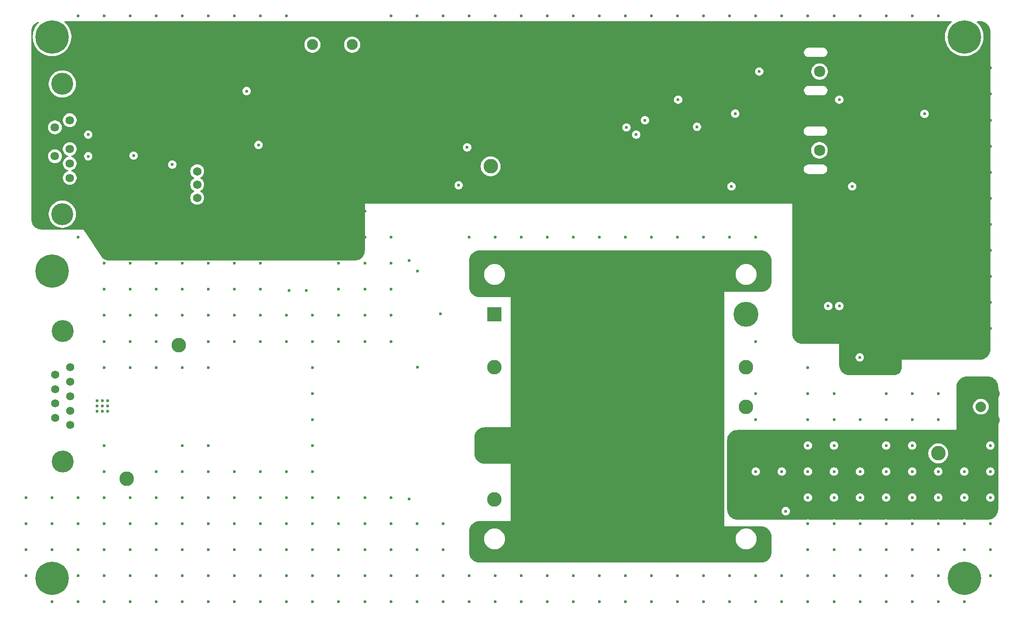
<source format=gbr>
%TF.GenerationSoftware,KiCad,Pcbnew,9.0.3*%
%TF.CreationDate,2025-09-16T13:25:34-04:00*%
%TF.ProjectId,CAEN_NEVIS_DAQ_3p3V,4341454e-5f4e-4455-9649-535f4441515f,rev?*%
%TF.SameCoordinates,Original*%
%TF.FileFunction,Copper,L6,Inr*%
%TF.FilePolarity,Positive*%
%FSLAX46Y46*%
G04 Gerber Fmt 4.6, Leading zero omitted, Abs format (unit mm)*
G04 Created by KiCad (PCBNEW 9.0.3) date 2025-09-16 13:25:34*
%MOMM*%
%LPD*%
G01*
G04 APERTURE LIST*
%TA.AperFunction,ComponentPad*%
%ADD10C,2.006600*%
%TD*%
%TA.AperFunction,ComponentPad*%
%ADD11C,2.209800*%
%TD*%
%TA.AperFunction,ComponentPad*%
%ADD12C,6.400000*%
%TD*%
%TA.AperFunction,ComponentPad*%
%ADD13C,2.100000*%
%TD*%
%TA.AperFunction,ComponentPad*%
%ADD14C,1.635000*%
%TD*%
%TA.AperFunction,ComponentPad*%
%ADD15C,4.216000*%
%TD*%
%TA.AperFunction,ComponentPad*%
%ADD16C,2.800000*%
%TD*%
%TA.AperFunction,ComponentPad*%
%ADD17C,1.650000*%
%TD*%
%TA.AperFunction,ComponentPad*%
%ADD18C,2.159000*%
%TD*%
%TA.AperFunction,ComponentPad*%
%ADD19C,1.560000*%
%TD*%
%TA.AperFunction,ComponentPad*%
%ADD20R,2.800000X2.800000*%
%TD*%
%TA.AperFunction,ComponentPad*%
%ADD21C,4.800000*%
%TD*%
%TA.AperFunction,ViaPad*%
%ADD22C,0.600000*%
%TD*%
%TA.AperFunction,ViaPad*%
%ADD23C,1.000000*%
%TD*%
G04 APERTURE END LIST*
D10*
%TO.N,/V_3p3_Supply*%
%TO.C,J3*%
X233167999Y-100035000D03*
D11*
%TO.N,/V_3p3_RTN*%
X235707999Y-97495000D03*
X230627999Y-97495000D03*
X230627999Y-102575000D03*
X235707999Y-102575000D03*
%TD*%
D12*
%TO.N,GNDPWR*%
%TO.C,H4*%
X230000000Y-133000000D03*
%TD*%
D13*
%TO.N,/V_TELEM*%
%TO.C,J1*%
X112570000Y-30510000D03*
%TO.N,/V_TELEM_RTN*%
X108760000Y-30510000D03*
%TO.N,/V_TELEM*%
X104950000Y-30510000D03*
%TD*%
D14*
%TO.N,/EN+*%
%TO.C,J4*%
X58400000Y-56090000D03*
%TO.N,/EN-*%
X58400000Y-53320000D03*
%TO.N,unconnected-(J4-Pad3)*%
X58400000Y-50550000D03*
%TO.N,/V_TELEM_RTN*%
X58400000Y-47780000D03*
%TO.N,/TEMP_Mon*%
X58400000Y-45010000D03*
%TO.N,/V_TELEM_RTN*%
X55560000Y-54705000D03*
%TO.N,/Volt_Mon*%
X55560000Y-51935000D03*
%TO.N,/V_TELEM_RTN*%
X55560000Y-49165000D03*
%TO.N,/Curr_Mon*%
X55560000Y-46395000D03*
D15*
%TO.N,GNDPWR*%
X56980000Y-38050000D03*
X56980000Y-63050000D03*
%TD*%
D12*
%TO.N,GNDPWR*%
%TO.C,H3*%
X230000000Y-29000000D03*
%TD*%
D16*
%TO.N,/V_3p3_RTN*%
%TO.C,3.3V_RTN1*%
X210000000Y-109000000D03*
%TD*%
D12*
%TO.N,GNDPWR*%
%TO.C,H1*%
X55000000Y-29000000D03*
%TD*%
%TO.N,GNDPWR*%
%TO.C,H2*%
X55000000Y-133000000D03*
%TD*%
D17*
%TO.N,Net-(U6-R)*%
%TO.C,J5*%
X82850000Y-59910000D03*
%TO.N,/EN_SIG*%
X82850000Y-57370000D03*
%TO.N,Net-(J5-Pad3)*%
X82850000Y-54830000D03*
%TD*%
D18*
%TO.N,Net-(P1-Pad1)*%
%TO.C,P1*%
X202250000Y-35660000D03*
%TD*%
D19*
%TO.N,/V_SEC_RTN*%
%TO.C,J2*%
X58480000Y-92490000D03*
X58480000Y-95260000D03*
%TO.N,unconnected-(J2-Pad3)*%
X58480000Y-98030000D03*
%TO.N,/V_SEC_RTN*%
X58480000Y-100800000D03*
X58480000Y-103570000D03*
%TO.N,/V_SEC_IN*%
X55640000Y-93875000D03*
X55640000Y-96645000D03*
X55640000Y-99415000D03*
X55640000Y-102185000D03*
D15*
%TO.N,GNDPWR*%
X57060000Y-85530000D03*
X57060000Y-110530000D03*
%TD*%
D16*
%TO.N,/V_TELEM*%
%TO.C,TELEM_PWR1*%
X139140000Y-53870000D03*
%TD*%
D18*
%TO.N,Net-(M3-Pad3)*%
%TO.C,P2*%
X202210000Y-50790000D03*
%TD*%
D16*
%TO.N,/V_3p3_Supply*%
%TO.C,3.3V1*%
X225000000Y-109000000D03*
%TD*%
%TO.N,/V_SEC_RTN*%
%TO.C,Secondary_RTN1*%
X79340000Y-88210000D03*
%TD*%
%TO.N,/V_SEC_IN*%
%TO.C,Secondary_PWR1*%
X69340000Y-113850000D03*
%TD*%
%TO.N,/V_TELEM_RTN*%
%TO.C,TELEM_RTN1*%
X119060000Y-53890000D03*
%TD*%
D20*
%TO.N,/Main_Converter/p12V*%
%TO.C,U1*%
X139890000Y-82255000D03*
D16*
%TO.N,Net-(U1-ON{slash}OFF)*%
X139890000Y-92415000D03*
%TO.N,GNDPWR*%
X139890000Y-107655000D03*
%TO.N,/Main_Converter/p12V_rtn*%
X139890000Y-117815000D03*
D21*
%TO.N,/V_3p3_RTN*%
X188140000Y-117815000D03*
D16*
X188140000Y-107655000D03*
%TO.N,unconnected-(U1-TRIM-Pad7)*%
X188140000Y-100035000D03*
%TO.N,/V_3p3_*%
X188140000Y-92415000D03*
D21*
X188140000Y-82255000D03*
%TD*%
D12*
%TO.N,GNDPWR*%
%TO.C,H5*%
X55000000Y-74000000D03*
%TD*%
D22*
%TO.N,/V_3p3_RTN*%
X195740000Y-114710000D03*
%TO.N,/V_SEC_RTN*%
X140000000Y-67500000D03*
X180000000Y-132500000D03*
X125000000Y-137500000D03*
X90000000Y-132500000D03*
X63640000Y-98915000D03*
X105000000Y-117500000D03*
X210000000Y-137500000D03*
X225000000Y-127500000D03*
X150000000Y-137500000D03*
X235000000Y-132500000D03*
X120000000Y-67500000D03*
X145000000Y-132500000D03*
X64640000Y-99915000D03*
X60000000Y-122500000D03*
X225000000Y-132500000D03*
X65000000Y-112500000D03*
X215000000Y-97500000D03*
X130000000Y-132500000D03*
X185000000Y-67500000D03*
X205000000Y-122500000D03*
X205000000Y-107500000D03*
X165000000Y-67500000D03*
X70000000Y-87500000D03*
X105000000Y-102500000D03*
X100000000Y-122500000D03*
X215000000Y-107500000D03*
X235000000Y-107500000D03*
X200000000Y-112500000D03*
X75000000Y-92500000D03*
X65640000Y-99915000D03*
X205000000Y-127500000D03*
X150000000Y-67500000D03*
X95000000Y-112500000D03*
X105000000Y-97500000D03*
X50000000Y-132500000D03*
X115000000Y-77500000D03*
X215000000Y-102500000D03*
X145000000Y-67500000D03*
X200000000Y-122500000D03*
X175000000Y-137500000D03*
X235000000Y-122500000D03*
X110000000Y-82500000D03*
X65000000Y-137500000D03*
X75000000Y-127500000D03*
X65000000Y-87500000D03*
X80000000Y-112500000D03*
X65000000Y-117500000D03*
X110000000Y-87500000D03*
X85000000Y-107500000D03*
X200000000Y-92500000D03*
X90000000Y-122500000D03*
X205000000Y-97500000D03*
X230000000Y-127500000D03*
X75000000Y-117500000D03*
X70000000Y-117500000D03*
X55000000Y-137500000D03*
X105000000Y-122500000D03*
X225000000Y-102500000D03*
X64640000Y-98915000D03*
X95000000Y-87500000D03*
X80000000Y-82500000D03*
X220000000Y-97500000D03*
X70000000Y-77500000D03*
X155000000Y-132500000D03*
X170000000Y-137500000D03*
X135000000Y-67500000D03*
X215000000Y-127500000D03*
X75000000Y-122500000D03*
X70000000Y-82500000D03*
X215000000Y-117500000D03*
X130000000Y-122500000D03*
X110000000Y-127500000D03*
X50000000Y-122500000D03*
X120000000Y-77500000D03*
X115000000Y-117500000D03*
X215000000Y-137500000D03*
X105000000Y-82500000D03*
X220000000Y-102500000D03*
X125000000Y-127500000D03*
X190000000Y-97500000D03*
X225000000Y-117500000D03*
X120000000Y-137500000D03*
X155000000Y-137500000D03*
X80000000Y-137500000D03*
X65000000Y-132500000D03*
X140000000Y-137500000D03*
X60000000Y-117500000D03*
X185000000Y-132500000D03*
X55000000Y-122500000D03*
X100000000Y-87500000D03*
X90000000Y-112500000D03*
X115000000Y-127500000D03*
X85000000Y-122500000D03*
X115000000Y-87500000D03*
X210000000Y-127500000D03*
X200000000Y-137500000D03*
X85000000Y-132500000D03*
X60000000Y-132500000D03*
X175000000Y-67500000D03*
X55000000Y-127500000D03*
X220000000Y-107500000D03*
X170000000Y-67500000D03*
X75000000Y-87500000D03*
X105000000Y-132500000D03*
X130000000Y-127500000D03*
X215000000Y-122500000D03*
X75000000Y-112500000D03*
X90000000Y-117500000D03*
X195000000Y-112500000D03*
X215000000Y-132500000D03*
X115000000Y-137500000D03*
X85000000Y-92500000D03*
X85000000Y-112500000D03*
X140000000Y-132500000D03*
X70000000Y-127500000D03*
X120000000Y-122500000D03*
X70000000Y-137500000D03*
X95000000Y-137500000D03*
X110000000Y-122500000D03*
X205000000Y-132500000D03*
X150000000Y-132500000D03*
X65640000Y-100915000D03*
X100000000Y-82500000D03*
X130000000Y-137500000D03*
X50000000Y-117500000D03*
X90000000Y-82500000D03*
X205000000Y-112500000D03*
X110000000Y-132500000D03*
X200000000Y-117500000D03*
X190000000Y-132500000D03*
X235000000Y-127500000D03*
X205000000Y-117500000D03*
X200000000Y-102500000D03*
X65000000Y-122500000D03*
X110000000Y-77500000D03*
X80000000Y-77500000D03*
X125000000Y-132500000D03*
X85000000Y-87500000D03*
X85000000Y-117500000D03*
X80000000Y-92500000D03*
X80000000Y-122500000D03*
X220000000Y-137500000D03*
X115000000Y-82500000D03*
X220000000Y-132500000D03*
X195000000Y-137500000D03*
X225000000Y-112500000D03*
X235000000Y-117500000D03*
X160000000Y-67500000D03*
X105000000Y-127500000D03*
X80000000Y-117500000D03*
X225000000Y-137500000D03*
X75000000Y-82500000D03*
X135000000Y-132500000D03*
X100510000Y-77730000D03*
X85000000Y-127500000D03*
X105000000Y-92500000D03*
X70000000Y-122500000D03*
X95000000Y-132500000D03*
X85000000Y-82500000D03*
X63640000Y-100915000D03*
X75000000Y-132500000D03*
X80000000Y-132500000D03*
X190000000Y-137500000D03*
X120000000Y-132500000D03*
X155000000Y-67500000D03*
X200000000Y-127500000D03*
X120000000Y-87500000D03*
X75000000Y-77500000D03*
X90000000Y-77500000D03*
X100000000Y-117500000D03*
X95000000Y-77500000D03*
X85000000Y-77500000D03*
X100000000Y-137500000D03*
X103820000Y-77760000D03*
X90000000Y-137500000D03*
X230000000Y-112500000D03*
X65000000Y-107500000D03*
X95000000Y-82500000D03*
X210000000Y-132500000D03*
X200000000Y-132500000D03*
X125000000Y-122500000D03*
X110000000Y-137500000D03*
X175000000Y-132500000D03*
X95000000Y-127500000D03*
X210000000Y-112500000D03*
X65000000Y-92500000D03*
X90000000Y-127500000D03*
X190000000Y-102500000D03*
X220000000Y-127500000D03*
X180000000Y-137500000D03*
X50000000Y-127500000D03*
X70000000Y-132500000D03*
X190000000Y-112500000D03*
X120000000Y-72500000D03*
X145000000Y-137500000D03*
X225000000Y-122500000D03*
X190000000Y-87500000D03*
X65000000Y-127500000D03*
X230000000Y-122500000D03*
X95000000Y-122500000D03*
X120000000Y-117500000D03*
X110000000Y-117500000D03*
X210000000Y-102500000D03*
X220000000Y-112500000D03*
X190000000Y-67500000D03*
X120000000Y-82500000D03*
X105000000Y-87500000D03*
X64640000Y-100915000D03*
X220000000Y-122500000D03*
X220000000Y-117500000D03*
X120000000Y-127500000D03*
X80000000Y-107500000D03*
X185000000Y-137500000D03*
X105000000Y-107500000D03*
X205000000Y-102500000D03*
X170000000Y-132500000D03*
X235000000Y-112500000D03*
X55000000Y-117500000D03*
X215000000Y-112500000D03*
X70000000Y-92500000D03*
X205000000Y-137500000D03*
X115000000Y-132500000D03*
X165000000Y-137500000D03*
X63640000Y-99915000D03*
X180000000Y-67500000D03*
X65000000Y-77500000D03*
X160000000Y-137500000D03*
X230000000Y-117500000D03*
X100000000Y-127500000D03*
X115000000Y-122500000D03*
X105000000Y-112500000D03*
X75000000Y-137500000D03*
X65640000Y-98915000D03*
X200000000Y-107500000D03*
X225000000Y-97500000D03*
X95000000Y-117500000D03*
X100000000Y-132500000D03*
X165000000Y-132500000D03*
X230000000Y-137500000D03*
X160000000Y-132500000D03*
X60000000Y-137500000D03*
X210000000Y-122500000D03*
X65000000Y-82500000D03*
X60000000Y-127500000D03*
X100000000Y-112500000D03*
X135000000Y-137500000D03*
X90000000Y-87500000D03*
X105000000Y-137500000D03*
X210000000Y-117500000D03*
X200000000Y-97500000D03*
X85000000Y-137500000D03*
X195000000Y-132500000D03*
X80000000Y-127500000D03*
D23*
%TO.N,GNDPWR*%
X155600000Y-105000000D03*
X155600000Y-90000000D03*
X175600000Y-115000000D03*
X165600000Y-100000000D03*
X165600000Y-125000000D03*
X160600000Y-90000000D03*
X155600000Y-85000000D03*
X155600000Y-95000000D03*
X155600000Y-100000000D03*
X145600000Y-110000000D03*
X165600000Y-110000000D03*
X145600000Y-125000000D03*
X155600000Y-120000000D03*
X145600000Y-85000000D03*
X165600000Y-95000000D03*
X150600000Y-95000000D03*
X170600000Y-105000000D03*
X150600000Y-125000000D03*
X145600000Y-75000000D03*
X160600000Y-80000000D03*
X175600000Y-125000000D03*
X180600000Y-85000000D03*
X165600000Y-120000000D03*
X160600000Y-110000000D03*
X170600000Y-95000000D03*
X155600000Y-110000000D03*
X165600000Y-90000000D03*
X160600000Y-125000000D03*
X165600000Y-105000000D03*
X180600000Y-80000000D03*
X165600000Y-85000000D03*
X150600000Y-120000000D03*
X150600000Y-105000000D03*
X160600000Y-85000000D03*
X155600000Y-115000000D03*
D22*
X195740000Y-120100000D03*
D23*
X145600000Y-80000000D03*
X170600000Y-115000000D03*
X170600000Y-120000000D03*
X160600000Y-120000000D03*
X145600000Y-100000000D03*
X155600000Y-125000000D03*
X165600000Y-115000000D03*
X175600000Y-85000000D03*
X145600000Y-105000000D03*
X160600000Y-115000000D03*
X145600000Y-90000000D03*
X180600000Y-95000000D03*
X175600000Y-120000000D03*
X180600000Y-105000000D03*
X180600000Y-120000000D03*
X180600000Y-125000000D03*
X150600000Y-85000000D03*
X150600000Y-90000000D03*
X180600000Y-100000000D03*
X170600000Y-100000000D03*
X175600000Y-80000000D03*
X175600000Y-105000000D03*
X145600000Y-120000000D03*
X170600000Y-85000000D03*
X150600000Y-115000000D03*
X170600000Y-110000000D03*
X165600000Y-75000000D03*
X175600000Y-75000000D03*
X175600000Y-90000000D03*
X175600000Y-100000000D03*
X175600000Y-95000000D03*
X180600000Y-90000000D03*
X180600000Y-115000000D03*
X165600000Y-80000000D03*
X170600000Y-80000000D03*
X175600000Y-110000000D03*
X150600000Y-75000000D03*
X170600000Y-75000000D03*
X155600000Y-75000000D03*
X160600000Y-105000000D03*
X180600000Y-75000000D03*
X150600000Y-80000000D03*
X145600000Y-115000000D03*
X160600000Y-100000000D03*
X170600000Y-90000000D03*
X145600000Y-95000000D03*
X155600000Y-80000000D03*
X180600000Y-110000000D03*
X160600000Y-95000000D03*
X160600000Y-75000000D03*
X170600000Y-125000000D03*
X150600000Y-100000000D03*
X150600000Y-110000000D03*
D22*
%TO.N,/Telemetry_CKT/V_3p3*%
X178720000Y-46280000D03*
X78060000Y-53520000D03*
X209942500Y-90557500D03*
X92320000Y-39413750D03*
X70660000Y-51810000D03*
%TO.N,/V_TELEM_RTN*%
X90000000Y-30000000D03*
X65000000Y-62500000D03*
X115000000Y-50000000D03*
X225000000Y-30000000D03*
X230000000Y-35000000D03*
X190000000Y-40000000D03*
X225490000Y-87530000D03*
X75000000Y-25000000D03*
X195000000Y-50000000D03*
X160000000Y-50000000D03*
X80000000Y-35000000D03*
X90000000Y-67500000D03*
X135000000Y-35000000D03*
X70000000Y-35000000D03*
X225000000Y-40000000D03*
X170000000Y-35000000D03*
X135000000Y-25000000D03*
X210000000Y-70000000D03*
X195000000Y-40000000D03*
X70000000Y-30000000D03*
X80000000Y-62500000D03*
X200000000Y-25000000D03*
X129445000Y-56015000D03*
X110000000Y-72500000D03*
X100000000Y-30000000D03*
X220000000Y-55000000D03*
X185000000Y-40000000D03*
X80000000Y-72500000D03*
X100000000Y-25000000D03*
X230000000Y-45000000D03*
X150000000Y-30000000D03*
X190000000Y-60000000D03*
X235000000Y-45000000D03*
X180680000Y-42480000D03*
X210000000Y-25000000D03*
X215000000Y-35000000D03*
X220000000Y-65000000D03*
X220000000Y-40000000D03*
X180000000Y-30000000D03*
X150000000Y-25000000D03*
X65000000Y-35000000D03*
X230000000Y-65000000D03*
X215000000Y-45000000D03*
X85925000Y-42348750D03*
X120000000Y-40000000D03*
X195000000Y-60000000D03*
X95000000Y-55000000D03*
X205000000Y-70000000D03*
X100000000Y-67500000D03*
X220000000Y-60000000D03*
X120000000Y-35000000D03*
X215000000Y-80000000D03*
X103800000Y-71110000D03*
X155000000Y-30000000D03*
X170000000Y-40000000D03*
X85000000Y-25000000D03*
X75000000Y-67500000D03*
X203895000Y-86000000D03*
X65000000Y-30000000D03*
X160000000Y-35000000D03*
X75000000Y-57500000D03*
X230000000Y-55000000D03*
X145000000Y-35000000D03*
X215000000Y-40000000D03*
X220000000Y-80000000D03*
X100000000Y-40000000D03*
X210000000Y-60000000D03*
X215000000Y-30000000D03*
X150000000Y-50000000D03*
X225000000Y-60000000D03*
X130000000Y-40000000D03*
X235000000Y-75000000D03*
X215000000Y-70000000D03*
X65000000Y-57500000D03*
X190000000Y-30000000D03*
X215000000Y-75000000D03*
X220000000Y-30000000D03*
X70000000Y-62500000D03*
X85000000Y-35000000D03*
X110000000Y-40000000D03*
X235000000Y-65000000D03*
X80000000Y-40000000D03*
X180000000Y-40000000D03*
X220000000Y-45000000D03*
X110000000Y-67500000D03*
X215000000Y-55000000D03*
X210000000Y-75000000D03*
X115000000Y-40000000D03*
X90000000Y-25000000D03*
X175000000Y-30000000D03*
X220000000Y-25000000D03*
X140000000Y-60000000D03*
X235000000Y-80000000D03*
X155000000Y-55000000D03*
X175000000Y-50000000D03*
X90000000Y-72500000D03*
X125000000Y-40000000D03*
X230000000Y-50000000D03*
X105000000Y-67500000D03*
X75000000Y-35000000D03*
X140000000Y-50000000D03*
X150000000Y-35000000D03*
X211992500Y-92067500D03*
X165000000Y-30000000D03*
X125000000Y-25000000D03*
X90000000Y-62500000D03*
X60000000Y-67500000D03*
X105000000Y-35000000D03*
X130000000Y-30000000D03*
X191550000Y-56280000D03*
X150000000Y-55000000D03*
X220000000Y-35000000D03*
X225000000Y-75000000D03*
X160000000Y-30000000D03*
X130000000Y-25000000D03*
X140000000Y-25000000D03*
X95000000Y-67500000D03*
X80000000Y-57500000D03*
X190000000Y-45000000D03*
X140000000Y-35000000D03*
X225000000Y-50000000D03*
X235000000Y-35000000D03*
X220000000Y-50000000D03*
X115000000Y-67500000D03*
X235000000Y-70000000D03*
X175000000Y-35000000D03*
X125000000Y-35000000D03*
X85000000Y-62500000D03*
X230000000Y-40000000D03*
X155000000Y-60000000D03*
X235000000Y-40000000D03*
X145000000Y-50000000D03*
X165000000Y-25000000D03*
X75000000Y-62500000D03*
X230000000Y-60000000D03*
X100510000Y-71110000D03*
X175370000Y-48180000D03*
X195000000Y-30000000D03*
X225000000Y-25000000D03*
X200000000Y-75000000D03*
X220000000Y-75000000D03*
X140000000Y-30000000D03*
X70000000Y-40000000D03*
X225000000Y-45000000D03*
X115000000Y-62500000D03*
X230000000Y-70000000D03*
X85000000Y-40000000D03*
X160000000Y-55000000D03*
X70000000Y-67500000D03*
X210000000Y-35000000D03*
X182970000Y-49590000D03*
X160000000Y-25000000D03*
X181920000Y-56560000D03*
X200000000Y-70000000D03*
X100000000Y-62500000D03*
X170000000Y-25000000D03*
X215000000Y-50000000D03*
X145000000Y-25000000D03*
X135000000Y-60000000D03*
X100000000Y-50000000D03*
X65000000Y-67500000D03*
X195000000Y-25000000D03*
X155000000Y-25000000D03*
X80000000Y-25000000D03*
X235000000Y-60000000D03*
X190000000Y-25000000D03*
X210000000Y-65000000D03*
X90000000Y-35000000D03*
X235000000Y-55000000D03*
X215000000Y-65000000D03*
X180000000Y-35000000D03*
X100620000Y-36243750D03*
X225000000Y-85000000D03*
X180000000Y-50000000D03*
X125000000Y-30000000D03*
X215000000Y-85000000D03*
X65000000Y-72500000D03*
X75000000Y-30000000D03*
X200000000Y-65000000D03*
X110000000Y-55000000D03*
X155000000Y-35000000D03*
X80000000Y-67500000D03*
X90000000Y-40000000D03*
X170000000Y-30000000D03*
X105000000Y-62500000D03*
X215000000Y-60000000D03*
X70000000Y-72500000D03*
X165000000Y-35000000D03*
X205000000Y-25000000D03*
X90290000Y-51528750D03*
X100000000Y-55000000D03*
X205000000Y-60000000D03*
X145000000Y-60000000D03*
X95000000Y-62500000D03*
X85000000Y-67500000D03*
X135000000Y-30000000D03*
X95000000Y-30000000D03*
X235000000Y-50000000D03*
X90000000Y-55000000D03*
X185000000Y-25000000D03*
X115000000Y-55000000D03*
X230000000Y-80000000D03*
X195000000Y-45000000D03*
X65000000Y-25000000D03*
X105000000Y-40000000D03*
X95000000Y-72500000D03*
X75000000Y-40000000D03*
X215000000Y-25000000D03*
X60000000Y-25000000D03*
X185000000Y-30000000D03*
X95000000Y-25000000D03*
X225000000Y-55000000D03*
X200000000Y-60000000D03*
X170000000Y-55000000D03*
X80000000Y-30000000D03*
X225000000Y-65000000D03*
X105000000Y-55000000D03*
X205000000Y-75000000D03*
X145000000Y-55000000D03*
X130000000Y-35000000D03*
X205000000Y-65000000D03*
X120000000Y-30000000D03*
X67240000Y-51790000D03*
X185000000Y-55000000D03*
X115000000Y-35000000D03*
X225000000Y-35000000D03*
X230000000Y-85000000D03*
X110000000Y-62500000D03*
X110000000Y-35000000D03*
X160000000Y-60000000D03*
X65000000Y-40000000D03*
X75000000Y-72500000D03*
X110000000Y-50000000D03*
X190000000Y-50000000D03*
X85000000Y-72500000D03*
X85000000Y-30000000D03*
X220000000Y-85000000D03*
X180000000Y-25000000D03*
X123085000Y-53875000D03*
X120000000Y-25000000D03*
X225000000Y-70000000D03*
X185000000Y-35000000D03*
X150000000Y-60000000D03*
X225000000Y-80000000D03*
X210000000Y-30000000D03*
X165000000Y-40000000D03*
X220000000Y-70000000D03*
X70000000Y-25000000D03*
X180000000Y-55000000D03*
X175000000Y-55000000D03*
X175000000Y-25000000D03*
X115000000Y-72500000D03*
X105000000Y-50000000D03*
X230000000Y-75000000D03*
X155000000Y-50000000D03*
X145000000Y-30000000D03*
X235000000Y-85000000D03*
X60000000Y-30000000D03*
%TO.N,/V_TELEM*%
X132995000Y-57515000D03*
X203895000Y-80705000D03*
X190660000Y-35650000D03*
X94625000Y-49768750D03*
X134635000Y-50235000D03*
%TO.N,/Volt_Mon*%
X167060000Y-47780000D03*
X61950000Y-51940000D03*
X61950000Y-47780000D03*
%TO.N,/TEMP_Mon*%
X168740000Y-45010000D03*
%TO.N,/Curr_Mon*%
X165180000Y-46395000D03*
%TO.N,Net-(U1-ON{slash}OFF)*%
X125115000Y-73965000D03*
X125115000Y-92445000D03*
%TO.N,/Main_Converter/p12V*%
X129510000Y-82250000D03*
%TO.N,Net-(U3-OUT)*%
X208500000Y-57730000D03*
X185330000Y-57730000D03*
%TO.N,Net-(U4A-+INA)*%
X186060000Y-43740000D03*
X222360000Y-43780000D03*
%TO.N,/Telemetry_CKT/TEMP*%
X206016577Y-80710531D03*
X206020000Y-41070000D03*
X175110000Y-41070000D03*
%TO.N,/Main_Converter/p12V_rtn*%
X123515000Y-117775000D03*
X123515000Y-71945000D03*
%TD*%
%TA.AperFunction,Conductor*%
%TO.N,GNDPWR*%
G36*
X191004418Y-70000316D02*
G01*
X191275790Y-70019724D01*
X191293291Y-70022241D01*
X191554803Y-70079129D01*
X191571762Y-70084108D01*
X191822524Y-70177638D01*
X191838616Y-70184987D01*
X192073501Y-70313244D01*
X192088375Y-70322802D01*
X192302624Y-70483188D01*
X192315994Y-70494774D01*
X192505225Y-70684005D01*
X192516811Y-70697375D01*
X192677193Y-70911619D01*
X192686758Y-70926503D01*
X192815011Y-71161382D01*
X192822361Y-71177475D01*
X192915888Y-71428229D01*
X192920872Y-71445205D01*
X192977757Y-71706702D01*
X192980275Y-71724214D01*
X192999684Y-71995581D01*
X193000000Y-72004427D01*
X193000000Y-75995572D01*
X192999684Y-76004418D01*
X192980275Y-76275785D01*
X192977757Y-76293297D01*
X192920872Y-76554794D01*
X192915888Y-76571770D01*
X192822361Y-76822524D01*
X192815011Y-76838617D01*
X192686758Y-77073496D01*
X192677193Y-77088380D01*
X192516811Y-77302624D01*
X192505225Y-77315994D01*
X192315994Y-77505225D01*
X192302624Y-77516811D01*
X192088380Y-77677193D01*
X192073496Y-77686758D01*
X191838617Y-77815011D01*
X191822524Y-77822361D01*
X191571770Y-77915888D01*
X191554794Y-77920872D01*
X191293297Y-77977757D01*
X191275785Y-77980275D01*
X191004418Y-77999684D01*
X190995572Y-78000000D01*
X184000000Y-78000000D01*
X184000000Y-123000000D01*
X190995572Y-123000000D01*
X191004418Y-123000316D01*
X191275790Y-123019724D01*
X191293291Y-123022241D01*
X191554803Y-123079129D01*
X191571762Y-123084108D01*
X191822087Y-123177475D01*
X191822524Y-123177638D01*
X191838616Y-123184987D01*
X192073501Y-123313244D01*
X192088375Y-123322802D01*
X192240303Y-123436535D01*
X192302624Y-123483188D01*
X192315994Y-123494774D01*
X192505225Y-123684005D01*
X192516811Y-123697375D01*
X192677193Y-123911619D01*
X192686758Y-123926503D01*
X192815011Y-124161382D01*
X192822361Y-124177475D01*
X192915888Y-124428229D01*
X192920872Y-124445205D01*
X192977757Y-124706702D01*
X192980275Y-124724214D01*
X192999684Y-124995581D01*
X193000000Y-125004427D01*
X193000000Y-127995572D01*
X192999684Y-128004418D01*
X192980275Y-128275785D01*
X192977757Y-128293297D01*
X192920872Y-128554794D01*
X192915888Y-128571770D01*
X192822361Y-128822524D01*
X192815011Y-128838617D01*
X192686758Y-129073496D01*
X192677193Y-129088380D01*
X192516811Y-129302624D01*
X192505225Y-129315994D01*
X192315994Y-129505225D01*
X192302624Y-129516811D01*
X192088380Y-129677193D01*
X192073496Y-129686758D01*
X191838617Y-129815011D01*
X191822524Y-129822361D01*
X191571770Y-129915888D01*
X191554794Y-129920872D01*
X191293297Y-129977757D01*
X191275785Y-129980275D01*
X191004418Y-129999684D01*
X190995572Y-130000000D01*
X137004428Y-130000000D01*
X136995582Y-129999684D01*
X136724214Y-129980275D01*
X136706702Y-129977757D01*
X136445205Y-129920872D01*
X136428229Y-129915888D01*
X136177475Y-129822361D01*
X136161382Y-129815011D01*
X135926503Y-129686758D01*
X135911619Y-129677193D01*
X135697375Y-129516811D01*
X135684005Y-129505225D01*
X135494774Y-129315994D01*
X135483188Y-129302624D01*
X135322802Y-129088375D01*
X135313244Y-129073501D01*
X135184987Y-128838616D01*
X135177638Y-128822524D01*
X135084108Y-128571762D01*
X135079129Y-128554803D01*
X135022241Y-128293291D01*
X135019724Y-128275785D01*
X135000316Y-128004418D01*
X135000000Y-127995572D01*
X135000000Y-125303872D01*
X137889500Y-125303872D01*
X137889500Y-125566127D01*
X137916123Y-125768339D01*
X137923730Y-125826116D01*
X137991602Y-126079418D01*
X137991605Y-126079428D01*
X138091953Y-126321690D01*
X138091958Y-126321700D01*
X138223075Y-126548803D01*
X138382718Y-126756851D01*
X138382726Y-126756860D01*
X138568140Y-126942274D01*
X138568148Y-126942281D01*
X138776196Y-127101924D01*
X139003299Y-127233041D01*
X139003309Y-127233046D01*
X139245571Y-127333394D01*
X139245581Y-127333398D01*
X139498884Y-127401270D01*
X139758880Y-127435500D01*
X139758887Y-127435500D01*
X140021113Y-127435500D01*
X140021120Y-127435500D01*
X140281116Y-127401270D01*
X140534419Y-127333398D01*
X140776697Y-127233043D01*
X141003803Y-127101924D01*
X141211851Y-126942282D01*
X141211855Y-126942277D01*
X141211860Y-126942274D01*
X141397274Y-126756860D01*
X141397277Y-126756855D01*
X141397282Y-126756851D01*
X141556924Y-126548803D01*
X141688043Y-126321697D01*
X141788398Y-126079419D01*
X141856270Y-125826116D01*
X141890500Y-125566120D01*
X141890500Y-125303880D01*
X141890499Y-125303872D01*
X186139500Y-125303872D01*
X186139500Y-125566127D01*
X186166123Y-125768339D01*
X186173730Y-125826116D01*
X186241602Y-126079418D01*
X186241605Y-126079428D01*
X186341953Y-126321690D01*
X186341958Y-126321700D01*
X186473075Y-126548803D01*
X186632718Y-126756851D01*
X186632726Y-126756860D01*
X186818140Y-126942274D01*
X186818148Y-126942281D01*
X187026196Y-127101924D01*
X187253299Y-127233041D01*
X187253309Y-127233046D01*
X187495571Y-127333394D01*
X187495581Y-127333398D01*
X187748884Y-127401270D01*
X188008880Y-127435500D01*
X188008887Y-127435500D01*
X188271113Y-127435500D01*
X188271120Y-127435500D01*
X188531116Y-127401270D01*
X188784419Y-127333398D01*
X189026697Y-127233043D01*
X189253803Y-127101924D01*
X189461851Y-126942282D01*
X189461855Y-126942277D01*
X189461860Y-126942274D01*
X189647274Y-126756860D01*
X189647277Y-126756855D01*
X189647282Y-126756851D01*
X189806924Y-126548803D01*
X189938043Y-126321697D01*
X190038398Y-126079419D01*
X190106270Y-125826116D01*
X190140500Y-125566120D01*
X190140500Y-125303880D01*
X190106270Y-125043884D01*
X190038398Y-124790581D01*
X190003654Y-124706702D01*
X189938046Y-124548309D01*
X189938041Y-124548299D01*
X189806924Y-124321196D01*
X189647281Y-124113148D01*
X189647274Y-124113140D01*
X189461860Y-123927726D01*
X189461851Y-123927718D01*
X189253803Y-123768075D01*
X189026700Y-123636958D01*
X189026690Y-123636953D01*
X188784428Y-123536605D01*
X188784421Y-123536603D01*
X188784419Y-123536602D01*
X188531116Y-123468730D01*
X188473339Y-123461123D01*
X188271127Y-123434500D01*
X188271120Y-123434500D01*
X188008880Y-123434500D01*
X188008872Y-123434500D01*
X187777772Y-123464926D01*
X187748884Y-123468730D01*
X187495581Y-123536602D01*
X187495571Y-123536605D01*
X187253309Y-123636953D01*
X187253299Y-123636958D01*
X187026196Y-123768075D01*
X186818148Y-123927718D01*
X186632718Y-124113148D01*
X186473075Y-124321196D01*
X186341958Y-124548299D01*
X186341953Y-124548309D01*
X186241605Y-124790571D01*
X186241602Y-124790581D01*
X186184303Y-125004427D01*
X186173730Y-125043885D01*
X186139500Y-125303872D01*
X141890499Y-125303872D01*
X141856270Y-125043884D01*
X141788398Y-124790581D01*
X141753654Y-124706702D01*
X141688046Y-124548309D01*
X141688041Y-124548299D01*
X141556924Y-124321196D01*
X141397281Y-124113148D01*
X141397274Y-124113140D01*
X141211860Y-123927726D01*
X141211851Y-123927718D01*
X141003803Y-123768075D01*
X140776700Y-123636958D01*
X140776690Y-123636953D01*
X140534428Y-123536605D01*
X140534421Y-123536603D01*
X140534419Y-123536602D01*
X140281116Y-123468730D01*
X140223339Y-123461123D01*
X140021127Y-123434500D01*
X140021120Y-123434500D01*
X139758880Y-123434500D01*
X139758872Y-123434500D01*
X139527772Y-123464926D01*
X139498884Y-123468730D01*
X139245581Y-123536602D01*
X139245571Y-123536605D01*
X139003309Y-123636953D01*
X139003299Y-123636958D01*
X138776196Y-123768075D01*
X138568148Y-123927718D01*
X138382718Y-124113148D01*
X138223075Y-124321196D01*
X138091958Y-124548299D01*
X138091953Y-124548309D01*
X137991605Y-124790571D01*
X137991602Y-124790581D01*
X137934303Y-125004427D01*
X137923730Y-125043885D01*
X137889500Y-125303872D01*
X135000000Y-125303872D01*
X135000000Y-124004427D01*
X135000316Y-123995581D01*
X135005170Y-123927718D01*
X135019724Y-123724207D01*
X135022240Y-123706710D01*
X135079130Y-123445192D01*
X135084107Y-123428241D01*
X135177640Y-123177470D01*
X135184985Y-123161388D01*
X135313248Y-122926491D01*
X135322798Y-122911630D01*
X135483195Y-122697366D01*
X135494767Y-122684012D01*
X135684012Y-122494767D01*
X135697366Y-122483195D01*
X135911630Y-122322798D01*
X135926491Y-122313248D01*
X136161388Y-122184985D01*
X136177470Y-122177640D01*
X136428241Y-122084107D01*
X136445192Y-122079130D01*
X136706710Y-122022240D01*
X136724207Y-122019724D01*
X136995582Y-122000316D01*
X137004428Y-122000000D01*
X143000000Y-122000000D01*
X143000000Y-111000000D01*
X141000000Y-111000000D01*
X138004428Y-111000000D01*
X137995582Y-110999684D01*
X137724214Y-110980275D01*
X137706702Y-110977757D01*
X137445205Y-110920872D01*
X137428229Y-110915888D01*
X137177475Y-110822361D01*
X137161382Y-110815011D01*
X136926503Y-110686758D01*
X136911619Y-110677193D01*
X136697375Y-110516811D01*
X136684005Y-110505225D01*
X136494774Y-110315994D01*
X136483188Y-110302624D01*
X136322802Y-110088375D01*
X136313244Y-110073501D01*
X136184987Y-109838616D01*
X136177638Y-109822524D01*
X136084108Y-109571762D01*
X136079129Y-109554803D01*
X136022241Y-109293291D01*
X136019724Y-109275785D01*
X136000316Y-109004418D01*
X136000000Y-108995572D01*
X136000000Y-106004427D01*
X136000316Y-105995581D01*
X136019724Y-105724214D01*
X136022240Y-105706710D01*
X136079130Y-105445192D01*
X136084107Y-105428241D01*
X136177640Y-105177470D01*
X136184985Y-105161388D01*
X136313248Y-104926491D01*
X136322798Y-104911630D01*
X136483195Y-104697366D01*
X136494767Y-104684012D01*
X136684012Y-104494767D01*
X136697366Y-104483195D01*
X136911630Y-104322798D01*
X136926491Y-104313248D01*
X137161388Y-104184985D01*
X137177470Y-104177640D01*
X137428241Y-104084107D01*
X137445192Y-104079130D01*
X137706710Y-104022240D01*
X137724207Y-104019724D01*
X137995582Y-104000316D01*
X138004428Y-104000000D01*
X143000000Y-104000000D01*
X143000000Y-79000000D01*
X141000000Y-79000000D01*
X137004428Y-79000000D01*
X136995582Y-78999684D01*
X136724214Y-78980275D01*
X136706702Y-78977757D01*
X136445205Y-78920872D01*
X136428229Y-78915888D01*
X136177475Y-78822361D01*
X136161382Y-78815011D01*
X135926503Y-78686758D01*
X135911619Y-78677193D01*
X135697375Y-78516811D01*
X135684005Y-78505225D01*
X135494774Y-78315994D01*
X135483188Y-78302624D01*
X135322802Y-78088375D01*
X135313244Y-78073501D01*
X135184987Y-77838616D01*
X135177638Y-77822524D01*
X135123432Y-77677193D01*
X135084108Y-77571762D01*
X135079129Y-77554803D01*
X135022241Y-77293291D01*
X135019724Y-77275785D01*
X135005256Y-77073496D01*
X135000316Y-77004418D01*
X135000000Y-76995572D01*
X135000000Y-74503872D01*
X137889500Y-74503872D01*
X137889500Y-74766127D01*
X137916123Y-74968339D01*
X137923730Y-75026116D01*
X137991602Y-75279418D01*
X137991605Y-75279428D01*
X138091953Y-75521690D01*
X138091958Y-75521700D01*
X138223075Y-75748803D01*
X138382718Y-75956851D01*
X138382726Y-75956860D01*
X138568140Y-76142274D01*
X138568148Y-76142281D01*
X138776196Y-76301924D01*
X139003299Y-76433041D01*
X139003309Y-76433046D01*
X139245571Y-76533394D01*
X139245581Y-76533398D01*
X139498884Y-76601270D01*
X139758880Y-76635500D01*
X139758887Y-76635500D01*
X140021113Y-76635500D01*
X140021120Y-76635500D01*
X140281116Y-76601270D01*
X140534419Y-76533398D01*
X140776697Y-76433043D01*
X141003803Y-76301924D01*
X141211851Y-76142282D01*
X141211855Y-76142277D01*
X141211860Y-76142274D01*
X141397274Y-75956860D01*
X141397277Y-75956855D01*
X141397282Y-75956851D01*
X141556924Y-75748803D01*
X141688043Y-75521697D01*
X141788398Y-75279419D01*
X141856270Y-75026116D01*
X141890500Y-74766120D01*
X141890500Y-74503880D01*
X141890499Y-74503872D01*
X186139500Y-74503872D01*
X186139500Y-74766127D01*
X186166123Y-74968339D01*
X186173730Y-75026116D01*
X186241602Y-75279418D01*
X186241605Y-75279428D01*
X186341953Y-75521690D01*
X186341958Y-75521700D01*
X186473075Y-75748803D01*
X186632718Y-75956851D01*
X186632726Y-75956860D01*
X186818140Y-76142274D01*
X186818148Y-76142281D01*
X187026196Y-76301924D01*
X187253299Y-76433041D01*
X187253309Y-76433046D01*
X187495571Y-76533394D01*
X187495581Y-76533398D01*
X187748884Y-76601270D01*
X188008880Y-76635500D01*
X188008887Y-76635500D01*
X188271113Y-76635500D01*
X188271120Y-76635500D01*
X188531116Y-76601270D01*
X188784419Y-76533398D01*
X189026697Y-76433043D01*
X189253803Y-76301924D01*
X189461851Y-76142282D01*
X189461855Y-76142277D01*
X189461860Y-76142274D01*
X189647274Y-75956860D01*
X189647277Y-75956855D01*
X189647282Y-75956851D01*
X189806924Y-75748803D01*
X189938043Y-75521697D01*
X190038398Y-75279419D01*
X190106270Y-75026116D01*
X190140500Y-74766120D01*
X190140500Y-74503880D01*
X190106270Y-74243884D01*
X190038398Y-73990581D01*
X190038394Y-73990571D01*
X189938046Y-73748309D01*
X189938041Y-73748299D01*
X189806924Y-73521196D01*
X189647281Y-73313148D01*
X189647274Y-73313140D01*
X189461860Y-73127726D01*
X189461851Y-73127718D01*
X189253803Y-72968075D01*
X189026700Y-72836958D01*
X189026690Y-72836953D01*
X188784428Y-72736605D01*
X188784421Y-72736603D01*
X188784419Y-72736602D01*
X188531116Y-72668730D01*
X188473339Y-72661123D01*
X188271127Y-72634500D01*
X188271120Y-72634500D01*
X188008880Y-72634500D01*
X188008872Y-72634500D01*
X187777772Y-72664926D01*
X187748884Y-72668730D01*
X187495581Y-72736602D01*
X187495571Y-72736605D01*
X187253309Y-72836953D01*
X187253299Y-72836958D01*
X187026196Y-72968075D01*
X186818148Y-73127718D01*
X186632718Y-73313148D01*
X186473075Y-73521196D01*
X186341958Y-73748299D01*
X186341953Y-73748309D01*
X186241605Y-73990571D01*
X186241602Y-73990581D01*
X186173730Y-74243885D01*
X186139500Y-74503872D01*
X141890499Y-74503872D01*
X141856270Y-74243884D01*
X141788398Y-73990581D01*
X141788394Y-73990571D01*
X141688046Y-73748309D01*
X141688041Y-73748299D01*
X141556924Y-73521196D01*
X141397281Y-73313148D01*
X141397274Y-73313140D01*
X141211860Y-73127726D01*
X141211851Y-73127718D01*
X141003803Y-72968075D01*
X140776700Y-72836958D01*
X140776690Y-72836953D01*
X140534428Y-72736605D01*
X140534421Y-72736603D01*
X140534419Y-72736602D01*
X140281116Y-72668730D01*
X140223339Y-72661123D01*
X140021127Y-72634500D01*
X140021120Y-72634500D01*
X139758880Y-72634500D01*
X139758872Y-72634500D01*
X139527772Y-72664926D01*
X139498884Y-72668730D01*
X139245581Y-72736602D01*
X139245571Y-72736605D01*
X139003309Y-72836953D01*
X139003299Y-72836958D01*
X138776196Y-72968075D01*
X138568148Y-73127718D01*
X138382718Y-73313148D01*
X138223075Y-73521196D01*
X138091958Y-73748299D01*
X138091953Y-73748309D01*
X137991605Y-73990571D01*
X137991602Y-73990581D01*
X137923730Y-74243885D01*
X137889500Y-74503872D01*
X135000000Y-74503872D01*
X135000000Y-72004427D01*
X135000316Y-71995581D01*
X135019724Y-71724214D01*
X135022240Y-71706710D01*
X135079130Y-71445192D01*
X135084107Y-71428241D01*
X135177640Y-71177470D01*
X135184985Y-71161388D01*
X135313248Y-70926491D01*
X135322798Y-70911630D01*
X135483195Y-70697366D01*
X135494767Y-70684012D01*
X135684012Y-70494767D01*
X135697366Y-70483195D01*
X135911630Y-70322798D01*
X135926491Y-70313248D01*
X136161388Y-70184985D01*
X136177470Y-70177640D01*
X136428241Y-70084107D01*
X136445192Y-70079130D01*
X136706710Y-70022240D01*
X136724207Y-70019724D01*
X136995582Y-70000316D01*
X137004428Y-70000000D01*
X190995572Y-70000000D01*
X191004418Y-70000316D01*
G37*
%TD.AperFunction*%
%TD*%
%TA.AperFunction,Conductor*%
%TO.N,/V_3p3_RTN*%
G36*
X234504418Y-94250316D02*
G01*
X234775790Y-94269724D01*
X234793291Y-94272241D01*
X235054803Y-94329129D01*
X235071762Y-94334108D01*
X235322524Y-94427638D01*
X235338616Y-94434987D01*
X235573501Y-94563244D01*
X235588375Y-94572802D01*
X235802624Y-94733188D01*
X235815994Y-94744774D01*
X236005225Y-94934005D01*
X236016811Y-94947375D01*
X236177193Y-95161619D01*
X236186758Y-95176503D01*
X236315011Y-95411382D01*
X236322361Y-95427475D01*
X236415888Y-95678229D01*
X236420872Y-95695205D01*
X236477757Y-95956702D01*
X236480275Y-95974214D01*
X236499684Y-96245581D01*
X236500000Y-96254427D01*
X236500000Y-119745572D01*
X236499684Y-119754418D01*
X236480275Y-120025785D01*
X236477757Y-120043297D01*
X236420872Y-120304794D01*
X236415888Y-120321770D01*
X236322361Y-120572524D01*
X236315011Y-120588617D01*
X236186758Y-120823496D01*
X236177193Y-120838380D01*
X236016811Y-121052624D01*
X236005225Y-121065994D01*
X235815994Y-121255225D01*
X235802624Y-121266811D01*
X235588380Y-121427193D01*
X235573496Y-121436758D01*
X235338617Y-121565011D01*
X235322524Y-121572361D01*
X235071770Y-121665888D01*
X235054794Y-121670872D01*
X234931920Y-121697601D01*
X234926044Y-121698527D01*
X234768802Y-121729804D01*
X234753458Y-121731871D01*
X234512872Y-121749079D01*
X234504417Y-121749684D01*
X234495572Y-121750000D01*
X230305811Y-121750000D01*
X230258363Y-121740562D01*
X230233497Y-121730263D01*
X230233490Y-121730261D01*
X230233489Y-121730261D01*
X230233488Y-121730260D01*
X230078845Y-121699500D01*
X230078842Y-121699500D01*
X229921158Y-121699500D01*
X229921155Y-121699500D01*
X229766511Y-121730260D01*
X229766510Y-121730261D01*
X229766507Y-121730262D01*
X229766503Y-121730263D01*
X229741636Y-121740562D01*
X229694189Y-121750000D01*
X225305811Y-121750000D01*
X225258363Y-121740562D01*
X225233497Y-121730263D01*
X225233490Y-121730261D01*
X225233489Y-121730261D01*
X225233488Y-121730260D01*
X225078845Y-121699500D01*
X225078842Y-121699500D01*
X224921158Y-121699500D01*
X224921155Y-121699500D01*
X224766511Y-121730260D01*
X224766510Y-121730261D01*
X224766507Y-121730262D01*
X224766503Y-121730263D01*
X224741636Y-121740562D01*
X224694189Y-121750000D01*
X220305811Y-121750000D01*
X220258363Y-121740562D01*
X220233497Y-121730263D01*
X220233490Y-121730261D01*
X220233489Y-121730261D01*
X220233488Y-121730260D01*
X220078845Y-121699500D01*
X220078842Y-121699500D01*
X219921158Y-121699500D01*
X219921155Y-121699500D01*
X219766511Y-121730260D01*
X219766510Y-121730261D01*
X219766507Y-121730262D01*
X219766503Y-121730263D01*
X219741636Y-121740562D01*
X219694189Y-121750000D01*
X215305811Y-121750000D01*
X215258363Y-121740562D01*
X215233497Y-121730263D01*
X215233490Y-121730261D01*
X215233489Y-121730261D01*
X215233488Y-121730260D01*
X215078845Y-121699500D01*
X215078842Y-121699500D01*
X214921158Y-121699500D01*
X214921155Y-121699500D01*
X214766511Y-121730260D01*
X214766510Y-121730261D01*
X214766507Y-121730262D01*
X214766503Y-121730263D01*
X214741636Y-121740562D01*
X214694189Y-121750000D01*
X210305811Y-121750000D01*
X210258363Y-121740562D01*
X210233497Y-121730263D01*
X210233490Y-121730261D01*
X210233489Y-121730261D01*
X210233488Y-121730260D01*
X210078845Y-121699500D01*
X210078842Y-121699500D01*
X209921158Y-121699500D01*
X209921155Y-121699500D01*
X209766511Y-121730260D01*
X209766510Y-121730261D01*
X209766507Y-121730262D01*
X209766503Y-121730263D01*
X209741636Y-121740562D01*
X209694189Y-121750000D01*
X205305811Y-121750000D01*
X205258363Y-121740562D01*
X205233497Y-121730263D01*
X205233490Y-121730261D01*
X205233489Y-121730261D01*
X205233488Y-121730260D01*
X205078845Y-121699500D01*
X205078842Y-121699500D01*
X204921158Y-121699500D01*
X204921155Y-121699500D01*
X204766511Y-121730260D01*
X204766510Y-121730261D01*
X204766507Y-121730262D01*
X204766503Y-121730263D01*
X204741636Y-121740562D01*
X204694189Y-121750000D01*
X200305811Y-121750000D01*
X200258363Y-121740562D01*
X200233497Y-121730263D01*
X200233490Y-121730261D01*
X200233489Y-121730261D01*
X200233488Y-121730260D01*
X200078845Y-121699500D01*
X200078842Y-121699500D01*
X199921158Y-121699500D01*
X199921155Y-121699500D01*
X199766511Y-121730260D01*
X199766510Y-121730261D01*
X199766507Y-121730262D01*
X199766503Y-121730263D01*
X199741636Y-121740562D01*
X199694189Y-121750000D01*
X186504428Y-121750000D01*
X186495582Y-121749684D01*
X186224214Y-121730275D01*
X186206702Y-121727757D01*
X185945205Y-121670872D01*
X185928229Y-121665888D01*
X185677475Y-121572361D01*
X185661382Y-121565011D01*
X185426503Y-121436758D01*
X185411619Y-121427193D01*
X185197375Y-121266811D01*
X185184005Y-121255225D01*
X184994774Y-121065994D01*
X184983188Y-121052624D01*
X184869308Y-120900499D01*
X184822802Y-120838375D01*
X184813244Y-120823501D01*
X184684987Y-120588616D01*
X184677638Y-120572524D01*
X184642824Y-120479185D01*
X184584108Y-120321762D01*
X184579129Y-120304803D01*
X184522241Y-120043291D01*
X184519725Y-120025796D01*
X184519393Y-120021153D01*
X194939500Y-120021153D01*
X194939500Y-120178846D01*
X194970261Y-120333489D01*
X194970264Y-120333501D01*
X195030602Y-120479172D01*
X195030609Y-120479185D01*
X195118210Y-120610288D01*
X195118213Y-120610292D01*
X195229707Y-120721786D01*
X195229711Y-120721789D01*
X195360814Y-120809390D01*
X195360827Y-120809397D01*
X195506498Y-120869735D01*
X195506503Y-120869737D01*
X195661153Y-120900499D01*
X195661156Y-120900500D01*
X195661158Y-120900500D01*
X195818844Y-120900500D01*
X195818845Y-120900499D01*
X195973497Y-120869737D01*
X196119179Y-120809394D01*
X196250289Y-120721789D01*
X196361789Y-120610289D01*
X196449394Y-120479179D01*
X196509737Y-120333497D01*
X196540500Y-120178842D01*
X196540500Y-120021158D01*
X196540500Y-120021155D01*
X196540499Y-120021153D01*
X196509738Y-119866510D01*
X196509737Y-119866503D01*
X196509735Y-119866498D01*
X196449397Y-119720827D01*
X196449390Y-119720814D01*
X196361789Y-119589711D01*
X196361786Y-119589707D01*
X196250292Y-119478213D01*
X196250288Y-119478210D01*
X196119185Y-119390609D01*
X196119172Y-119390602D01*
X195973501Y-119330264D01*
X195973489Y-119330261D01*
X195818845Y-119299500D01*
X195818842Y-119299500D01*
X195661158Y-119299500D01*
X195661155Y-119299500D01*
X195506510Y-119330261D01*
X195506498Y-119330264D01*
X195360827Y-119390602D01*
X195360814Y-119390609D01*
X195229711Y-119478210D01*
X195229707Y-119478213D01*
X195118213Y-119589707D01*
X195118210Y-119589711D01*
X195030609Y-119720814D01*
X195030602Y-119720827D01*
X194970264Y-119866498D01*
X194970261Y-119866510D01*
X194939500Y-120021153D01*
X184519393Y-120021153D01*
X184500316Y-119754418D01*
X184500000Y-119745572D01*
X184500000Y-117421153D01*
X199199500Y-117421153D01*
X199199500Y-117578846D01*
X199230261Y-117733489D01*
X199230264Y-117733501D01*
X199290602Y-117879172D01*
X199290609Y-117879185D01*
X199378210Y-118010288D01*
X199378213Y-118010292D01*
X199489707Y-118121786D01*
X199489711Y-118121789D01*
X199620814Y-118209390D01*
X199620827Y-118209397D01*
X199766498Y-118269735D01*
X199766503Y-118269737D01*
X199921153Y-118300499D01*
X199921156Y-118300500D01*
X199921158Y-118300500D01*
X200078844Y-118300500D01*
X200078845Y-118300499D01*
X200233497Y-118269737D01*
X200379179Y-118209394D01*
X200510289Y-118121789D01*
X200621789Y-118010289D01*
X200709394Y-117879179D01*
X200769737Y-117733497D01*
X200800500Y-117578842D01*
X200800500Y-117421158D01*
X200800500Y-117421155D01*
X200800499Y-117421153D01*
X204199500Y-117421153D01*
X204199500Y-117578846D01*
X204230261Y-117733489D01*
X204230264Y-117733501D01*
X204290602Y-117879172D01*
X204290609Y-117879185D01*
X204378210Y-118010288D01*
X204378213Y-118010292D01*
X204489707Y-118121786D01*
X204489711Y-118121789D01*
X204620814Y-118209390D01*
X204620827Y-118209397D01*
X204766498Y-118269735D01*
X204766503Y-118269737D01*
X204921153Y-118300499D01*
X204921156Y-118300500D01*
X204921158Y-118300500D01*
X205078844Y-118300500D01*
X205078845Y-118300499D01*
X205233497Y-118269737D01*
X205379179Y-118209394D01*
X205510289Y-118121789D01*
X205621789Y-118010289D01*
X205709394Y-117879179D01*
X205769737Y-117733497D01*
X205800500Y-117578842D01*
X205800500Y-117421158D01*
X205800500Y-117421155D01*
X205800499Y-117421153D01*
X209199500Y-117421153D01*
X209199500Y-117578846D01*
X209230261Y-117733489D01*
X209230264Y-117733501D01*
X209290602Y-117879172D01*
X209290609Y-117879185D01*
X209378210Y-118010288D01*
X209378213Y-118010292D01*
X209489707Y-118121786D01*
X209489711Y-118121789D01*
X209620814Y-118209390D01*
X209620827Y-118209397D01*
X209766498Y-118269735D01*
X209766503Y-118269737D01*
X209921153Y-118300499D01*
X209921156Y-118300500D01*
X209921158Y-118300500D01*
X210078844Y-118300500D01*
X210078845Y-118300499D01*
X210233497Y-118269737D01*
X210379179Y-118209394D01*
X210510289Y-118121789D01*
X210621789Y-118010289D01*
X210709394Y-117879179D01*
X210769737Y-117733497D01*
X210800500Y-117578842D01*
X210800500Y-117421158D01*
X210800500Y-117421155D01*
X210800499Y-117421153D01*
X214199500Y-117421153D01*
X214199500Y-117578846D01*
X214230261Y-117733489D01*
X214230264Y-117733501D01*
X214290602Y-117879172D01*
X214290609Y-117879185D01*
X214378210Y-118010288D01*
X214378213Y-118010292D01*
X214489707Y-118121786D01*
X214489711Y-118121789D01*
X214620814Y-118209390D01*
X214620827Y-118209397D01*
X214766498Y-118269735D01*
X214766503Y-118269737D01*
X214921153Y-118300499D01*
X214921156Y-118300500D01*
X214921158Y-118300500D01*
X215078844Y-118300500D01*
X215078845Y-118300499D01*
X215233497Y-118269737D01*
X215379179Y-118209394D01*
X215510289Y-118121789D01*
X215621789Y-118010289D01*
X215709394Y-117879179D01*
X215769737Y-117733497D01*
X215800500Y-117578842D01*
X215800500Y-117421158D01*
X215800500Y-117421155D01*
X215800499Y-117421153D01*
X219199500Y-117421153D01*
X219199500Y-117578846D01*
X219230261Y-117733489D01*
X219230264Y-117733501D01*
X219290602Y-117879172D01*
X219290609Y-117879185D01*
X219378210Y-118010288D01*
X219378213Y-118010292D01*
X219489707Y-118121786D01*
X219489711Y-118121789D01*
X219620814Y-118209390D01*
X219620827Y-118209397D01*
X219766498Y-118269735D01*
X219766503Y-118269737D01*
X219921153Y-118300499D01*
X219921156Y-118300500D01*
X219921158Y-118300500D01*
X220078844Y-118300500D01*
X220078845Y-118300499D01*
X220233497Y-118269737D01*
X220379179Y-118209394D01*
X220510289Y-118121789D01*
X220621789Y-118010289D01*
X220709394Y-117879179D01*
X220769737Y-117733497D01*
X220800500Y-117578842D01*
X220800500Y-117421158D01*
X220800500Y-117421155D01*
X220800499Y-117421153D01*
X224199500Y-117421153D01*
X224199500Y-117578846D01*
X224230261Y-117733489D01*
X224230264Y-117733501D01*
X224290602Y-117879172D01*
X224290609Y-117879185D01*
X224378210Y-118010288D01*
X224378213Y-118010292D01*
X224489707Y-118121786D01*
X224489711Y-118121789D01*
X224620814Y-118209390D01*
X224620827Y-118209397D01*
X224766498Y-118269735D01*
X224766503Y-118269737D01*
X224921153Y-118300499D01*
X224921156Y-118300500D01*
X224921158Y-118300500D01*
X225078844Y-118300500D01*
X225078845Y-118300499D01*
X225233497Y-118269737D01*
X225379179Y-118209394D01*
X225510289Y-118121789D01*
X225621789Y-118010289D01*
X225709394Y-117879179D01*
X225769737Y-117733497D01*
X225800500Y-117578842D01*
X225800500Y-117421158D01*
X225800500Y-117421155D01*
X225800499Y-117421153D01*
X229199500Y-117421153D01*
X229199500Y-117578846D01*
X229230261Y-117733489D01*
X229230264Y-117733501D01*
X229290602Y-117879172D01*
X229290609Y-117879185D01*
X229378210Y-118010288D01*
X229378213Y-118010292D01*
X229489707Y-118121786D01*
X229489711Y-118121789D01*
X229620814Y-118209390D01*
X229620827Y-118209397D01*
X229766498Y-118269735D01*
X229766503Y-118269737D01*
X229921153Y-118300499D01*
X229921156Y-118300500D01*
X229921158Y-118300500D01*
X230078844Y-118300500D01*
X230078845Y-118300499D01*
X230233497Y-118269737D01*
X230379179Y-118209394D01*
X230510289Y-118121789D01*
X230621789Y-118010289D01*
X230709394Y-117879179D01*
X230769737Y-117733497D01*
X230800500Y-117578842D01*
X230800500Y-117421158D01*
X230800500Y-117421155D01*
X230800499Y-117421153D01*
X234199500Y-117421153D01*
X234199500Y-117578846D01*
X234230261Y-117733489D01*
X234230264Y-117733501D01*
X234290602Y-117879172D01*
X234290609Y-117879185D01*
X234378210Y-118010288D01*
X234378213Y-118010292D01*
X234489707Y-118121786D01*
X234489711Y-118121789D01*
X234620814Y-118209390D01*
X234620827Y-118209397D01*
X234766498Y-118269735D01*
X234766503Y-118269737D01*
X234921153Y-118300499D01*
X234921156Y-118300500D01*
X234921158Y-118300500D01*
X235078844Y-118300500D01*
X235078845Y-118300499D01*
X235233497Y-118269737D01*
X235379179Y-118209394D01*
X235510289Y-118121789D01*
X235621789Y-118010289D01*
X235709394Y-117879179D01*
X235769737Y-117733497D01*
X235800500Y-117578842D01*
X235800500Y-117421158D01*
X235800500Y-117421155D01*
X235800499Y-117421153D01*
X235769738Y-117266510D01*
X235769737Y-117266503D01*
X235769735Y-117266498D01*
X235709397Y-117120827D01*
X235709390Y-117120814D01*
X235621789Y-116989711D01*
X235621786Y-116989707D01*
X235510292Y-116878213D01*
X235510288Y-116878210D01*
X235379185Y-116790609D01*
X235379172Y-116790602D01*
X235233501Y-116730264D01*
X235233489Y-116730261D01*
X235078845Y-116699500D01*
X235078842Y-116699500D01*
X234921158Y-116699500D01*
X234921155Y-116699500D01*
X234766510Y-116730261D01*
X234766498Y-116730264D01*
X234620827Y-116790602D01*
X234620814Y-116790609D01*
X234489711Y-116878210D01*
X234489707Y-116878213D01*
X234378213Y-116989707D01*
X234378210Y-116989711D01*
X234290609Y-117120814D01*
X234290602Y-117120827D01*
X234230264Y-117266498D01*
X234230261Y-117266510D01*
X234199500Y-117421153D01*
X230800499Y-117421153D01*
X230769738Y-117266510D01*
X230769737Y-117266503D01*
X230769735Y-117266498D01*
X230709397Y-117120827D01*
X230709390Y-117120814D01*
X230621789Y-116989711D01*
X230621786Y-116989707D01*
X230510292Y-116878213D01*
X230510288Y-116878210D01*
X230379185Y-116790609D01*
X230379172Y-116790602D01*
X230233501Y-116730264D01*
X230233489Y-116730261D01*
X230078845Y-116699500D01*
X230078842Y-116699500D01*
X229921158Y-116699500D01*
X229921155Y-116699500D01*
X229766510Y-116730261D01*
X229766498Y-116730264D01*
X229620827Y-116790602D01*
X229620814Y-116790609D01*
X229489711Y-116878210D01*
X229489707Y-116878213D01*
X229378213Y-116989707D01*
X229378210Y-116989711D01*
X229290609Y-117120814D01*
X229290602Y-117120827D01*
X229230264Y-117266498D01*
X229230261Y-117266510D01*
X229199500Y-117421153D01*
X225800499Y-117421153D01*
X225769738Y-117266510D01*
X225769737Y-117266503D01*
X225769735Y-117266498D01*
X225709397Y-117120827D01*
X225709390Y-117120814D01*
X225621789Y-116989711D01*
X225621786Y-116989707D01*
X225510292Y-116878213D01*
X225510288Y-116878210D01*
X225379185Y-116790609D01*
X225379172Y-116790602D01*
X225233501Y-116730264D01*
X225233489Y-116730261D01*
X225078845Y-116699500D01*
X225078842Y-116699500D01*
X224921158Y-116699500D01*
X224921155Y-116699500D01*
X224766510Y-116730261D01*
X224766498Y-116730264D01*
X224620827Y-116790602D01*
X224620814Y-116790609D01*
X224489711Y-116878210D01*
X224489707Y-116878213D01*
X224378213Y-116989707D01*
X224378210Y-116989711D01*
X224290609Y-117120814D01*
X224290602Y-117120827D01*
X224230264Y-117266498D01*
X224230261Y-117266510D01*
X224199500Y-117421153D01*
X220800499Y-117421153D01*
X220769738Y-117266510D01*
X220769737Y-117266503D01*
X220769735Y-117266498D01*
X220709397Y-117120827D01*
X220709390Y-117120814D01*
X220621789Y-116989711D01*
X220621786Y-116989707D01*
X220510292Y-116878213D01*
X220510288Y-116878210D01*
X220379185Y-116790609D01*
X220379172Y-116790602D01*
X220233501Y-116730264D01*
X220233489Y-116730261D01*
X220078845Y-116699500D01*
X220078842Y-116699500D01*
X219921158Y-116699500D01*
X219921155Y-116699500D01*
X219766510Y-116730261D01*
X219766498Y-116730264D01*
X219620827Y-116790602D01*
X219620814Y-116790609D01*
X219489711Y-116878210D01*
X219489707Y-116878213D01*
X219378213Y-116989707D01*
X219378210Y-116989711D01*
X219290609Y-117120814D01*
X219290602Y-117120827D01*
X219230264Y-117266498D01*
X219230261Y-117266510D01*
X219199500Y-117421153D01*
X215800499Y-117421153D01*
X215769738Y-117266510D01*
X215769737Y-117266503D01*
X215769735Y-117266498D01*
X215709397Y-117120827D01*
X215709390Y-117120814D01*
X215621789Y-116989711D01*
X215621786Y-116989707D01*
X215510292Y-116878213D01*
X215510288Y-116878210D01*
X215379185Y-116790609D01*
X215379172Y-116790602D01*
X215233501Y-116730264D01*
X215233489Y-116730261D01*
X215078845Y-116699500D01*
X215078842Y-116699500D01*
X214921158Y-116699500D01*
X214921155Y-116699500D01*
X214766510Y-116730261D01*
X214766498Y-116730264D01*
X214620827Y-116790602D01*
X214620814Y-116790609D01*
X214489711Y-116878210D01*
X214489707Y-116878213D01*
X214378213Y-116989707D01*
X214378210Y-116989711D01*
X214290609Y-117120814D01*
X214290602Y-117120827D01*
X214230264Y-117266498D01*
X214230261Y-117266510D01*
X214199500Y-117421153D01*
X210800499Y-117421153D01*
X210769738Y-117266510D01*
X210769737Y-117266503D01*
X210769735Y-117266498D01*
X210709397Y-117120827D01*
X210709390Y-117120814D01*
X210621789Y-116989711D01*
X210621786Y-116989707D01*
X210510292Y-116878213D01*
X210510288Y-116878210D01*
X210379185Y-116790609D01*
X210379172Y-116790602D01*
X210233501Y-116730264D01*
X210233489Y-116730261D01*
X210078845Y-116699500D01*
X210078842Y-116699500D01*
X209921158Y-116699500D01*
X209921155Y-116699500D01*
X209766510Y-116730261D01*
X209766498Y-116730264D01*
X209620827Y-116790602D01*
X209620814Y-116790609D01*
X209489711Y-116878210D01*
X209489707Y-116878213D01*
X209378213Y-116989707D01*
X209378210Y-116989711D01*
X209290609Y-117120814D01*
X209290602Y-117120827D01*
X209230264Y-117266498D01*
X209230261Y-117266510D01*
X209199500Y-117421153D01*
X205800499Y-117421153D01*
X205769738Y-117266510D01*
X205769737Y-117266503D01*
X205769735Y-117266498D01*
X205709397Y-117120827D01*
X205709390Y-117120814D01*
X205621789Y-116989711D01*
X205621786Y-116989707D01*
X205510292Y-116878213D01*
X205510288Y-116878210D01*
X205379185Y-116790609D01*
X205379172Y-116790602D01*
X205233501Y-116730264D01*
X205233489Y-116730261D01*
X205078845Y-116699500D01*
X205078842Y-116699500D01*
X204921158Y-116699500D01*
X204921155Y-116699500D01*
X204766510Y-116730261D01*
X204766498Y-116730264D01*
X204620827Y-116790602D01*
X204620814Y-116790609D01*
X204489711Y-116878210D01*
X204489707Y-116878213D01*
X204378213Y-116989707D01*
X204378210Y-116989711D01*
X204290609Y-117120814D01*
X204290602Y-117120827D01*
X204230264Y-117266498D01*
X204230261Y-117266510D01*
X204199500Y-117421153D01*
X200800499Y-117421153D01*
X200769738Y-117266510D01*
X200769737Y-117266503D01*
X200769735Y-117266498D01*
X200709397Y-117120827D01*
X200709390Y-117120814D01*
X200621789Y-116989711D01*
X200621786Y-116989707D01*
X200510292Y-116878213D01*
X200510288Y-116878210D01*
X200379185Y-116790609D01*
X200379172Y-116790602D01*
X200233501Y-116730264D01*
X200233489Y-116730261D01*
X200078845Y-116699500D01*
X200078842Y-116699500D01*
X199921158Y-116699500D01*
X199921155Y-116699500D01*
X199766510Y-116730261D01*
X199766498Y-116730264D01*
X199620827Y-116790602D01*
X199620814Y-116790609D01*
X199489711Y-116878210D01*
X199489707Y-116878213D01*
X199378213Y-116989707D01*
X199378210Y-116989711D01*
X199290609Y-117120814D01*
X199290602Y-117120827D01*
X199230264Y-117266498D01*
X199230261Y-117266510D01*
X199199500Y-117421153D01*
X184500000Y-117421153D01*
X184500000Y-112421153D01*
X189199500Y-112421153D01*
X189199500Y-112578846D01*
X189230261Y-112733489D01*
X189230264Y-112733501D01*
X189290602Y-112879172D01*
X189290609Y-112879185D01*
X189378210Y-113010288D01*
X189378213Y-113010292D01*
X189489707Y-113121786D01*
X189489711Y-113121789D01*
X189620814Y-113209390D01*
X189620827Y-113209397D01*
X189766498Y-113269735D01*
X189766503Y-113269737D01*
X189921153Y-113300499D01*
X189921156Y-113300500D01*
X189921158Y-113300500D01*
X190078844Y-113300500D01*
X190078845Y-113300499D01*
X190233497Y-113269737D01*
X190379179Y-113209394D01*
X190510289Y-113121789D01*
X190621789Y-113010289D01*
X190709394Y-112879179D01*
X190769737Y-112733497D01*
X190800500Y-112578842D01*
X190800500Y-112421158D01*
X190800500Y-112421155D01*
X190800499Y-112421153D01*
X194199500Y-112421153D01*
X194199500Y-112578846D01*
X194230261Y-112733489D01*
X194230264Y-112733501D01*
X194290602Y-112879172D01*
X194290609Y-112879185D01*
X194378210Y-113010288D01*
X194378213Y-113010292D01*
X194489707Y-113121786D01*
X194489711Y-113121789D01*
X194620814Y-113209390D01*
X194620827Y-113209397D01*
X194766498Y-113269735D01*
X194766503Y-113269737D01*
X194921153Y-113300499D01*
X194921156Y-113300500D01*
X194921158Y-113300500D01*
X195078844Y-113300500D01*
X195078845Y-113300499D01*
X195233497Y-113269737D01*
X195379179Y-113209394D01*
X195510289Y-113121789D01*
X195621789Y-113010289D01*
X195709394Y-112879179D01*
X195769737Y-112733497D01*
X195800500Y-112578842D01*
X195800500Y-112421158D01*
X195800500Y-112421155D01*
X195800499Y-112421153D01*
X199199500Y-112421153D01*
X199199500Y-112578846D01*
X199230261Y-112733489D01*
X199230264Y-112733501D01*
X199290602Y-112879172D01*
X199290609Y-112879185D01*
X199378210Y-113010288D01*
X199378213Y-113010292D01*
X199489707Y-113121786D01*
X199489711Y-113121789D01*
X199620814Y-113209390D01*
X199620827Y-113209397D01*
X199766498Y-113269735D01*
X199766503Y-113269737D01*
X199921153Y-113300499D01*
X199921156Y-113300500D01*
X199921158Y-113300500D01*
X200078844Y-113300500D01*
X200078845Y-113300499D01*
X200233497Y-113269737D01*
X200379179Y-113209394D01*
X200510289Y-113121789D01*
X200621789Y-113010289D01*
X200709394Y-112879179D01*
X200769737Y-112733497D01*
X200800500Y-112578842D01*
X200800500Y-112421158D01*
X200800500Y-112421155D01*
X200800499Y-112421153D01*
X204199500Y-112421153D01*
X204199500Y-112578846D01*
X204230261Y-112733489D01*
X204230264Y-112733501D01*
X204290602Y-112879172D01*
X204290609Y-112879185D01*
X204378210Y-113010288D01*
X204378213Y-113010292D01*
X204489707Y-113121786D01*
X204489711Y-113121789D01*
X204620814Y-113209390D01*
X204620827Y-113209397D01*
X204766498Y-113269735D01*
X204766503Y-113269737D01*
X204921153Y-113300499D01*
X204921156Y-113300500D01*
X204921158Y-113300500D01*
X205078844Y-113300500D01*
X205078845Y-113300499D01*
X205233497Y-113269737D01*
X205379179Y-113209394D01*
X205510289Y-113121789D01*
X205621789Y-113010289D01*
X205709394Y-112879179D01*
X205769737Y-112733497D01*
X205800500Y-112578842D01*
X205800500Y-112421158D01*
X205800500Y-112421155D01*
X205800499Y-112421153D01*
X209199500Y-112421153D01*
X209199500Y-112578846D01*
X209230261Y-112733489D01*
X209230264Y-112733501D01*
X209290602Y-112879172D01*
X209290609Y-112879185D01*
X209378210Y-113010288D01*
X209378213Y-113010292D01*
X209489707Y-113121786D01*
X209489711Y-113121789D01*
X209620814Y-113209390D01*
X209620827Y-113209397D01*
X209766498Y-113269735D01*
X209766503Y-113269737D01*
X209921153Y-113300499D01*
X209921156Y-113300500D01*
X209921158Y-113300500D01*
X210078844Y-113300500D01*
X210078845Y-113300499D01*
X210233497Y-113269737D01*
X210379179Y-113209394D01*
X210510289Y-113121789D01*
X210621789Y-113010289D01*
X210709394Y-112879179D01*
X210769737Y-112733497D01*
X210800500Y-112578842D01*
X210800500Y-112421158D01*
X210800500Y-112421155D01*
X210800499Y-112421153D01*
X214199500Y-112421153D01*
X214199500Y-112578846D01*
X214230261Y-112733489D01*
X214230264Y-112733501D01*
X214290602Y-112879172D01*
X214290609Y-112879185D01*
X214378210Y-113010288D01*
X214378213Y-113010292D01*
X214489707Y-113121786D01*
X214489711Y-113121789D01*
X214620814Y-113209390D01*
X214620827Y-113209397D01*
X214766498Y-113269735D01*
X214766503Y-113269737D01*
X214921153Y-113300499D01*
X214921156Y-113300500D01*
X214921158Y-113300500D01*
X215078844Y-113300500D01*
X215078845Y-113300499D01*
X215233497Y-113269737D01*
X215379179Y-113209394D01*
X215510289Y-113121789D01*
X215621789Y-113010289D01*
X215709394Y-112879179D01*
X215769737Y-112733497D01*
X215800500Y-112578842D01*
X215800500Y-112421158D01*
X215800500Y-112421155D01*
X215800499Y-112421153D01*
X219199500Y-112421153D01*
X219199500Y-112578846D01*
X219230261Y-112733489D01*
X219230264Y-112733501D01*
X219290602Y-112879172D01*
X219290609Y-112879185D01*
X219378210Y-113010288D01*
X219378213Y-113010292D01*
X219489707Y-113121786D01*
X219489711Y-113121789D01*
X219620814Y-113209390D01*
X219620827Y-113209397D01*
X219766498Y-113269735D01*
X219766503Y-113269737D01*
X219921153Y-113300499D01*
X219921156Y-113300500D01*
X219921158Y-113300500D01*
X220078844Y-113300500D01*
X220078845Y-113300499D01*
X220233497Y-113269737D01*
X220379179Y-113209394D01*
X220510289Y-113121789D01*
X220621789Y-113010289D01*
X220709394Y-112879179D01*
X220769737Y-112733497D01*
X220800500Y-112578842D01*
X220800500Y-112421158D01*
X220800500Y-112421155D01*
X220800499Y-112421153D01*
X224199500Y-112421153D01*
X224199500Y-112578846D01*
X224230261Y-112733489D01*
X224230264Y-112733501D01*
X224290602Y-112879172D01*
X224290609Y-112879185D01*
X224378210Y-113010288D01*
X224378213Y-113010292D01*
X224489707Y-113121786D01*
X224489711Y-113121789D01*
X224620814Y-113209390D01*
X224620827Y-113209397D01*
X224766498Y-113269735D01*
X224766503Y-113269737D01*
X224921153Y-113300499D01*
X224921156Y-113300500D01*
X224921158Y-113300500D01*
X225078844Y-113300500D01*
X225078845Y-113300499D01*
X225233497Y-113269737D01*
X225379179Y-113209394D01*
X225510289Y-113121789D01*
X225621789Y-113010289D01*
X225709394Y-112879179D01*
X225769737Y-112733497D01*
X225800500Y-112578842D01*
X225800500Y-112421158D01*
X225800500Y-112421155D01*
X225800499Y-112421153D01*
X229199500Y-112421153D01*
X229199500Y-112578846D01*
X229230261Y-112733489D01*
X229230264Y-112733501D01*
X229290602Y-112879172D01*
X229290609Y-112879185D01*
X229378210Y-113010288D01*
X229378213Y-113010292D01*
X229489707Y-113121786D01*
X229489711Y-113121789D01*
X229620814Y-113209390D01*
X229620827Y-113209397D01*
X229766498Y-113269735D01*
X229766503Y-113269737D01*
X229921153Y-113300499D01*
X229921156Y-113300500D01*
X229921158Y-113300500D01*
X230078844Y-113300500D01*
X230078845Y-113300499D01*
X230233497Y-113269737D01*
X230379179Y-113209394D01*
X230510289Y-113121789D01*
X230621789Y-113010289D01*
X230709394Y-112879179D01*
X230769737Y-112733497D01*
X230800500Y-112578842D01*
X230800500Y-112421158D01*
X230800500Y-112421155D01*
X230800499Y-112421153D01*
X234199500Y-112421153D01*
X234199500Y-112578846D01*
X234230261Y-112733489D01*
X234230264Y-112733501D01*
X234290602Y-112879172D01*
X234290609Y-112879185D01*
X234378210Y-113010288D01*
X234378213Y-113010292D01*
X234489707Y-113121786D01*
X234489711Y-113121789D01*
X234620814Y-113209390D01*
X234620827Y-113209397D01*
X234766498Y-113269735D01*
X234766503Y-113269737D01*
X234921153Y-113300499D01*
X234921156Y-113300500D01*
X234921158Y-113300500D01*
X235078844Y-113300500D01*
X235078845Y-113300499D01*
X235233497Y-113269737D01*
X235379179Y-113209394D01*
X235510289Y-113121789D01*
X235621789Y-113010289D01*
X235709394Y-112879179D01*
X235769737Y-112733497D01*
X235800500Y-112578842D01*
X235800500Y-112421158D01*
X235800500Y-112421155D01*
X235800499Y-112421153D01*
X235769738Y-112266510D01*
X235769737Y-112266503D01*
X235769735Y-112266498D01*
X235709397Y-112120827D01*
X235709390Y-112120814D01*
X235621789Y-111989711D01*
X235621786Y-111989707D01*
X235510292Y-111878213D01*
X235510288Y-111878210D01*
X235379185Y-111790609D01*
X235379172Y-111790602D01*
X235233501Y-111730264D01*
X235233489Y-111730261D01*
X235078845Y-111699500D01*
X235078842Y-111699500D01*
X234921158Y-111699500D01*
X234921155Y-111699500D01*
X234766510Y-111730261D01*
X234766498Y-111730264D01*
X234620827Y-111790602D01*
X234620814Y-111790609D01*
X234489711Y-111878210D01*
X234489707Y-111878213D01*
X234378213Y-111989707D01*
X234378210Y-111989711D01*
X234290609Y-112120814D01*
X234290602Y-112120827D01*
X234230264Y-112266498D01*
X234230261Y-112266510D01*
X234199500Y-112421153D01*
X230800499Y-112421153D01*
X230769738Y-112266510D01*
X230769737Y-112266503D01*
X230769735Y-112266498D01*
X230709397Y-112120827D01*
X230709390Y-112120814D01*
X230621789Y-111989711D01*
X230621786Y-111989707D01*
X230510292Y-111878213D01*
X230510288Y-111878210D01*
X230379185Y-111790609D01*
X230379172Y-111790602D01*
X230233501Y-111730264D01*
X230233489Y-111730261D01*
X230078845Y-111699500D01*
X230078842Y-111699500D01*
X229921158Y-111699500D01*
X229921155Y-111699500D01*
X229766510Y-111730261D01*
X229766498Y-111730264D01*
X229620827Y-111790602D01*
X229620814Y-111790609D01*
X229489711Y-111878210D01*
X229489707Y-111878213D01*
X229378213Y-111989707D01*
X229378210Y-111989711D01*
X229290609Y-112120814D01*
X229290602Y-112120827D01*
X229230264Y-112266498D01*
X229230261Y-112266510D01*
X229199500Y-112421153D01*
X225800499Y-112421153D01*
X225769738Y-112266510D01*
X225769737Y-112266503D01*
X225769735Y-112266498D01*
X225709397Y-112120827D01*
X225709390Y-112120814D01*
X225621789Y-111989711D01*
X225621786Y-111989707D01*
X225510292Y-111878213D01*
X225510288Y-111878210D01*
X225379185Y-111790609D01*
X225379172Y-111790602D01*
X225233501Y-111730264D01*
X225233489Y-111730261D01*
X225078845Y-111699500D01*
X225078842Y-111699500D01*
X224921158Y-111699500D01*
X224921155Y-111699500D01*
X224766510Y-111730261D01*
X224766498Y-111730264D01*
X224620827Y-111790602D01*
X224620814Y-111790609D01*
X224489711Y-111878210D01*
X224489707Y-111878213D01*
X224378213Y-111989707D01*
X224378210Y-111989711D01*
X224290609Y-112120814D01*
X224290602Y-112120827D01*
X224230264Y-112266498D01*
X224230261Y-112266510D01*
X224199500Y-112421153D01*
X220800499Y-112421153D01*
X220769738Y-112266510D01*
X220769737Y-112266503D01*
X220769735Y-112266498D01*
X220709397Y-112120827D01*
X220709390Y-112120814D01*
X220621789Y-111989711D01*
X220621786Y-111989707D01*
X220510292Y-111878213D01*
X220510288Y-111878210D01*
X220379185Y-111790609D01*
X220379172Y-111790602D01*
X220233501Y-111730264D01*
X220233489Y-111730261D01*
X220078845Y-111699500D01*
X220078842Y-111699500D01*
X219921158Y-111699500D01*
X219921155Y-111699500D01*
X219766510Y-111730261D01*
X219766498Y-111730264D01*
X219620827Y-111790602D01*
X219620814Y-111790609D01*
X219489711Y-111878210D01*
X219489707Y-111878213D01*
X219378213Y-111989707D01*
X219378210Y-111989711D01*
X219290609Y-112120814D01*
X219290602Y-112120827D01*
X219230264Y-112266498D01*
X219230261Y-112266510D01*
X219199500Y-112421153D01*
X215800499Y-112421153D01*
X215769738Y-112266510D01*
X215769737Y-112266503D01*
X215769735Y-112266498D01*
X215709397Y-112120827D01*
X215709390Y-112120814D01*
X215621789Y-111989711D01*
X215621786Y-111989707D01*
X215510292Y-111878213D01*
X215510288Y-111878210D01*
X215379185Y-111790609D01*
X215379172Y-111790602D01*
X215233501Y-111730264D01*
X215233489Y-111730261D01*
X215078845Y-111699500D01*
X215078842Y-111699500D01*
X214921158Y-111699500D01*
X214921155Y-111699500D01*
X214766510Y-111730261D01*
X214766498Y-111730264D01*
X214620827Y-111790602D01*
X214620814Y-111790609D01*
X214489711Y-111878210D01*
X214489707Y-111878213D01*
X214378213Y-111989707D01*
X214378210Y-111989711D01*
X214290609Y-112120814D01*
X214290602Y-112120827D01*
X214230264Y-112266498D01*
X214230261Y-112266510D01*
X214199500Y-112421153D01*
X210800499Y-112421153D01*
X210769738Y-112266510D01*
X210769737Y-112266503D01*
X210769735Y-112266498D01*
X210709397Y-112120827D01*
X210709390Y-112120814D01*
X210621789Y-111989711D01*
X210621786Y-111989707D01*
X210510292Y-111878213D01*
X210510288Y-111878210D01*
X210379185Y-111790609D01*
X210379172Y-111790602D01*
X210233501Y-111730264D01*
X210233489Y-111730261D01*
X210078845Y-111699500D01*
X210078842Y-111699500D01*
X209921158Y-111699500D01*
X209921155Y-111699500D01*
X209766510Y-111730261D01*
X209766498Y-111730264D01*
X209620827Y-111790602D01*
X209620814Y-111790609D01*
X209489711Y-111878210D01*
X209489707Y-111878213D01*
X209378213Y-111989707D01*
X209378210Y-111989711D01*
X209290609Y-112120814D01*
X209290602Y-112120827D01*
X209230264Y-112266498D01*
X209230261Y-112266510D01*
X209199500Y-112421153D01*
X205800499Y-112421153D01*
X205769738Y-112266510D01*
X205769737Y-112266503D01*
X205769735Y-112266498D01*
X205709397Y-112120827D01*
X205709390Y-112120814D01*
X205621789Y-111989711D01*
X205621786Y-111989707D01*
X205510292Y-111878213D01*
X205510288Y-111878210D01*
X205379185Y-111790609D01*
X205379172Y-111790602D01*
X205233501Y-111730264D01*
X205233489Y-111730261D01*
X205078845Y-111699500D01*
X205078842Y-111699500D01*
X204921158Y-111699500D01*
X204921155Y-111699500D01*
X204766510Y-111730261D01*
X204766498Y-111730264D01*
X204620827Y-111790602D01*
X204620814Y-111790609D01*
X204489711Y-111878210D01*
X204489707Y-111878213D01*
X204378213Y-111989707D01*
X204378210Y-111989711D01*
X204290609Y-112120814D01*
X204290602Y-112120827D01*
X204230264Y-112266498D01*
X204230261Y-112266510D01*
X204199500Y-112421153D01*
X200800499Y-112421153D01*
X200769738Y-112266510D01*
X200769737Y-112266503D01*
X200769735Y-112266498D01*
X200709397Y-112120827D01*
X200709390Y-112120814D01*
X200621789Y-111989711D01*
X200621786Y-111989707D01*
X200510292Y-111878213D01*
X200510288Y-111878210D01*
X200379185Y-111790609D01*
X200379172Y-111790602D01*
X200233501Y-111730264D01*
X200233489Y-111730261D01*
X200078845Y-111699500D01*
X200078842Y-111699500D01*
X199921158Y-111699500D01*
X199921155Y-111699500D01*
X199766510Y-111730261D01*
X199766498Y-111730264D01*
X199620827Y-111790602D01*
X199620814Y-111790609D01*
X199489711Y-111878210D01*
X199489707Y-111878213D01*
X199378213Y-111989707D01*
X199378210Y-111989711D01*
X199290609Y-112120814D01*
X199290602Y-112120827D01*
X199230264Y-112266498D01*
X199230261Y-112266510D01*
X199199500Y-112421153D01*
X195800499Y-112421153D01*
X195769738Y-112266510D01*
X195769737Y-112266503D01*
X195769735Y-112266498D01*
X195709397Y-112120827D01*
X195709390Y-112120814D01*
X195621789Y-111989711D01*
X195621786Y-111989707D01*
X195510292Y-111878213D01*
X195510288Y-111878210D01*
X195379185Y-111790609D01*
X195379172Y-111790602D01*
X195233501Y-111730264D01*
X195233489Y-111730261D01*
X195078845Y-111699500D01*
X195078842Y-111699500D01*
X194921158Y-111699500D01*
X194921155Y-111699500D01*
X194766510Y-111730261D01*
X194766498Y-111730264D01*
X194620827Y-111790602D01*
X194620814Y-111790609D01*
X194489711Y-111878210D01*
X194489707Y-111878213D01*
X194378213Y-111989707D01*
X194378210Y-111989711D01*
X194290609Y-112120814D01*
X194290602Y-112120827D01*
X194230264Y-112266498D01*
X194230261Y-112266510D01*
X194199500Y-112421153D01*
X190800499Y-112421153D01*
X190769738Y-112266510D01*
X190769737Y-112266503D01*
X190769735Y-112266498D01*
X190709397Y-112120827D01*
X190709390Y-112120814D01*
X190621789Y-111989711D01*
X190621786Y-111989707D01*
X190510292Y-111878213D01*
X190510288Y-111878210D01*
X190379185Y-111790609D01*
X190379172Y-111790602D01*
X190233501Y-111730264D01*
X190233489Y-111730261D01*
X190078845Y-111699500D01*
X190078842Y-111699500D01*
X189921158Y-111699500D01*
X189921155Y-111699500D01*
X189766510Y-111730261D01*
X189766498Y-111730264D01*
X189620827Y-111790602D01*
X189620814Y-111790609D01*
X189489711Y-111878210D01*
X189489707Y-111878213D01*
X189378213Y-111989707D01*
X189378210Y-111989711D01*
X189290609Y-112120814D01*
X189290602Y-112120827D01*
X189230264Y-112266498D01*
X189230261Y-112266510D01*
X189199500Y-112421153D01*
X184500000Y-112421153D01*
X184500000Y-108875441D01*
X223099500Y-108875441D01*
X223099500Y-109124558D01*
X223099501Y-109124575D01*
X223132017Y-109371561D01*
X223196498Y-109612207D01*
X223291830Y-109842361D01*
X223291837Y-109842376D01*
X223416400Y-110058126D01*
X223568060Y-110255774D01*
X223568066Y-110255781D01*
X223744218Y-110431933D01*
X223744225Y-110431939D01*
X223941873Y-110583599D01*
X224157623Y-110708162D01*
X224157638Y-110708169D01*
X224256825Y-110749253D01*
X224387793Y-110803502D01*
X224628435Y-110867982D01*
X224875435Y-110900500D01*
X224875442Y-110900500D01*
X225124558Y-110900500D01*
X225124565Y-110900500D01*
X225371565Y-110867982D01*
X225612207Y-110803502D01*
X225842373Y-110708164D01*
X226058127Y-110583599D01*
X226255776Y-110431938D01*
X226431938Y-110255776D01*
X226583599Y-110058127D01*
X226708164Y-109842373D01*
X226803502Y-109612207D01*
X226867982Y-109371565D01*
X226900500Y-109124565D01*
X226900500Y-108875435D01*
X226867982Y-108628435D01*
X226803502Y-108387793D01*
X226708164Y-108157627D01*
X226687471Y-108121786D01*
X226583599Y-107941873D01*
X226431939Y-107744225D01*
X226431933Y-107744218D01*
X226255781Y-107568066D01*
X226255774Y-107568060D01*
X226184594Y-107513442D01*
X226064320Y-107421153D01*
X234199500Y-107421153D01*
X234199500Y-107578846D01*
X234230261Y-107733489D01*
X234230264Y-107733501D01*
X234290602Y-107879172D01*
X234290609Y-107879185D01*
X234378210Y-108010288D01*
X234378213Y-108010292D01*
X234489707Y-108121786D01*
X234489711Y-108121789D01*
X234620814Y-108209390D01*
X234620827Y-108209397D01*
X234766498Y-108269735D01*
X234766503Y-108269737D01*
X234921153Y-108300499D01*
X234921156Y-108300500D01*
X234921158Y-108300500D01*
X235078844Y-108300500D01*
X235078845Y-108300499D01*
X235233497Y-108269737D01*
X235379179Y-108209394D01*
X235510289Y-108121789D01*
X235621789Y-108010289D01*
X235709394Y-107879179D01*
X235769737Y-107733497D01*
X235800500Y-107578842D01*
X235800500Y-107421158D01*
X235800500Y-107421155D01*
X235800499Y-107421153D01*
X235769738Y-107266510D01*
X235769737Y-107266503D01*
X235714032Y-107132018D01*
X235709397Y-107120827D01*
X235709390Y-107120814D01*
X235621789Y-106989711D01*
X235621786Y-106989707D01*
X235510292Y-106878213D01*
X235510288Y-106878210D01*
X235379185Y-106790609D01*
X235379172Y-106790602D01*
X235233501Y-106730264D01*
X235233489Y-106730261D01*
X235078845Y-106699500D01*
X235078842Y-106699500D01*
X234921158Y-106699500D01*
X234921155Y-106699500D01*
X234766510Y-106730261D01*
X234766498Y-106730264D01*
X234620827Y-106790602D01*
X234620814Y-106790609D01*
X234489711Y-106878210D01*
X234489707Y-106878213D01*
X234378213Y-106989707D01*
X234378210Y-106989711D01*
X234290609Y-107120814D01*
X234290602Y-107120827D01*
X234230264Y-107266498D01*
X234230261Y-107266510D01*
X234199500Y-107421153D01*
X226064320Y-107421153D01*
X226058126Y-107416400D01*
X225842376Y-107291837D01*
X225842361Y-107291830D01*
X225612207Y-107196498D01*
X225371561Y-107132017D01*
X225124575Y-107099501D01*
X225124570Y-107099500D01*
X225124565Y-107099500D01*
X224875435Y-107099500D01*
X224875429Y-107099500D01*
X224875424Y-107099501D01*
X224628438Y-107132017D01*
X224387792Y-107196498D01*
X224157638Y-107291830D01*
X224157623Y-107291837D01*
X223941873Y-107416400D01*
X223744225Y-107568060D01*
X223744218Y-107568066D01*
X223568066Y-107744218D01*
X223568060Y-107744225D01*
X223416400Y-107941873D01*
X223291837Y-108157623D01*
X223291830Y-108157638D01*
X223196498Y-108387792D01*
X223132017Y-108628438D01*
X223099501Y-108875424D01*
X223099500Y-108875441D01*
X184500000Y-108875441D01*
X184500000Y-107421153D01*
X199199500Y-107421153D01*
X199199500Y-107578846D01*
X199230261Y-107733489D01*
X199230264Y-107733501D01*
X199290602Y-107879172D01*
X199290609Y-107879185D01*
X199378210Y-108010288D01*
X199378213Y-108010292D01*
X199489707Y-108121786D01*
X199489711Y-108121789D01*
X199620814Y-108209390D01*
X199620827Y-108209397D01*
X199766498Y-108269735D01*
X199766503Y-108269737D01*
X199921153Y-108300499D01*
X199921156Y-108300500D01*
X199921158Y-108300500D01*
X200078844Y-108300500D01*
X200078845Y-108300499D01*
X200233497Y-108269737D01*
X200379179Y-108209394D01*
X200510289Y-108121789D01*
X200621789Y-108010289D01*
X200709394Y-107879179D01*
X200769737Y-107733497D01*
X200800500Y-107578842D01*
X200800500Y-107421158D01*
X200800500Y-107421155D01*
X200800499Y-107421153D01*
X204199500Y-107421153D01*
X204199500Y-107578846D01*
X204230261Y-107733489D01*
X204230264Y-107733501D01*
X204290602Y-107879172D01*
X204290609Y-107879185D01*
X204378210Y-108010288D01*
X204378213Y-108010292D01*
X204489707Y-108121786D01*
X204489711Y-108121789D01*
X204620814Y-108209390D01*
X204620827Y-108209397D01*
X204766498Y-108269735D01*
X204766503Y-108269737D01*
X204921153Y-108300499D01*
X204921156Y-108300500D01*
X204921158Y-108300500D01*
X205078844Y-108300500D01*
X205078845Y-108300499D01*
X205233497Y-108269737D01*
X205379179Y-108209394D01*
X205510289Y-108121789D01*
X205621789Y-108010289D01*
X205709394Y-107879179D01*
X205769737Y-107733497D01*
X205800500Y-107578842D01*
X205800500Y-107421158D01*
X205800500Y-107421155D01*
X205800499Y-107421153D01*
X214199500Y-107421153D01*
X214199500Y-107578846D01*
X214230261Y-107733489D01*
X214230264Y-107733501D01*
X214290602Y-107879172D01*
X214290609Y-107879185D01*
X214378210Y-108010288D01*
X214378213Y-108010292D01*
X214489707Y-108121786D01*
X214489711Y-108121789D01*
X214620814Y-108209390D01*
X214620827Y-108209397D01*
X214766498Y-108269735D01*
X214766503Y-108269737D01*
X214921153Y-108300499D01*
X214921156Y-108300500D01*
X214921158Y-108300500D01*
X215078844Y-108300500D01*
X215078845Y-108300499D01*
X215233497Y-108269737D01*
X215379179Y-108209394D01*
X215510289Y-108121789D01*
X215621789Y-108010289D01*
X215709394Y-107879179D01*
X215769737Y-107733497D01*
X215800500Y-107578842D01*
X215800500Y-107421158D01*
X215800500Y-107421155D01*
X215800499Y-107421153D01*
X219199500Y-107421153D01*
X219199500Y-107578846D01*
X219230261Y-107733489D01*
X219230264Y-107733501D01*
X219290602Y-107879172D01*
X219290609Y-107879185D01*
X219378210Y-108010288D01*
X219378213Y-108010292D01*
X219489707Y-108121786D01*
X219489711Y-108121789D01*
X219620814Y-108209390D01*
X219620827Y-108209397D01*
X219766498Y-108269735D01*
X219766503Y-108269737D01*
X219921153Y-108300499D01*
X219921156Y-108300500D01*
X219921158Y-108300500D01*
X220078844Y-108300500D01*
X220078845Y-108300499D01*
X220233497Y-108269737D01*
X220379179Y-108209394D01*
X220510289Y-108121789D01*
X220621789Y-108010289D01*
X220709394Y-107879179D01*
X220769737Y-107733497D01*
X220800500Y-107578842D01*
X220800500Y-107421158D01*
X220800500Y-107421155D01*
X220800499Y-107421153D01*
X220769738Y-107266510D01*
X220769737Y-107266503D01*
X220714032Y-107132018D01*
X220709397Y-107120827D01*
X220709390Y-107120814D01*
X220621789Y-106989711D01*
X220621786Y-106989707D01*
X220510292Y-106878213D01*
X220510288Y-106878210D01*
X220379185Y-106790609D01*
X220379172Y-106790602D01*
X220233501Y-106730264D01*
X220233489Y-106730261D01*
X220078845Y-106699500D01*
X220078842Y-106699500D01*
X219921158Y-106699500D01*
X219921155Y-106699500D01*
X219766510Y-106730261D01*
X219766498Y-106730264D01*
X219620827Y-106790602D01*
X219620814Y-106790609D01*
X219489711Y-106878210D01*
X219489707Y-106878213D01*
X219378213Y-106989707D01*
X219378210Y-106989711D01*
X219290609Y-107120814D01*
X219290602Y-107120827D01*
X219230264Y-107266498D01*
X219230261Y-107266510D01*
X219199500Y-107421153D01*
X215800499Y-107421153D01*
X215769738Y-107266510D01*
X215769737Y-107266503D01*
X215714032Y-107132018D01*
X215709397Y-107120827D01*
X215709390Y-107120814D01*
X215621789Y-106989711D01*
X215621786Y-106989707D01*
X215510292Y-106878213D01*
X215510288Y-106878210D01*
X215379185Y-106790609D01*
X215379172Y-106790602D01*
X215233501Y-106730264D01*
X215233489Y-106730261D01*
X215078845Y-106699500D01*
X215078842Y-106699500D01*
X214921158Y-106699500D01*
X214921155Y-106699500D01*
X214766510Y-106730261D01*
X214766498Y-106730264D01*
X214620827Y-106790602D01*
X214620814Y-106790609D01*
X214489711Y-106878210D01*
X214489707Y-106878213D01*
X214378213Y-106989707D01*
X214378210Y-106989711D01*
X214290609Y-107120814D01*
X214290602Y-107120827D01*
X214230264Y-107266498D01*
X214230261Y-107266510D01*
X214199500Y-107421153D01*
X205800499Y-107421153D01*
X205769738Y-107266510D01*
X205769737Y-107266503D01*
X205714032Y-107132018D01*
X205709397Y-107120827D01*
X205709390Y-107120814D01*
X205621789Y-106989711D01*
X205621786Y-106989707D01*
X205510292Y-106878213D01*
X205510288Y-106878210D01*
X205379185Y-106790609D01*
X205379172Y-106790602D01*
X205233501Y-106730264D01*
X205233489Y-106730261D01*
X205078845Y-106699500D01*
X205078842Y-106699500D01*
X204921158Y-106699500D01*
X204921155Y-106699500D01*
X204766510Y-106730261D01*
X204766498Y-106730264D01*
X204620827Y-106790602D01*
X204620814Y-106790609D01*
X204489711Y-106878210D01*
X204489707Y-106878213D01*
X204378213Y-106989707D01*
X204378210Y-106989711D01*
X204290609Y-107120814D01*
X204290602Y-107120827D01*
X204230264Y-107266498D01*
X204230261Y-107266510D01*
X204199500Y-107421153D01*
X200800499Y-107421153D01*
X200769738Y-107266510D01*
X200769737Y-107266503D01*
X200714032Y-107132018D01*
X200709397Y-107120827D01*
X200709390Y-107120814D01*
X200621789Y-106989711D01*
X200621786Y-106989707D01*
X200510292Y-106878213D01*
X200510288Y-106878210D01*
X200379185Y-106790609D01*
X200379172Y-106790602D01*
X200233501Y-106730264D01*
X200233489Y-106730261D01*
X200078845Y-106699500D01*
X200078842Y-106699500D01*
X199921158Y-106699500D01*
X199921155Y-106699500D01*
X199766510Y-106730261D01*
X199766498Y-106730264D01*
X199620827Y-106790602D01*
X199620814Y-106790609D01*
X199489711Y-106878210D01*
X199489707Y-106878213D01*
X199378213Y-106989707D01*
X199378210Y-106989711D01*
X199290609Y-107120814D01*
X199290602Y-107120827D01*
X199230264Y-107266498D01*
X199230261Y-107266510D01*
X199199500Y-107421153D01*
X184500000Y-107421153D01*
X184500000Y-106504427D01*
X184500316Y-106495581D01*
X184519724Y-106224214D01*
X184522240Y-106206710D01*
X184579130Y-105945192D01*
X184584107Y-105928241D01*
X184677640Y-105677470D01*
X184684985Y-105661388D01*
X184813248Y-105426491D01*
X184822798Y-105411630D01*
X184983195Y-105197366D01*
X184994767Y-105184012D01*
X185184012Y-104994767D01*
X185197366Y-104983195D01*
X185411630Y-104822798D01*
X185426491Y-104813248D01*
X185661388Y-104684985D01*
X185677470Y-104677640D01*
X185928241Y-104584107D01*
X185945192Y-104579130D01*
X186206710Y-104522240D01*
X186224207Y-104519724D01*
X186495582Y-104500316D01*
X186504428Y-104500000D01*
X228500000Y-104500000D01*
X228500000Y-99916648D01*
X231664199Y-99916648D01*
X231664199Y-100153351D01*
X231701228Y-100387142D01*
X231701228Y-100387145D01*
X231774371Y-100612256D01*
X231774373Y-100612259D01*
X231881834Y-100823163D01*
X232020965Y-101014660D01*
X232188339Y-101182034D01*
X232379836Y-101321165D01*
X232590740Y-101428626D01*
X232590742Y-101428627D01*
X232815854Y-101501770D01*
X232815855Y-101501770D01*
X232815858Y-101501771D01*
X233049647Y-101538800D01*
X233049648Y-101538800D01*
X233286350Y-101538800D01*
X233286351Y-101538800D01*
X233520140Y-101501771D01*
X233520143Y-101501770D01*
X233520144Y-101501770D01*
X233745255Y-101428627D01*
X233745255Y-101428626D01*
X233745258Y-101428626D01*
X233956162Y-101321165D01*
X234147659Y-101182034D01*
X234315033Y-101014660D01*
X234454164Y-100823163D01*
X234561625Y-100612259D01*
X234634770Y-100387141D01*
X234671799Y-100153352D01*
X234671799Y-99916648D01*
X234634770Y-99682859D01*
X234634769Y-99682855D01*
X234634769Y-99682854D01*
X234561626Y-99457743D01*
X234454163Y-99246836D01*
X234315033Y-99055340D01*
X234147659Y-98887966D01*
X233956162Y-98748835D01*
X233745255Y-98641372D01*
X233520143Y-98568229D01*
X233344798Y-98540457D01*
X233286351Y-98531200D01*
X233049647Y-98531200D01*
X232971717Y-98543543D01*
X232815856Y-98568229D01*
X232815853Y-98568229D01*
X232590742Y-98641372D01*
X232379835Y-98748835D01*
X232338009Y-98779224D01*
X232188339Y-98887966D01*
X232188337Y-98887968D01*
X232188336Y-98887968D01*
X232020967Y-99055337D01*
X232020967Y-99055338D01*
X232020965Y-99055340D01*
X231961213Y-99137580D01*
X231881834Y-99246836D01*
X231774371Y-99457743D01*
X231701228Y-99682854D01*
X231701228Y-99682857D01*
X231664199Y-99916648D01*
X228500000Y-99916648D01*
X228500000Y-96254427D01*
X228500316Y-96245581D01*
X228519724Y-95974214D01*
X228522240Y-95956710D01*
X228579130Y-95695192D01*
X228584107Y-95678241D01*
X228677640Y-95427470D01*
X228684985Y-95411388D01*
X228813248Y-95176491D01*
X228822798Y-95161630D01*
X228983195Y-94947366D01*
X228994767Y-94934012D01*
X229184012Y-94744767D01*
X229197366Y-94733195D01*
X229411630Y-94572798D01*
X229426491Y-94563248D01*
X229661388Y-94434985D01*
X229677470Y-94427640D01*
X229928241Y-94334107D01*
X229945192Y-94329130D01*
X230206710Y-94272240D01*
X230224207Y-94269724D01*
X230495582Y-94250316D01*
X230504428Y-94250000D01*
X234495572Y-94250000D01*
X234504418Y-94250316D01*
G37*
%TD.AperFunction*%
%TD*%
%TA.AperFunction,Conductor*%
%TO.N,/V_TELEM_RTN*%
G36*
X227542860Y-26019685D02*
G01*
X227588615Y-26072489D01*
X227598559Y-26141647D01*
X227569534Y-26205203D01*
X227554485Y-26219854D01*
X227511892Y-26254808D01*
X227254807Y-26511893D01*
X227024150Y-26792950D01*
X227024140Y-26792964D01*
X226822151Y-27095261D01*
X226822140Y-27095279D01*
X226650756Y-27415916D01*
X226650754Y-27415921D01*
X226511614Y-27751834D01*
X226406067Y-28099776D01*
X226406064Y-28099787D01*
X226335137Y-28456369D01*
X226299500Y-28818209D01*
X226299500Y-29181790D01*
X226335137Y-29543630D01*
X226406064Y-29900212D01*
X226406067Y-29900223D01*
X226511614Y-30248165D01*
X226650754Y-30584078D01*
X226650756Y-30584083D01*
X226822140Y-30904720D01*
X226822151Y-30904738D01*
X227024140Y-31207035D01*
X227024150Y-31207049D01*
X227254807Y-31488106D01*
X227511893Y-31745192D01*
X227511898Y-31745196D01*
X227511899Y-31745197D01*
X227792956Y-31975854D01*
X228095268Y-32177853D01*
X228095277Y-32177858D01*
X228095279Y-32177859D01*
X228415916Y-32349243D01*
X228415918Y-32349243D01*
X228415924Y-32349247D01*
X228751836Y-32488386D01*
X229099767Y-32593930D01*
X229099773Y-32593931D01*
X229099776Y-32593932D01*
X229099787Y-32593935D01*
X229456369Y-32664862D01*
X229818206Y-32700500D01*
X229818209Y-32700500D01*
X230181791Y-32700500D01*
X230181794Y-32700500D01*
X230543631Y-32664862D01*
X230613045Y-32651054D01*
X230900212Y-32593935D01*
X230900223Y-32593932D01*
X230900223Y-32593931D01*
X230900233Y-32593930D01*
X231248164Y-32488386D01*
X231584076Y-32349247D01*
X231904732Y-32177853D01*
X232207044Y-31975854D01*
X232488101Y-31745197D01*
X232745197Y-31488101D01*
X232975854Y-31207044D01*
X233177853Y-30904732D01*
X233349247Y-30584076D01*
X233488386Y-30248164D01*
X233593930Y-29900233D01*
X233593932Y-29900223D01*
X233593935Y-29900212D01*
X233664862Y-29543630D01*
X233686164Y-29327345D01*
X233700500Y-29181794D01*
X233700500Y-28818206D01*
X233664862Y-28456369D01*
X233593935Y-28099787D01*
X233593932Y-28099776D01*
X233593931Y-28099773D01*
X233593930Y-28099767D01*
X233488386Y-27751836D01*
X233349247Y-27415924D01*
X233272584Y-27272498D01*
X233177859Y-27095279D01*
X233177858Y-27095277D01*
X233177853Y-27095268D01*
X232975854Y-26792956D01*
X232745197Y-26511899D01*
X232745196Y-26511898D01*
X232745192Y-26511893D01*
X232488107Y-26254808D01*
X232445515Y-26219854D01*
X232406180Y-26162108D01*
X232404309Y-26092263D01*
X232440496Y-26032495D01*
X232503252Y-26001779D01*
X232524179Y-26000000D01*
X232995572Y-26000000D01*
X233004418Y-26000316D01*
X233275790Y-26019724D01*
X233293291Y-26022241D01*
X233554803Y-26079129D01*
X233571762Y-26084108D01*
X233822524Y-26177638D01*
X233838616Y-26184987D01*
X234073501Y-26313244D01*
X234088375Y-26322802D01*
X234105831Y-26335870D01*
X234302624Y-26483188D01*
X234315994Y-26494774D01*
X234505225Y-26684005D01*
X234516811Y-26697375D01*
X234677193Y-26911619D01*
X234686758Y-26926503D01*
X234815011Y-27161382D01*
X234822361Y-27177475D01*
X234915888Y-27428229D01*
X234920872Y-27445205D01*
X234977757Y-27706702D01*
X234980275Y-27724214D01*
X234999684Y-27995581D01*
X235000000Y-28004427D01*
X235000000Y-88995572D01*
X234999684Y-89004418D01*
X234980275Y-89275785D01*
X234977757Y-89293297D01*
X234920872Y-89554794D01*
X234915888Y-89571770D01*
X234822361Y-89822524D01*
X234815011Y-89838617D01*
X234686758Y-90073496D01*
X234677193Y-90088380D01*
X234516811Y-90302624D01*
X234505225Y-90315994D01*
X234315994Y-90505225D01*
X234302624Y-90516811D01*
X234088380Y-90677193D01*
X234073496Y-90686758D01*
X233838617Y-90815011D01*
X233822524Y-90822361D01*
X233571770Y-90915888D01*
X233554794Y-90920872D01*
X233293297Y-90977757D01*
X233275785Y-90980275D01*
X233004418Y-90999684D01*
X232995572Y-91000000D01*
X218000000Y-91000000D01*
X218000000Y-92495124D01*
X217999618Y-92504853D01*
X217982298Y-92724924D01*
X217979254Y-92744142D01*
X217928863Y-92954035D01*
X217922850Y-92972541D01*
X217840243Y-93171971D01*
X217831409Y-93189308D01*
X217718624Y-93373355D01*
X217707187Y-93389096D01*
X217566997Y-93553238D01*
X217553238Y-93566997D01*
X217389096Y-93707187D01*
X217373355Y-93718624D01*
X217189308Y-93831409D01*
X217171971Y-93840243D01*
X216972541Y-93922850D01*
X216954035Y-93928863D01*
X216744142Y-93979254D01*
X216724924Y-93982298D01*
X216504854Y-93999618D01*
X216495125Y-94000000D01*
X208004428Y-94000000D01*
X207995582Y-93999684D01*
X207724214Y-93980275D01*
X207706702Y-93977757D01*
X207445205Y-93920872D01*
X207428229Y-93915888D01*
X207177475Y-93822361D01*
X207161382Y-93815011D01*
X206926503Y-93686758D01*
X206911619Y-93677193D01*
X206746035Y-93553238D01*
X206697375Y-93516811D01*
X206684005Y-93505225D01*
X206494774Y-93315994D01*
X206483188Y-93302624D01*
X206322802Y-93088375D01*
X206313244Y-93073501D01*
X206184987Y-92838616D01*
X206177638Y-92822524D01*
X206141235Y-92724924D01*
X206084108Y-92571762D01*
X206079129Y-92554803D01*
X206022241Y-92293291D01*
X206019724Y-92275785D01*
X206000316Y-92004418D01*
X206000000Y-91995572D01*
X206000000Y-90478653D01*
X209142000Y-90478653D01*
X209142000Y-90636346D01*
X209172761Y-90790989D01*
X209172764Y-90791001D01*
X209233102Y-90936672D01*
X209233109Y-90936685D01*
X209320710Y-91067788D01*
X209320713Y-91067792D01*
X209432207Y-91179286D01*
X209432211Y-91179289D01*
X209563314Y-91266890D01*
X209563327Y-91266897D01*
X209651247Y-91303314D01*
X209709003Y-91327237D01*
X209857992Y-91356873D01*
X209863653Y-91357999D01*
X209863656Y-91358000D01*
X209863658Y-91358000D01*
X210021344Y-91358000D01*
X210021345Y-91357999D01*
X210175997Y-91327237D01*
X210321679Y-91266894D01*
X210452789Y-91179289D01*
X210564289Y-91067789D01*
X210651894Y-90936679D01*
X210712237Y-90790997D01*
X210743000Y-90636342D01*
X210743000Y-90478658D01*
X210743000Y-90478655D01*
X210742999Y-90478653D01*
X210712238Y-90324010D01*
X210712237Y-90324003D01*
X210698913Y-90291835D01*
X210651897Y-90178327D01*
X210651890Y-90178314D01*
X210564289Y-90047211D01*
X210564286Y-90047207D01*
X210452792Y-89935713D01*
X210452788Y-89935710D01*
X210321685Y-89848109D01*
X210321672Y-89848102D01*
X210176001Y-89787764D01*
X210175989Y-89787761D01*
X210021345Y-89757000D01*
X210021342Y-89757000D01*
X209863658Y-89757000D01*
X209863655Y-89757000D01*
X209709010Y-89787761D01*
X209708998Y-89787764D01*
X209563327Y-89848102D01*
X209563314Y-89848109D01*
X209432211Y-89935710D01*
X209432207Y-89935713D01*
X209320713Y-90047207D01*
X209320710Y-90047211D01*
X209233109Y-90178314D01*
X209233102Y-90178327D01*
X209172764Y-90323998D01*
X209172761Y-90324010D01*
X209142000Y-90478653D01*
X206000000Y-90478653D01*
X206000000Y-88000000D01*
X204000000Y-88000000D01*
X199004428Y-88000000D01*
X198995582Y-87999684D01*
X198724214Y-87980275D01*
X198706702Y-87977757D01*
X198445205Y-87920872D01*
X198428229Y-87915888D01*
X198177475Y-87822361D01*
X198161382Y-87815011D01*
X197926503Y-87686758D01*
X197911619Y-87677193D01*
X197697375Y-87516811D01*
X197684005Y-87505225D01*
X197494774Y-87315994D01*
X197483188Y-87302624D01*
X197322802Y-87088375D01*
X197313244Y-87073501D01*
X197184987Y-86838616D01*
X197177638Y-86822524D01*
X197084108Y-86571762D01*
X197079129Y-86554803D01*
X197022241Y-86293291D01*
X197019724Y-86275785D01*
X197000316Y-86004418D01*
X197000000Y-85995572D01*
X197000000Y-80626153D01*
X203094500Y-80626153D01*
X203094500Y-80783846D01*
X203125261Y-80938489D01*
X203125264Y-80938501D01*
X203185602Y-81084172D01*
X203185609Y-81084185D01*
X203273210Y-81215288D01*
X203273213Y-81215292D01*
X203384707Y-81326786D01*
X203384711Y-81326789D01*
X203515814Y-81414390D01*
X203515827Y-81414397D01*
X203603648Y-81450773D01*
X203661503Y-81474737D01*
X203816153Y-81505499D01*
X203816156Y-81505500D01*
X203816158Y-81505500D01*
X203973844Y-81505500D01*
X203973845Y-81505499D01*
X204128497Y-81474737D01*
X204274179Y-81414394D01*
X204405289Y-81326789D01*
X204516789Y-81215289D01*
X204604394Y-81084179D01*
X204664737Y-80938497D01*
X204695500Y-80783842D01*
X204695500Y-80631684D01*
X205216077Y-80631684D01*
X205216077Y-80789377D01*
X205246838Y-80944020D01*
X205246841Y-80944032D01*
X205307179Y-81089703D01*
X205307186Y-81089716D01*
X205394787Y-81220819D01*
X205394790Y-81220823D01*
X205506284Y-81332317D01*
X205506288Y-81332320D01*
X205637391Y-81419921D01*
X205637404Y-81419928D01*
X205711872Y-81450773D01*
X205783080Y-81480268D01*
X205909924Y-81505499D01*
X205937730Y-81511030D01*
X205937733Y-81511031D01*
X205937735Y-81511031D01*
X206095421Y-81511031D01*
X206095422Y-81511030D01*
X206250074Y-81480268D01*
X206395756Y-81419925D01*
X206526866Y-81332320D01*
X206638366Y-81220820D01*
X206725971Y-81089710D01*
X206786314Y-80944028D01*
X206817077Y-80789373D01*
X206817077Y-80631689D01*
X206817077Y-80631686D01*
X206817076Y-80631684D01*
X206805586Y-80573919D01*
X206786314Y-80477034D01*
X206735560Y-80354501D01*
X206725974Y-80331358D01*
X206725967Y-80331345D01*
X206638366Y-80200242D01*
X206638363Y-80200238D01*
X206526869Y-80088744D01*
X206526865Y-80088741D01*
X206395762Y-80001140D01*
X206395749Y-80001133D01*
X206250078Y-79940795D01*
X206250066Y-79940792D01*
X206095422Y-79910031D01*
X206095419Y-79910031D01*
X205937735Y-79910031D01*
X205937732Y-79910031D01*
X205783087Y-79940792D01*
X205783075Y-79940795D01*
X205637404Y-80001133D01*
X205637391Y-80001140D01*
X205506288Y-80088741D01*
X205506284Y-80088744D01*
X205394790Y-80200238D01*
X205394787Y-80200242D01*
X205307186Y-80331345D01*
X205307179Y-80331358D01*
X205246841Y-80477029D01*
X205246838Y-80477041D01*
X205216077Y-80631684D01*
X204695500Y-80631684D01*
X204695500Y-80626158D01*
X204695500Y-80626155D01*
X204695499Y-80626153D01*
X204669899Y-80497454D01*
X204664737Y-80471503D01*
X204616274Y-80354501D01*
X204604397Y-80325827D01*
X204604390Y-80325814D01*
X204516789Y-80194711D01*
X204516786Y-80194707D01*
X204405292Y-80083213D01*
X204405288Y-80083210D01*
X204274185Y-79995609D01*
X204274172Y-79995602D01*
X204128501Y-79935264D01*
X204128489Y-79935261D01*
X203973845Y-79904500D01*
X203973842Y-79904500D01*
X203816158Y-79904500D01*
X203816155Y-79904500D01*
X203661510Y-79935261D01*
X203661498Y-79935264D01*
X203515827Y-79995602D01*
X203515814Y-79995609D01*
X203384711Y-80083210D01*
X203384707Y-80083213D01*
X203273213Y-80194707D01*
X203273210Y-80194711D01*
X203185609Y-80325814D01*
X203185602Y-80325827D01*
X203125264Y-80471498D01*
X203125261Y-80471510D01*
X203094500Y-80626153D01*
X197000000Y-80626153D01*
X197000000Y-61000000D01*
X195000000Y-61000000D01*
X117000000Y-61000000D01*
X115000000Y-61000000D01*
X115000000Y-69995572D01*
X114999684Y-70004418D01*
X114980275Y-70275785D01*
X114977757Y-70293297D01*
X114920872Y-70554794D01*
X114915888Y-70571770D01*
X114822361Y-70822524D01*
X114815011Y-70838617D01*
X114686758Y-71073496D01*
X114677193Y-71088380D01*
X114516811Y-71302624D01*
X114505225Y-71315994D01*
X114315994Y-71505225D01*
X114302624Y-71516811D01*
X114088380Y-71677193D01*
X114073496Y-71686758D01*
X113838617Y-71815011D01*
X113822524Y-71822361D01*
X113571770Y-71915888D01*
X113554794Y-71920872D01*
X113293297Y-71977757D01*
X113275785Y-71980275D01*
X113004418Y-71999684D01*
X112995572Y-72000000D01*
X66074728Y-72000000D01*
X66066030Y-71999695D01*
X65799181Y-71980931D01*
X65781958Y-71978496D01*
X65778501Y-71977757D01*
X65524652Y-71923492D01*
X65507942Y-71918674D01*
X65260846Y-71828197D01*
X65244972Y-71821085D01*
X65012978Y-71696926D01*
X64998254Y-71687662D01*
X64991210Y-71682507D01*
X64785915Y-71532257D01*
X64772634Y-71521025D01*
X64584136Y-71337440D01*
X64572556Y-71324459D01*
X64408927Y-71112840D01*
X64403849Y-71105773D01*
X61593733Y-66890600D01*
X61000000Y-66000000D01*
X59929632Y-66000000D01*
X53004428Y-66000000D01*
X52995582Y-65999684D01*
X52724214Y-65980275D01*
X52706702Y-65977757D01*
X52445205Y-65920872D01*
X52428229Y-65915888D01*
X52177475Y-65822361D01*
X52161382Y-65815011D01*
X51926503Y-65686758D01*
X51911619Y-65677193D01*
X51886648Y-65658500D01*
X51697375Y-65516811D01*
X51684005Y-65505225D01*
X51494774Y-65315994D01*
X51483188Y-65302624D01*
X51322802Y-65088375D01*
X51313244Y-65073501D01*
X51184987Y-64838616D01*
X51177638Y-64822524D01*
X51165842Y-64790897D01*
X51084108Y-64571762D01*
X51079129Y-64554803D01*
X51022241Y-64293291D01*
X51019724Y-64275785D01*
X51000316Y-64004418D01*
X51000000Y-63995572D01*
X51000000Y-62903505D01*
X54371500Y-62903505D01*
X54371500Y-63196494D01*
X54404302Y-63487615D01*
X54404304Y-63487631D01*
X54469497Y-63773262D01*
X54469501Y-63773274D01*
X54566264Y-64049806D01*
X54693381Y-64313766D01*
X54849259Y-64561844D01*
X54849260Y-64561846D01*
X55031921Y-64790897D01*
X55239102Y-64998078D01*
X55468153Y-65180739D01*
X55468156Y-65180740D01*
X55468158Y-65180742D01*
X55716231Y-65336617D01*
X55980197Y-65463737D01*
X56098764Y-65505225D01*
X56256725Y-65560498D01*
X56256737Y-65560502D01*
X56542372Y-65625696D01*
X56833505Y-65658499D01*
X56833506Y-65658500D01*
X56833510Y-65658500D01*
X57126494Y-65658500D01*
X57126494Y-65658499D01*
X57417628Y-65625696D01*
X57703263Y-65560502D01*
X57979803Y-65463737D01*
X58243769Y-65336617D01*
X58491842Y-65180742D01*
X58626319Y-65073501D01*
X58720897Y-64998078D01*
X58720899Y-64998075D01*
X58720904Y-64998072D01*
X58928072Y-64790904D01*
X59110742Y-64561842D01*
X59266617Y-64313769D01*
X59393737Y-64049803D01*
X59490502Y-63773263D01*
X59555696Y-63487628D01*
X59588500Y-63196490D01*
X59588500Y-62903510D01*
X59555696Y-62612372D01*
X59490502Y-62326737D01*
X59393737Y-62050197D01*
X59266617Y-61786231D01*
X59110742Y-61538158D01*
X59110740Y-61538155D01*
X59110739Y-61538153D01*
X58928078Y-61309102D01*
X58720897Y-61101921D01*
X58491846Y-60919260D01*
X58491844Y-60919259D01*
X58243766Y-60763381D01*
X57979806Y-60636264D01*
X57703274Y-60539501D01*
X57703262Y-60539497D01*
X57417631Y-60474304D01*
X57417615Y-60474302D01*
X57126494Y-60441500D01*
X57126490Y-60441500D01*
X56833510Y-60441500D01*
X56833506Y-60441500D01*
X56542384Y-60474302D01*
X56542368Y-60474304D01*
X56256737Y-60539497D01*
X56256725Y-60539501D01*
X55980193Y-60636264D01*
X55716233Y-60763381D01*
X55468155Y-60919259D01*
X55468153Y-60919260D01*
X55239102Y-61101921D01*
X55031921Y-61309102D01*
X54849260Y-61538153D01*
X54849259Y-61538155D01*
X54693381Y-61786233D01*
X54566264Y-62050193D01*
X54469501Y-62326725D01*
X54469497Y-62326737D01*
X54404304Y-62612368D01*
X54404302Y-62612384D01*
X54371500Y-62903505D01*
X51000000Y-62903505D01*
X51000000Y-51831265D01*
X54242000Y-51831265D01*
X54242000Y-52038734D01*
X54274452Y-52243633D01*
X54338562Y-52440941D01*
X54400138Y-52561789D01*
X54432745Y-52625783D01*
X54554686Y-52793620D01*
X54701380Y-52940314D01*
X54869217Y-53062255D01*
X54956548Y-53106752D01*
X55054058Y-53156437D01*
X55054060Y-53156437D01*
X55054063Y-53156439D01*
X55159823Y-53190802D01*
X55251366Y-53220547D01*
X55456266Y-53253000D01*
X55456271Y-53253000D01*
X55663734Y-53253000D01*
X55868633Y-53220547D01*
X55881793Y-53216271D01*
X56065937Y-53156439D01*
X56250783Y-53062255D01*
X56418620Y-52940314D01*
X56565314Y-52793620D01*
X56687255Y-52625783D01*
X56781439Y-52440937D01*
X56845547Y-52243633D01*
X56856655Y-52173501D01*
X56878000Y-52038734D01*
X56878000Y-51831265D01*
X56845547Y-51626366D01*
X56782008Y-51430814D01*
X56781439Y-51429063D01*
X56781437Y-51429060D01*
X56781437Y-51429058D01*
X56715531Y-51299711D01*
X56687255Y-51244217D01*
X56565314Y-51076380D01*
X56418620Y-50929686D01*
X56250783Y-50807745D01*
X56065941Y-50713562D01*
X55868633Y-50649452D01*
X55663734Y-50617000D01*
X55663729Y-50617000D01*
X55456271Y-50617000D01*
X55456266Y-50617000D01*
X55251366Y-50649452D01*
X55054058Y-50713562D01*
X54869216Y-50807745D01*
X54801718Y-50856786D01*
X54701380Y-50929686D01*
X54701378Y-50929688D01*
X54701377Y-50929688D01*
X54554688Y-51076377D01*
X54554688Y-51076378D01*
X54554686Y-51076380D01*
X54537088Y-51100602D01*
X54432745Y-51244216D01*
X54338562Y-51429058D01*
X54274452Y-51626366D01*
X54242000Y-51831265D01*
X51000000Y-51831265D01*
X51000000Y-50446265D01*
X57082000Y-50446265D01*
X57082000Y-50653734D01*
X57114452Y-50858633D01*
X57178562Y-51055941D01*
X57267561Y-51230609D01*
X57272745Y-51240783D01*
X57394686Y-51408620D01*
X57541380Y-51555314D01*
X57709217Y-51677255D01*
X57766629Y-51706508D01*
X57894058Y-51771437D01*
X57894060Y-51771437D01*
X57894063Y-51771439D01*
X57986343Y-51801422D01*
X58034497Y-51817069D01*
X58092172Y-51856507D01*
X58119370Y-51920866D01*
X58107455Y-51989712D01*
X58060211Y-52041188D01*
X58034497Y-52052931D01*
X57894058Y-52098562D01*
X57709216Y-52192745D01*
X57639176Y-52243633D01*
X57541380Y-52314686D01*
X57541378Y-52314688D01*
X57541377Y-52314688D01*
X57394688Y-52461377D01*
X57394688Y-52461378D01*
X57394686Y-52461380D01*
X57352539Y-52519390D01*
X57272745Y-52629216D01*
X57178562Y-52814058D01*
X57114452Y-53011366D01*
X57082000Y-53216265D01*
X57082000Y-53423734D01*
X57114452Y-53628633D01*
X57178562Y-53825941D01*
X57272745Y-54010783D01*
X57394686Y-54178620D01*
X57541380Y-54325314D01*
X57709217Y-54447255D01*
X57777814Y-54482207D01*
X57894058Y-54541437D01*
X57894060Y-54541437D01*
X57894063Y-54541439D01*
X57986343Y-54571422D01*
X58034497Y-54587069D01*
X58092172Y-54626507D01*
X58119370Y-54690866D01*
X58107455Y-54759712D01*
X58060211Y-54811188D01*
X58034497Y-54822931D01*
X57894058Y-54868562D01*
X57709216Y-54962745D01*
X57640640Y-55012569D01*
X57541380Y-55084686D01*
X57541378Y-55084688D01*
X57541377Y-55084688D01*
X57394688Y-55231377D01*
X57394688Y-55231378D01*
X57394686Y-55231380D01*
X57343422Y-55301939D01*
X57272745Y-55399216D01*
X57178562Y-55584058D01*
X57114452Y-55781366D01*
X57082000Y-55986265D01*
X57082000Y-56193734D01*
X57114452Y-56398633D01*
X57178562Y-56595941D01*
X57254647Y-56745264D01*
X57272745Y-56780783D01*
X57394686Y-56948620D01*
X57541380Y-57095314D01*
X57709217Y-57217255D01*
X57796548Y-57261752D01*
X57894058Y-57311437D01*
X57894060Y-57311437D01*
X57894063Y-57311439D01*
X57999823Y-57345802D01*
X58091366Y-57375547D01*
X58296266Y-57408000D01*
X58296271Y-57408000D01*
X58503734Y-57408000D01*
X58708633Y-57375547D01*
X58905937Y-57311439D01*
X59090783Y-57217255D01*
X59258620Y-57095314D01*
X59405314Y-56948620D01*
X59527255Y-56780783D01*
X59621439Y-56595937D01*
X59685547Y-56398633D01*
X59711253Y-56236330D01*
X59718000Y-56193734D01*
X59718000Y-55986265D01*
X59685547Y-55781366D01*
X59655802Y-55689823D01*
X59621439Y-55584063D01*
X59621437Y-55584060D01*
X59621437Y-55584058D01*
X59527254Y-55399216D01*
X59405314Y-55231380D01*
X59258620Y-55084686D01*
X59090783Y-54962745D01*
X59035004Y-54934324D01*
X58905941Y-54868562D01*
X58814157Y-54838740D01*
X58814157Y-54838739D01*
X58765503Y-54822931D01*
X58707827Y-54783493D01*
X58683393Y-54725675D01*
X81524500Y-54725675D01*
X81524500Y-54934324D01*
X81557137Y-55140389D01*
X81621612Y-55338820D01*
X81680095Y-55453599D01*
X81716330Y-55524714D01*
X81838965Y-55693505D01*
X81986495Y-55841035D01*
X82155286Y-55963670D01*
X82199632Y-55986265D01*
X82206010Y-55989515D01*
X82256806Y-56037490D01*
X82273601Y-56105310D01*
X82251064Y-56171445D01*
X82206010Y-56210485D01*
X82155285Y-56236330D01*
X81986493Y-56358966D01*
X81838966Y-56506493D01*
X81716330Y-56675285D01*
X81621612Y-56861179D01*
X81557137Y-57059610D01*
X81524500Y-57265675D01*
X81524500Y-57474324D01*
X81557137Y-57680389D01*
X81621612Y-57878820D01*
X81716330Y-58064714D01*
X81838965Y-58233505D01*
X81986495Y-58381035D01*
X82155286Y-58503670D01*
X82202271Y-58527610D01*
X82206010Y-58529515D01*
X82256806Y-58577490D01*
X82273601Y-58645310D01*
X82251064Y-58711445D01*
X82206010Y-58750485D01*
X82155285Y-58776330D01*
X81986493Y-58898966D01*
X81838966Y-59046493D01*
X81716330Y-59215285D01*
X81621612Y-59401179D01*
X81557137Y-59599610D01*
X81524500Y-59805675D01*
X81524500Y-60014324D01*
X81557137Y-60220389D01*
X81621612Y-60418820D01*
X81716330Y-60604714D01*
X81838965Y-60773505D01*
X81986495Y-60921035D01*
X82155286Y-61043670D01*
X82243116Y-61088421D01*
X82341179Y-61138387D01*
X82341181Y-61138387D01*
X82341184Y-61138389D01*
X82447545Y-61172948D01*
X82539610Y-61202862D01*
X82745676Y-61235500D01*
X82745681Y-61235500D01*
X82954324Y-61235500D01*
X83160389Y-61202862D01*
X83358816Y-61138389D01*
X83544714Y-61043670D01*
X83713505Y-60921035D01*
X83861035Y-60773505D01*
X83983670Y-60604714D01*
X84078389Y-60418816D01*
X84142862Y-60220389D01*
X84175500Y-60014324D01*
X84175500Y-59805675D01*
X84142862Y-59599610D01*
X84078387Y-59401179D01*
X83983669Y-59215285D01*
X83861035Y-59046495D01*
X83713505Y-58898965D01*
X83657241Y-58858086D01*
X83544712Y-58776328D01*
X83493990Y-58750485D01*
X83443194Y-58702511D01*
X83426398Y-58634690D01*
X83448935Y-58568555D01*
X83493990Y-58529515D01*
X83544712Y-58503671D01*
X83544711Y-58503671D01*
X83544714Y-58503670D01*
X83713505Y-58381035D01*
X83861035Y-58233505D01*
X83983670Y-58064714D01*
X84078389Y-57878816D01*
X84142862Y-57680389D01*
X84147492Y-57651155D01*
X84175500Y-57474324D01*
X84175500Y-57436153D01*
X132194500Y-57436153D01*
X132194500Y-57593846D01*
X132225261Y-57748489D01*
X132225264Y-57748501D01*
X132285602Y-57894172D01*
X132285609Y-57894185D01*
X132373210Y-58025288D01*
X132373213Y-58025292D01*
X132484707Y-58136786D01*
X132484711Y-58136789D01*
X132615814Y-58224390D01*
X132615827Y-58224397D01*
X132761498Y-58284735D01*
X132761503Y-58284737D01*
X132916153Y-58315499D01*
X132916156Y-58315500D01*
X132916158Y-58315500D01*
X133073844Y-58315500D01*
X133073845Y-58315499D01*
X133228497Y-58284737D01*
X133374179Y-58224394D01*
X133505289Y-58136789D01*
X133616789Y-58025289D01*
X133704394Y-57894179D01*
X133764737Y-57748497D01*
X133784100Y-57651153D01*
X184529500Y-57651153D01*
X184529500Y-57808846D01*
X184560261Y-57963489D01*
X184560264Y-57963501D01*
X184620602Y-58109172D01*
X184620609Y-58109185D01*
X184708210Y-58240288D01*
X184708213Y-58240292D01*
X184819707Y-58351786D01*
X184819711Y-58351789D01*
X184950814Y-58439390D01*
X184950827Y-58439397D01*
X185096498Y-58499735D01*
X185096503Y-58499737D01*
X185246206Y-58529515D01*
X185251153Y-58530499D01*
X185251156Y-58530500D01*
X185251158Y-58530500D01*
X185408844Y-58530500D01*
X185408845Y-58530499D01*
X185563497Y-58499737D01*
X185709179Y-58439394D01*
X185840289Y-58351789D01*
X185951789Y-58240289D01*
X186039394Y-58109179D01*
X186099737Y-57963497D01*
X186130500Y-57808842D01*
X186130500Y-57651158D01*
X186130500Y-57651155D01*
X186130499Y-57651153D01*
X207699500Y-57651153D01*
X207699500Y-57808846D01*
X207730261Y-57963489D01*
X207730264Y-57963501D01*
X207790602Y-58109172D01*
X207790609Y-58109185D01*
X207878210Y-58240288D01*
X207878213Y-58240292D01*
X207989707Y-58351786D01*
X207989711Y-58351789D01*
X208120814Y-58439390D01*
X208120827Y-58439397D01*
X208266498Y-58499735D01*
X208266503Y-58499737D01*
X208416206Y-58529515D01*
X208421153Y-58530499D01*
X208421156Y-58530500D01*
X208421158Y-58530500D01*
X208578844Y-58530500D01*
X208578845Y-58530499D01*
X208733497Y-58499737D01*
X208879179Y-58439394D01*
X209010289Y-58351789D01*
X209121789Y-58240289D01*
X209209394Y-58109179D01*
X209269737Y-57963497D01*
X209300500Y-57808842D01*
X209300500Y-57651158D01*
X209300500Y-57651155D01*
X209300499Y-57651153D01*
X209269738Y-57496510D01*
X209269737Y-57496503D01*
X209260548Y-57474319D01*
X209209397Y-57350827D01*
X209209390Y-57350814D01*
X209121789Y-57219711D01*
X209121786Y-57219707D01*
X209010292Y-57108213D01*
X209010288Y-57108210D01*
X208879185Y-57020609D01*
X208879172Y-57020602D01*
X208733501Y-56960264D01*
X208733489Y-56960261D01*
X208578845Y-56929500D01*
X208578842Y-56929500D01*
X208421158Y-56929500D01*
X208421155Y-56929500D01*
X208266510Y-56960261D01*
X208266498Y-56960264D01*
X208120827Y-57020602D01*
X208120814Y-57020609D01*
X207989711Y-57108210D01*
X207989707Y-57108213D01*
X207878213Y-57219707D01*
X207878210Y-57219711D01*
X207790609Y-57350814D01*
X207790602Y-57350827D01*
X207730264Y-57496498D01*
X207730261Y-57496510D01*
X207699500Y-57651153D01*
X186130499Y-57651153D01*
X186099738Y-57496510D01*
X186099737Y-57496503D01*
X186090548Y-57474319D01*
X186039397Y-57350827D01*
X186039390Y-57350814D01*
X185951789Y-57219711D01*
X185951786Y-57219707D01*
X185840292Y-57108213D01*
X185840288Y-57108210D01*
X185709185Y-57020609D01*
X185709172Y-57020602D01*
X185563501Y-56960264D01*
X185563489Y-56960261D01*
X185408845Y-56929500D01*
X185408842Y-56929500D01*
X185251158Y-56929500D01*
X185251155Y-56929500D01*
X185096510Y-56960261D01*
X185096498Y-56960264D01*
X184950827Y-57020602D01*
X184950814Y-57020609D01*
X184819711Y-57108210D01*
X184819707Y-57108213D01*
X184708213Y-57219707D01*
X184708210Y-57219711D01*
X184620609Y-57350814D01*
X184620602Y-57350827D01*
X184560264Y-57496498D01*
X184560261Y-57496510D01*
X184529500Y-57651153D01*
X133784100Y-57651153D01*
X133795500Y-57593842D01*
X133795500Y-57436158D01*
X133795500Y-57436155D01*
X133795499Y-57436153D01*
X133789899Y-57408000D01*
X133764737Y-57281503D01*
X133739142Y-57219711D01*
X133704397Y-57135827D01*
X133704390Y-57135814D01*
X133616789Y-57004711D01*
X133616786Y-57004707D01*
X133505292Y-56893213D01*
X133505288Y-56893210D01*
X133374185Y-56805609D01*
X133374172Y-56805602D01*
X133228501Y-56745264D01*
X133228489Y-56745261D01*
X133073845Y-56714500D01*
X133073842Y-56714500D01*
X132916158Y-56714500D01*
X132916155Y-56714500D01*
X132761510Y-56745261D01*
X132761498Y-56745264D01*
X132615827Y-56805602D01*
X132615814Y-56805609D01*
X132484711Y-56893210D01*
X132484707Y-56893213D01*
X132373213Y-57004707D01*
X132373210Y-57004711D01*
X132285609Y-57135814D01*
X132285602Y-57135827D01*
X132225264Y-57281498D01*
X132225261Y-57281510D01*
X132194500Y-57436153D01*
X84175500Y-57436153D01*
X84175500Y-57265675D01*
X84142862Y-57059610D01*
X84078387Y-56861179D01*
X83983669Y-56675285D01*
X83926019Y-56595937D01*
X83861035Y-56506495D01*
X83713505Y-56358965D01*
X83657241Y-56318086D01*
X83544712Y-56236328D01*
X83493990Y-56210485D01*
X83443194Y-56162511D01*
X83426398Y-56094690D01*
X83448935Y-56028555D01*
X83493990Y-55989515D01*
X83544712Y-55963671D01*
X83544711Y-55963671D01*
X83544714Y-55963670D01*
X83713505Y-55841035D01*
X83861035Y-55693505D01*
X83983670Y-55524714D01*
X84078389Y-55338816D01*
X84142862Y-55140389D01*
X84145176Y-55125781D01*
X84175500Y-54934324D01*
X84175500Y-54725675D01*
X84142862Y-54519610D01*
X84112948Y-54427545D01*
X84078389Y-54321184D01*
X84078387Y-54321181D01*
X84078387Y-54321179D01*
X84028421Y-54223116D01*
X83983670Y-54135286D01*
X83861035Y-53966495D01*
X83713505Y-53818965D01*
X83612309Y-53745441D01*
X137239500Y-53745441D01*
X137239500Y-53994558D01*
X137239501Y-53994575D01*
X137272017Y-54241561D01*
X137336498Y-54482207D01*
X137431830Y-54712361D01*
X137431837Y-54712376D01*
X137556400Y-54928126D01*
X137708060Y-55125774D01*
X137708066Y-55125781D01*
X137884218Y-55301933D01*
X137884225Y-55301939D01*
X138081873Y-55453599D01*
X138297623Y-55578162D01*
X138297638Y-55578169D01*
X138311868Y-55584063D01*
X138527793Y-55673502D01*
X138768435Y-55737982D01*
X139015435Y-55770500D01*
X139015442Y-55770500D01*
X139264558Y-55770500D01*
X139264565Y-55770500D01*
X139511565Y-55737982D01*
X139752207Y-55673502D01*
X139982373Y-55578164D01*
X140198127Y-55453599D01*
X140395776Y-55301938D01*
X140571938Y-55125776D01*
X140723599Y-54928127D01*
X140848164Y-54712373D01*
X140943502Y-54482207D01*
X140978517Y-54351530D01*
X199199500Y-54351530D01*
X199199500Y-54528469D01*
X199234015Y-54701987D01*
X199234018Y-54701999D01*
X199301722Y-54865452D01*
X199301723Y-54865454D01*
X199400022Y-55012568D01*
X199400025Y-55012572D01*
X199525127Y-55137674D01*
X199525131Y-55137677D01*
X199672243Y-55235975D01*
X199672244Y-55235975D01*
X199672245Y-55235976D01*
X199672247Y-55235977D01*
X199835700Y-55303681D01*
X199835705Y-55303683D01*
X200009230Y-55338199D01*
X200009234Y-55338200D01*
X200009235Y-55338200D01*
X202890766Y-55338200D01*
X202890767Y-55338199D01*
X203064295Y-55303683D01*
X203227757Y-55235975D01*
X203374869Y-55137677D01*
X203499977Y-55012569D01*
X203598275Y-54865457D01*
X203665983Y-54701995D01*
X203700500Y-54528465D01*
X203700500Y-54351535D01*
X203665983Y-54178005D01*
X203648288Y-54135285D01*
X203598277Y-54014547D01*
X203598276Y-54014545D01*
X203595762Y-54010783D01*
X203499977Y-53867431D01*
X203499974Y-53867427D01*
X203374872Y-53742325D01*
X203374868Y-53742322D01*
X203227754Y-53644023D01*
X203227752Y-53644022D01*
X203064299Y-53576318D01*
X203064287Y-53576315D01*
X202890769Y-53541800D01*
X202890765Y-53541800D01*
X200009235Y-53541800D01*
X200009230Y-53541800D01*
X199835712Y-53576315D01*
X199835700Y-53576318D01*
X199672247Y-53644022D01*
X199672245Y-53644023D01*
X199525131Y-53742322D01*
X199525127Y-53742325D01*
X199400025Y-53867427D01*
X199400022Y-53867431D01*
X199301723Y-54014545D01*
X199301722Y-54014547D01*
X199234018Y-54178000D01*
X199234015Y-54178012D01*
X199199500Y-54351530D01*
X140978517Y-54351530D01*
X141007982Y-54241565D01*
X141040500Y-53994565D01*
X141040500Y-53745435D01*
X141007982Y-53498435D01*
X140943502Y-53257793D01*
X140889253Y-53126825D01*
X140848169Y-53027638D01*
X140848162Y-53027623D01*
X140723599Y-52811873D01*
X140571939Y-52614225D01*
X140571933Y-52614218D01*
X140395781Y-52438066D01*
X140395774Y-52438060D01*
X140198126Y-52286400D01*
X139982376Y-52161837D01*
X139982361Y-52161830D01*
X139752207Y-52066498D01*
X139657749Y-52041188D01*
X139511565Y-52002018D01*
X139511564Y-52002017D01*
X139511561Y-52002017D01*
X139264575Y-51969501D01*
X139264570Y-51969500D01*
X139264565Y-51969500D01*
X139015435Y-51969500D01*
X139015429Y-51969500D01*
X139015424Y-51969501D01*
X138768438Y-52002017D01*
X138527792Y-52066498D01*
X138297638Y-52161830D01*
X138297623Y-52161837D01*
X138081873Y-52286400D01*
X137884225Y-52438060D01*
X137884218Y-52438066D01*
X137708066Y-52614218D01*
X137708060Y-52614225D01*
X137556400Y-52811873D01*
X137431837Y-53027623D01*
X137431830Y-53027638D01*
X137336498Y-53257792D01*
X137272017Y-53498438D01*
X137239501Y-53745424D01*
X137239500Y-53745441D01*
X83612309Y-53745441D01*
X83544714Y-53696330D01*
X83358820Y-53601612D01*
X83160389Y-53537137D01*
X82954324Y-53504500D01*
X82954319Y-53504500D01*
X82745681Y-53504500D01*
X82745676Y-53504500D01*
X82539610Y-53537137D01*
X82341179Y-53601612D01*
X82155285Y-53696330D01*
X81986493Y-53818966D01*
X81838966Y-53966493D01*
X81716330Y-54135285D01*
X81621612Y-54321179D01*
X81557137Y-54519610D01*
X81524500Y-54725675D01*
X58683393Y-54725675D01*
X58680629Y-54719135D01*
X58692544Y-54650289D01*
X58739788Y-54598813D01*
X58765502Y-54587069D01*
X58905937Y-54541439D01*
X59090783Y-54447255D01*
X59258620Y-54325314D01*
X59405314Y-54178620D01*
X59527255Y-54010783D01*
X59621439Y-53825937D01*
X59685547Y-53628633D01*
X59700038Y-53537138D01*
X59715241Y-53441153D01*
X77259500Y-53441153D01*
X77259500Y-53598846D01*
X77290261Y-53753489D01*
X77290264Y-53753501D01*
X77350602Y-53899172D01*
X77350609Y-53899185D01*
X77438210Y-54030288D01*
X77438213Y-54030292D01*
X77549707Y-54141786D01*
X77549711Y-54141789D01*
X77680814Y-54229390D01*
X77680827Y-54229397D01*
X77826498Y-54289735D01*
X77826503Y-54289737D01*
X77945203Y-54313348D01*
X77981153Y-54320499D01*
X77981156Y-54320500D01*
X77981158Y-54320500D01*
X78138844Y-54320500D01*
X78138845Y-54320499D01*
X78293497Y-54289737D01*
X78439179Y-54229394D01*
X78570289Y-54141789D01*
X78681789Y-54030289D01*
X78769394Y-53899179D01*
X78829737Y-53753497D01*
X78860500Y-53598842D01*
X78860500Y-53441158D01*
X78860500Y-53441155D01*
X78860499Y-53441153D01*
X78829738Y-53286510D01*
X78829737Y-53286503D01*
X78815860Y-53253000D01*
X78769397Y-53140827D01*
X78769390Y-53140814D01*
X78681789Y-53009711D01*
X78681786Y-53009707D01*
X78570292Y-52898213D01*
X78570288Y-52898210D01*
X78439185Y-52810609D01*
X78439172Y-52810602D01*
X78293501Y-52750264D01*
X78293489Y-52750261D01*
X78138845Y-52719500D01*
X78138842Y-52719500D01*
X77981158Y-52719500D01*
X77981155Y-52719500D01*
X77826510Y-52750261D01*
X77826498Y-52750264D01*
X77680827Y-52810602D01*
X77680814Y-52810609D01*
X77549711Y-52898210D01*
X77549707Y-52898213D01*
X77438213Y-53009707D01*
X77438210Y-53009711D01*
X77350609Y-53140814D01*
X77350602Y-53140827D01*
X77290264Y-53286498D01*
X77290261Y-53286510D01*
X77259500Y-53441153D01*
X59715241Y-53441153D01*
X59718000Y-53423734D01*
X59718000Y-53216265D01*
X59685547Y-53011366D01*
X59621437Y-52814058D01*
X59537537Y-52649397D01*
X59527255Y-52629217D01*
X59405314Y-52461380D01*
X59258620Y-52314686D01*
X59090783Y-52192745D01*
X59030123Y-52161837D01*
X58905941Y-52098562D01*
X58765502Y-52052931D01*
X58741819Y-52036736D01*
X58716574Y-52023113D01*
X58713343Y-52017264D01*
X58707827Y-52013493D01*
X58696659Y-51987066D01*
X58682786Y-51961956D01*
X58683229Y-51955289D01*
X58680629Y-51949135D01*
X58685521Y-51920866D01*
X58687427Y-51892240D01*
X58691404Y-51886871D01*
X58692544Y-51880288D01*
X58710106Y-51861153D01*
X61149500Y-51861153D01*
X61149500Y-52018846D01*
X61180261Y-52173489D01*
X61180264Y-52173501D01*
X61240602Y-52319172D01*
X61240609Y-52319185D01*
X61328210Y-52450288D01*
X61328213Y-52450292D01*
X61439707Y-52561786D01*
X61439711Y-52561789D01*
X61570814Y-52649390D01*
X61570827Y-52649397D01*
X61716498Y-52709735D01*
X61716503Y-52709737D01*
X61871153Y-52740499D01*
X61871156Y-52740500D01*
X61871158Y-52740500D01*
X62028844Y-52740500D01*
X62028845Y-52740499D01*
X62183497Y-52709737D01*
X62329179Y-52649394D01*
X62460289Y-52561789D01*
X62571789Y-52450289D01*
X62659394Y-52319179D01*
X62719737Y-52173497D01*
X62750500Y-52018842D01*
X62750500Y-51861158D01*
X62750500Y-51861155D01*
X62750499Y-51861153D01*
X62728242Y-51749257D01*
X62724641Y-51731153D01*
X69859500Y-51731153D01*
X69859500Y-51888846D01*
X69890261Y-52043489D01*
X69890264Y-52043501D01*
X69950602Y-52189172D01*
X69950609Y-52189185D01*
X70038210Y-52320288D01*
X70038213Y-52320292D01*
X70149707Y-52431786D01*
X70149711Y-52431789D01*
X70280814Y-52519390D01*
X70280827Y-52519397D01*
X70383165Y-52561786D01*
X70426503Y-52579737D01*
X70581153Y-52610499D01*
X70581156Y-52610500D01*
X70581158Y-52610500D01*
X70738844Y-52610500D01*
X70738845Y-52610499D01*
X70893497Y-52579737D01*
X71039179Y-52519394D01*
X71170289Y-52431789D01*
X71281789Y-52320289D01*
X71369394Y-52189179D01*
X71429737Y-52043497D01*
X71460500Y-51888842D01*
X71460500Y-51731158D01*
X71460500Y-51731155D01*
X71460499Y-51731153D01*
X71449778Y-51677254D01*
X71429737Y-51576503D01*
X71423241Y-51560821D01*
X71369397Y-51430827D01*
X71369390Y-51430814D01*
X71281789Y-51299711D01*
X71281786Y-51299707D01*
X71170292Y-51188213D01*
X71170288Y-51188210D01*
X71039185Y-51100609D01*
X71039172Y-51100602D01*
X70893501Y-51040264D01*
X70893489Y-51040261D01*
X70738845Y-51009500D01*
X70738842Y-51009500D01*
X70581158Y-51009500D01*
X70581155Y-51009500D01*
X70426510Y-51040261D01*
X70426498Y-51040264D01*
X70280827Y-51100602D01*
X70280814Y-51100609D01*
X70149711Y-51188210D01*
X70149707Y-51188213D01*
X70038213Y-51299707D01*
X70038210Y-51299711D01*
X69950609Y-51430814D01*
X69950602Y-51430827D01*
X69890264Y-51576498D01*
X69890261Y-51576510D01*
X69859500Y-51731153D01*
X62724641Y-51731153D01*
X62719738Y-51706508D01*
X62719737Y-51706507D01*
X62719737Y-51706503D01*
X62686544Y-51626367D01*
X62659397Y-51560827D01*
X62659390Y-51560814D01*
X62571789Y-51429711D01*
X62571786Y-51429707D01*
X62460292Y-51318213D01*
X62460288Y-51318210D01*
X62329185Y-51230609D01*
X62329172Y-51230602D01*
X62183501Y-51170264D01*
X62183489Y-51170261D01*
X62028845Y-51139500D01*
X62028842Y-51139500D01*
X61871158Y-51139500D01*
X61871155Y-51139500D01*
X61716510Y-51170261D01*
X61716498Y-51170264D01*
X61570827Y-51230602D01*
X61570814Y-51230609D01*
X61439711Y-51318210D01*
X61439707Y-51318213D01*
X61328213Y-51429707D01*
X61328210Y-51429711D01*
X61240609Y-51560814D01*
X61240602Y-51560827D01*
X61180264Y-51706498D01*
X61180261Y-51706510D01*
X61149500Y-51861153D01*
X58710106Y-51861153D01*
X58711943Y-51859151D01*
X58729022Y-51836101D01*
X58736844Y-51832019D01*
X58739788Y-51828813D01*
X58759915Y-51819034D01*
X58762699Y-51817979D01*
X58905937Y-51771439D01*
X59090783Y-51677255D01*
X59258620Y-51555314D01*
X59405314Y-51408620D01*
X59527255Y-51240783D01*
X59621439Y-51055937D01*
X59685547Y-50858633D01*
X59693607Y-50807745D01*
X59718000Y-50653734D01*
X59718000Y-50446265D01*
X59685547Y-50241366D01*
X59621437Y-50044058D01*
X59527254Y-49859216D01*
X59524792Y-49855827D01*
X59405314Y-49691380D01*
X59403837Y-49689903D01*
X93824500Y-49689903D01*
X93824500Y-49847596D01*
X93855261Y-50002239D01*
X93855264Y-50002251D01*
X93915602Y-50147922D01*
X93915609Y-50147935D01*
X94003210Y-50279038D01*
X94003213Y-50279042D01*
X94114707Y-50390536D01*
X94114711Y-50390539D01*
X94245814Y-50478140D01*
X94245827Y-50478147D01*
X94391498Y-50538485D01*
X94391503Y-50538487D01*
X94546153Y-50569249D01*
X94546156Y-50569250D01*
X94546158Y-50569250D01*
X94703844Y-50569250D01*
X94703845Y-50569249D01*
X94858497Y-50538487D01*
X95004179Y-50478144D01*
X95135289Y-50390539D01*
X95246789Y-50279039D01*
X95328899Y-50156153D01*
X133834500Y-50156153D01*
X133834500Y-50313846D01*
X133865261Y-50468489D01*
X133865264Y-50468501D01*
X133925602Y-50614172D01*
X133925609Y-50614185D01*
X134013210Y-50745288D01*
X134013213Y-50745292D01*
X134124707Y-50856786D01*
X134124711Y-50856789D01*
X134255814Y-50944390D01*
X134255827Y-50944397D01*
X134401498Y-51004735D01*
X134401503Y-51004737D01*
X134556153Y-51035499D01*
X134556156Y-51035500D01*
X134556158Y-51035500D01*
X134713844Y-51035500D01*
X134713845Y-51035499D01*
X134868497Y-51004737D01*
X135014179Y-50944394D01*
X135145289Y-50856789D01*
X135256789Y-50745289D01*
X135310001Y-50665651D01*
X200630000Y-50665651D01*
X200630000Y-50914349D01*
X200634758Y-50944390D01*
X200668905Y-51159985D01*
X200745754Y-51396507D01*
X200745755Y-51396510D01*
X200858665Y-51618104D01*
X201004837Y-51819294D01*
X201004841Y-51819299D01*
X201180700Y-51995158D01*
X201180705Y-51995162D01*
X201323023Y-52098561D01*
X201381899Y-52141337D01*
X201526754Y-52215144D01*
X201603489Y-52254244D01*
X201603492Y-52254245D01*
X201702457Y-52286400D01*
X201840016Y-52331095D01*
X202085651Y-52370000D01*
X202085652Y-52370000D01*
X202334348Y-52370000D01*
X202334349Y-52370000D01*
X202579984Y-52331095D01*
X202816510Y-52254244D01*
X203038101Y-52141337D01*
X203239301Y-51995157D01*
X203415157Y-51819301D01*
X203561337Y-51618101D01*
X203674244Y-51396510D01*
X203751095Y-51159984D01*
X203790000Y-50914349D01*
X203790000Y-50665651D01*
X203751095Y-50420016D01*
X203674244Y-50183490D01*
X203674244Y-50183489D01*
X203603199Y-50044058D01*
X203561337Y-49961899D01*
X203542661Y-49936194D01*
X203415162Y-49760705D01*
X203415158Y-49760700D01*
X203239299Y-49584841D01*
X203239294Y-49584837D01*
X203038104Y-49438665D01*
X203038103Y-49438664D01*
X203038101Y-49438663D01*
X202941753Y-49389571D01*
X202816510Y-49325755D01*
X202816507Y-49325754D01*
X202579985Y-49248905D01*
X202457166Y-49229452D01*
X202334349Y-49210000D01*
X202085651Y-49210000D01*
X202003772Y-49222968D01*
X201840014Y-49248905D01*
X201603492Y-49325754D01*
X201603489Y-49325755D01*
X201381895Y-49438665D01*
X201180705Y-49584837D01*
X201180700Y-49584841D01*
X201004841Y-49760700D01*
X201004837Y-49760705D01*
X200858665Y-49961895D01*
X200745755Y-50183489D01*
X200745754Y-50183492D01*
X200668905Y-50420014D01*
X200638153Y-50614177D01*
X200630000Y-50665651D01*
X135310001Y-50665651D01*
X135344394Y-50614179D01*
X135404737Y-50468497D01*
X135435500Y-50313842D01*
X135435500Y-50156158D01*
X135435500Y-50156155D01*
X135435499Y-50156153D01*
X135433862Y-50147922D01*
X135404737Y-50001503D01*
X135345801Y-49859217D01*
X135344397Y-49855827D01*
X135344390Y-49855814D01*
X135256789Y-49724711D01*
X135256786Y-49724707D01*
X135145292Y-49613213D01*
X135145288Y-49613210D01*
X135014185Y-49525609D01*
X135014172Y-49525602D01*
X134868501Y-49465264D01*
X134868489Y-49465261D01*
X134713845Y-49434500D01*
X134713842Y-49434500D01*
X134556158Y-49434500D01*
X134556155Y-49434500D01*
X134401510Y-49465261D01*
X134401498Y-49465264D01*
X134255827Y-49525602D01*
X134255814Y-49525609D01*
X134124711Y-49613210D01*
X134124707Y-49613213D01*
X134013213Y-49724707D01*
X134013210Y-49724711D01*
X133925609Y-49855814D01*
X133925602Y-49855827D01*
X133865264Y-50001498D01*
X133865261Y-50001510D01*
X133834500Y-50156153D01*
X95328899Y-50156153D01*
X95334394Y-50147929D01*
X95394737Y-50002247D01*
X95425500Y-49847592D01*
X95425500Y-49689908D01*
X95425500Y-49689905D01*
X95425499Y-49689903D01*
X95404601Y-49584843D01*
X95394737Y-49535253D01*
X95390741Y-49525606D01*
X95334397Y-49389577D01*
X95334390Y-49389564D01*
X95246789Y-49258461D01*
X95246786Y-49258457D01*
X95135292Y-49146963D01*
X95135288Y-49146960D01*
X95004185Y-49059359D01*
X95004172Y-49059352D01*
X94858501Y-48999014D01*
X94858489Y-48999011D01*
X94703845Y-48968250D01*
X94703842Y-48968250D01*
X94546158Y-48968250D01*
X94546155Y-48968250D01*
X94391510Y-48999011D01*
X94391498Y-48999014D01*
X94245827Y-49059352D01*
X94245814Y-49059359D01*
X94114711Y-49146960D01*
X94114707Y-49146963D01*
X94003213Y-49258457D01*
X94003210Y-49258461D01*
X93915609Y-49389564D01*
X93915602Y-49389577D01*
X93855264Y-49535248D01*
X93855261Y-49535260D01*
X93824500Y-49689903D01*
X59403837Y-49689903D01*
X59258620Y-49544686D01*
X59090783Y-49422745D01*
X58905941Y-49328562D01*
X58708633Y-49264452D01*
X58503734Y-49232000D01*
X58503729Y-49232000D01*
X58296271Y-49232000D01*
X58296266Y-49232000D01*
X58091366Y-49264452D01*
X57894058Y-49328562D01*
X57709216Y-49422745D01*
X57613459Y-49492317D01*
X57541380Y-49544686D01*
X57541378Y-49544688D01*
X57541377Y-49544688D01*
X57394688Y-49691377D01*
X57394688Y-49691378D01*
X57394686Y-49691380D01*
X57370470Y-49724711D01*
X57272745Y-49859216D01*
X57178562Y-50044058D01*
X57114452Y-50241366D01*
X57082000Y-50446265D01*
X51000000Y-50446265D01*
X51000000Y-46291265D01*
X54242000Y-46291265D01*
X54242000Y-46498734D01*
X54274452Y-46703633D01*
X54338562Y-46900941D01*
X54414379Y-47049738D01*
X54432745Y-47085783D01*
X54554686Y-47253620D01*
X54701380Y-47400314D01*
X54869217Y-47522255D01*
X54916820Y-47546510D01*
X55054058Y-47616437D01*
X55054060Y-47616437D01*
X55054063Y-47616439D01*
X55159823Y-47650802D01*
X55251366Y-47680547D01*
X55456266Y-47713000D01*
X55456271Y-47713000D01*
X55663734Y-47713000D01*
X55738533Y-47701153D01*
X61149500Y-47701153D01*
X61149500Y-47858846D01*
X61180261Y-48013489D01*
X61180264Y-48013501D01*
X61240602Y-48159172D01*
X61240609Y-48159185D01*
X61328210Y-48290288D01*
X61328213Y-48290292D01*
X61439707Y-48401786D01*
X61439711Y-48401789D01*
X61570814Y-48489390D01*
X61570827Y-48489397D01*
X61716498Y-48549735D01*
X61716503Y-48549737D01*
X61871153Y-48580499D01*
X61871156Y-48580500D01*
X61871158Y-48580500D01*
X62028844Y-48580500D01*
X62028845Y-48580499D01*
X62183497Y-48549737D01*
X62329179Y-48489394D01*
X62460289Y-48401789D01*
X62571789Y-48290289D01*
X62659394Y-48159179D01*
X62719737Y-48013497D01*
X62750500Y-47858842D01*
X62750500Y-47701158D01*
X62750500Y-47701155D01*
X62750499Y-47701153D01*
X166259500Y-47701153D01*
X166259500Y-47858846D01*
X166290261Y-48013489D01*
X166290264Y-48013501D01*
X166350602Y-48159172D01*
X166350609Y-48159185D01*
X166438210Y-48290288D01*
X166438213Y-48290292D01*
X166549707Y-48401786D01*
X166549711Y-48401789D01*
X166680814Y-48489390D01*
X166680827Y-48489397D01*
X166826498Y-48549735D01*
X166826503Y-48549737D01*
X166981153Y-48580499D01*
X166981156Y-48580500D01*
X166981158Y-48580500D01*
X167138844Y-48580500D01*
X167138845Y-48580499D01*
X167293497Y-48549737D01*
X167439179Y-48489394D01*
X167570289Y-48401789D01*
X167681789Y-48290289D01*
X167769394Y-48159179D01*
X167829737Y-48013497D01*
X167860500Y-47858842D01*
X167860500Y-47701158D01*
X167860500Y-47701155D01*
X167860499Y-47701153D01*
X167829738Y-47546510D01*
X167829737Y-47546503D01*
X167829304Y-47545457D01*
X167769397Y-47400827D01*
X167769390Y-47400814D01*
X167681789Y-47269711D01*
X167681786Y-47269707D01*
X167570292Y-47158213D01*
X167570288Y-47158210D01*
X167439185Y-47070609D01*
X167439172Y-47070602D01*
X167293501Y-47010264D01*
X167293489Y-47010261D01*
X167138845Y-46979500D01*
X167138842Y-46979500D01*
X166981158Y-46979500D01*
X166981155Y-46979500D01*
X166826510Y-47010261D01*
X166826498Y-47010264D01*
X166680827Y-47070602D01*
X166680814Y-47070609D01*
X166549711Y-47158210D01*
X166549707Y-47158213D01*
X166438213Y-47269707D01*
X166438210Y-47269711D01*
X166350609Y-47400814D01*
X166350602Y-47400827D01*
X166290264Y-47546498D01*
X166290261Y-47546510D01*
X166259500Y-47701153D01*
X62750499Y-47701153D01*
X62719738Y-47546510D01*
X62719737Y-47546503D01*
X62719304Y-47545457D01*
X62659397Y-47400827D01*
X62659390Y-47400814D01*
X62571789Y-47269711D01*
X62571786Y-47269707D01*
X62460292Y-47158213D01*
X62460288Y-47158210D01*
X62329185Y-47070609D01*
X62329172Y-47070602D01*
X62183501Y-47010264D01*
X62183489Y-47010261D01*
X62028845Y-46979500D01*
X62028842Y-46979500D01*
X61871158Y-46979500D01*
X61871155Y-46979500D01*
X61716510Y-47010261D01*
X61716498Y-47010264D01*
X61570827Y-47070602D01*
X61570814Y-47070609D01*
X61439711Y-47158210D01*
X61439707Y-47158213D01*
X61328213Y-47269707D01*
X61328210Y-47269711D01*
X61240609Y-47400814D01*
X61240602Y-47400827D01*
X61180264Y-47546498D01*
X61180261Y-47546510D01*
X61149500Y-47701153D01*
X55738533Y-47701153D01*
X55868633Y-47680547D01*
X56065937Y-47616439D01*
X56250783Y-47522255D01*
X56418620Y-47400314D01*
X56565314Y-47253620D01*
X56687255Y-47085783D01*
X56781439Y-46900937D01*
X56845547Y-46703633D01*
X56857447Y-46628497D01*
X56878000Y-46498734D01*
X56878000Y-46291265D01*
X56845547Y-46086366D01*
X56781437Y-45889058D01*
X56720624Y-45769707D01*
X56687255Y-45704217D01*
X56565314Y-45536380D01*
X56418620Y-45389686D01*
X56250783Y-45267745D01*
X56203194Y-45243497D01*
X56065941Y-45173562D01*
X55868633Y-45109452D01*
X55663734Y-45077000D01*
X55663729Y-45077000D01*
X55456271Y-45077000D01*
X55456266Y-45077000D01*
X55251366Y-45109452D01*
X55054058Y-45173562D01*
X54869216Y-45267745D01*
X54799176Y-45318633D01*
X54701380Y-45389686D01*
X54701378Y-45389688D01*
X54701377Y-45389688D01*
X54554688Y-45536377D01*
X54554688Y-45536378D01*
X54554686Y-45536380D01*
X54529817Y-45570609D01*
X54432745Y-45704216D01*
X54338562Y-45889058D01*
X54274452Y-46086366D01*
X54242000Y-46291265D01*
X51000000Y-46291265D01*
X51000000Y-44906265D01*
X57082000Y-44906265D01*
X57082000Y-45113734D01*
X57114452Y-45318633D01*
X57178562Y-45515941D01*
X57251053Y-45658210D01*
X57272745Y-45700783D01*
X57394686Y-45868620D01*
X57541380Y-46015314D01*
X57709217Y-46137255D01*
X57756816Y-46161508D01*
X57894058Y-46231437D01*
X57894060Y-46231437D01*
X57894063Y-46231439D01*
X57970630Y-46256317D01*
X58091366Y-46295547D01*
X58296266Y-46328000D01*
X58296271Y-46328000D01*
X58503734Y-46328000D01*
X58578533Y-46316153D01*
X164379500Y-46316153D01*
X164379500Y-46473846D01*
X164410261Y-46628489D01*
X164410264Y-46628501D01*
X164470602Y-46774172D01*
X164470609Y-46774185D01*
X164558210Y-46905288D01*
X164558213Y-46905292D01*
X164669707Y-47016786D01*
X164669711Y-47016789D01*
X164800814Y-47104390D01*
X164800827Y-47104397D01*
X164946498Y-47164735D01*
X164946503Y-47164737D01*
X165101153Y-47195499D01*
X165101156Y-47195500D01*
X165101158Y-47195500D01*
X165258844Y-47195500D01*
X165258845Y-47195499D01*
X165413497Y-47164737D01*
X165559179Y-47104394D01*
X165690289Y-47016789D01*
X165801789Y-46905289D01*
X165889394Y-46774179D01*
X165949737Y-46628497D01*
X165980500Y-46473842D01*
X165980500Y-46316158D01*
X165980500Y-46316155D01*
X165980499Y-46316153D01*
X165961226Y-46219257D01*
X165957625Y-46201153D01*
X177919500Y-46201153D01*
X177919500Y-46358846D01*
X177950261Y-46513489D01*
X177950264Y-46513501D01*
X178010602Y-46659172D01*
X178010609Y-46659185D01*
X178098210Y-46790288D01*
X178098213Y-46790292D01*
X178209707Y-46901786D01*
X178209711Y-46901789D01*
X178340814Y-46989390D01*
X178340827Y-46989397D01*
X178442559Y-47031535D01*
X178486503Y-47049737D01*
X178641153Y-47080499D01*
X178641156Y-47080500D01*
X178641158Y-47080500D01*
X178798844Y-47080500D01*
X178798845Y-47080499D01*
X178953497Y-47049737D01*
X178997453Y-47031530D01*
X199199500Y-47031530D01*
X199199500Y-47208469D01*
X199234015Y-47381987D01*
X199234018Y-47381999D01*
X199301722Y-47545452D01*
X199301723Y-47545454D01*
X199400022Y-47692568D01*
X199400025Y-47692572D01*
X199525127Y-47817674D01*
X199525131Y-47817677D01*
X199672243Y-47915975D01*
X199672244Y-47915975D01*
X199672245Y-47915976D01*
X199672247Y-47915977D01*
X199835700Y-47983681D01*
X199835705Y-47983683D01*
X200009230Y-48018199D01*
X200009234Y-48018200D01*
X200009235Y-48018200D01*
X202890766Y-48018200D01*
X202890767Y-48018199D01*
X203064295Y-47983683D01*
X203227757Y-47915975D01*
X203374869Y-47817677D01*
X203499977Y-47692569D01*
X203598275Y-47545457D01*
X203665983Y-47381995D01*
X203700500Y-47208465D01*
X203700500Y-47031535D01*
X203665983Y-46858005D01*
X203665981Y-46858000D01*
X203598277Y-46694547D01*
X203598276Y-46694545D01*
X203574640Y-46659172D01*
X203499977Y-46547431D01*
X203499974Y-46547427D01*
X203374872Y-46422325D01*
X203374868Y-46422322D01*
X203227754Y-46324023D01*
X203227752Y-46324022D01*
X203064299Y-46256318D01*
X203064287Y-46256315D01*
X202890769Y-46221800D01*
X202890765Y-46221800D01*
X200009235Y-46221800D01*
X200009230Y-46221800D01*
X199835712Y-46256315D01*
X199835700Y-46256318D01*
X199672247Y-46324022D01*
X199672245Y-46324023D01*
X199525131Y-46422322D01*
X199525127Y-46422325D01*
X199400025Y-46547427D01*
X199400022Y-46547431D01*
X199301723Y-46694545D01*
X199301722Y-46694547D01*
X199234018Y-46858000D01*
X199234015Y-46858012D01*
X199199500Y-47031530D01*
X178997453Y-47031530D01*
X179099179Y-46989394D01*
X179230289Y-46901789D01*
X179341789Y-46790289D01*
X179429394Y-46659179D01*
X179489737Y-46513497D01*
X179520500Y-46358842D01*
X179520500Y-46201158D01*
X179520500Y-46201155D01*
X179520499Y-46201153D01*
X179507789Y-46137255D01*
X179489737Y-46046503D01*
X179476817Y-46015311D01*
X179429397Y-45900827D01*
X179429390Y-45900814D01*
X179341789Y-45769711D01*
X179341786Y-45769707D01*
X179230292Y-45658213D01*
X179230288Y-45658210D01*
X179099185Y-45570609D01*
X179099172Y-45570602D01*
X178953501Y-45510264D01*
X178953489Y-45510261D01*
X178798845Y-45479500D01*
X178798842Y-45479500D01*
X178641158Y-45479500D01*
X178641155Y-45479500D01*
X178486510Y-45510261D01*
X178486498Y-45510264D01*
X178340827Y-45570602D01*
X178340814Y-45570609D01*
X178209711Y-45658210D01*
X178209707Y-45658213D01*
X178098213Y-45769707D01*
X178098210Y-45769711D01*
X178010609Y-45900814D01*
X178010602Y-45900827D01*
X177950264Y-46046498D01*
X177950261Y-46046510D01*
X177919500Y-46201153D01*
X165957625Y-46201153D01*
X165949738Y-46161508D01*
X165949737Y-46161507D01*
X165949737Y-46161503D01*
X165918615Y-46086367D01*
X165889397Y-46015827D01*
X165889390Y-46015814D01*
X165801789Y-45884711D01*
X165801786Y-45884707D01*
X165690292Y-45773213D01*
X165690288Y-45773210D01*
X165559185Y-45685609D01*
X165559172Y-45685602D01*
X165413501Y-45625264D01*
X165413489Y-45625261D01*
X165258845Y-45594500D01*
X165258842Y-45594500D01*
X165101158Y-45594500D01*
X165101155Y-45594500D01*
X164946510Y-45625261D01*
X164946498Y-45625264D01*
X164800827Y-45685602D01*
X164800814Y-45685609D01*
X164669711Y-45773210D01*
X164669707Y-45773213D01*
X164558213Y-45884707D01*
X164558210Y-45884711D01*
X164470609Y-46015814D01*
X164470602Y-46015827D01*
X164410264Y-46161498D01*
X164410261Y-46161510D01*
X164379500Y-46316153D01*
X58578533Y-46316153D01*
X58708633Y-46295547D01*
X58721793Y-46291271D01*
X58905937Y-46231439D01*
X58924855Y-46221800D01*
X58968462Y-46199581D01*
X58985899Y-46190695D01*
X59090783Y-46137255D01*
X59258620Y-46015314D01*
X59405314Y-45868620D01*
X59527255Y-45700783D01*
X59621439Y-45515937D01*
X59685547Y-45318633D01*
X59697447Y-45243497D01*
X59718000Y-45113734D01*
X59718000Y-44931153D01*
X167939500Y-44931153D01*
X167939500Y-45088846D01*
X167970261Y-45243489D01*
X167970264Y-45243501D01*
X168030602Y-45389172D01*
X168030609Y-45389185D01*
X168118210Y-45520288D01*
X168118213Y-45520292D01*
X168229707Y-45631786D01*
X168229711Y-45631789D01*
X168360814Y-45719390D01*
X168360827Y-45719397D01*
X168506498Y-45779735D01*
X168506503Y-45779737D01*
X168661153Y-45810499D01*
X168661156Y-45810500D01*
X168661158Y-45810500D01*
X168818844Y-45810500D01*
X168818845Y-45810499D01*
X168973497Y-45779737D01*
X169119179Y-45719394D01*
X169250289Y-45631789D01*
X169361789Y-45520289D01*
X169449394Y-45389179D01*
X169509737Y-45243497D01*
X169540500Y-45088842D01*
X169540500Y-44931158D01*
X169540500Y-44931155D01*
X169540499Y-44931153D01*
X169509738Y-44776510D01*
X169509737Y-44776503D01*
X169478615Y-44701367D01*
X169449397Y-44630827D01*
X169449390Y-44630814D01*
X169361789Y-44499711D01*
X169361786Y-44499707D01*
X169250292Y-44388213D01*
X169250288Y-44388210D01*
X169119185Y-44300609D01*
X169119172Y-44300602D01*
X168973501Y-44240264D01*
X168973489Y-44240261D01*
X168818845Y-44209500D01*
X168818842Y-44209500D01*
X168661158Y-44209500D01*
X168661155Y-44209500D01*
X168506510Y-44240261D01*
X168506498Y-44240264D01*
X168360827Y-44300602D01*
X168360814Y-44300609D01*
X168229711Y-44388210D01*
X168229707Y-44388213D01*
X168118213Y-44499707D01*
X168118210Y-44499711D01*
X168030609Y-44630814D01*
X168030602Y-44630827D01*
X167970264Y-44776498D01*
X167970261Y-44776510D01*
X167939500Y-44931153D01*
X59718000Y-44931153D01*
X59718000Y-44906265D01*
X59685547Y-44701366D01*
X59646275Y-44580500D01*
X59621439Y-44504063D01*
X59621437Y-44504060D01*
X59621437Y-44504058D01*
X59562409Y-44388210D01*
X59527255Y-44319217D01*
X59405314Y-44151380D01*
X59258620Y-44004686D01*
X59090783Y-43882745D01*
X59043871Y-43858842D01*
X58905941Y-43788562D01*
X58882548Y-43780961D01*
X58822330Y-43761395D01*
X58708633Y-43724452D01*
X58503734Y-43692000D01*
X58503729Y-43692000D01*
X58296271Y-43692000D01*
X58296266Y-43692000D01*
X58091366Y-43724452D01*
X57894058Y-43788562D01*
X57709216Y-43882745D01*
X57613459Y-43952317D01*
X57541380Y-44004686D01*
X57541378Y-44004688D01*
X57541377Y-44004688D01*
X57394688Y-44151377D01*
X57394688Y-44151378D01*
X57394686Y-44151380D01*
X57352459Y-44209500D01*
X57272745Y-44319216D01*
X57178562Y-44504058D01*
X57114452Y-44701366D01*
X57082000Y-44906265D01*
X51000000Y-44906265D01*
X51000000Y-43661153D01*
X185259500Y-43661153D01*
X185259500Y-43818846D01*
X185290261Y-43973489D01*
X185290264Y-43973501D01*
X185350602Y-44119172D01*
X185350609Y-44119185D01*
X185438210Y-44250288D01*
X185438213Y-44250292D01*
X185549707Y-44361786D01*
X185549711Y-44361789D01*
X185680814Y-44449390D01*
X185680827Y-44449397D01*
X185826498Y-44509735D01*
X185826503Y-44509737D01*
X185981153Y-44540499D01*
X185981156Y-44540500D01*
X185981158Y-44540500D01*
X186138844Y-44540500D01*
X186138845Y-44540499D01*
X186293497Y-44509737D01*
X186439179Y-44449394D01*
X186570289Y-44361789D01*
X186681789Y-44250289D01*
X186769394Y-44119179D01*
X186829737Y-43973497D01*
X186860500Y-43818842D01*
X186860500Y-43701153D01*
X221559500Y-43701153D01*
X221559500Y-43858846D01*
X221590261Y-44013489D01*
X221590264Y-44013501D01*
X221650602Y-44159172D01*
X221650609Y-44159185D01*
X221738210Y-44290288D01*
X221738213Y-44290292D01*
X221849707Y-44401786D01*
X221849711Y-44401789D01*
X221980814Y-44489390D01*
X221980827Y-44489397D01*
X222126498Y-44549735D01*
X222126503Y-44549737D01*
X222281153Y-44580499D01*
X222281156Y-44580500D01*
X222281158Y-44580500D01*
X222438844Y-44580500D01*
X222438845Y-44580499D01*
X222593497Y-44549737D01*
X222739179Y-44489394D01*
X222870289Y-44401789D01*
X222981789Y-44290289D01*
X223069394Y-44159179D01*
X223072625Y-44151380D01*
X223129735Y-44013501D01*
X223129737Y-44013497D01*
X223160500Y-43858842D01*
X223160500Y-43701158D01*
X223160500Y-43701155D01*
X223160499Y-43701153D01*
X223129738Y-43546510D01*
X223129737Y-43546503D01*
X223129735Y-43546498D01*
X223069397Y-43400827D01*
X223069390Y-43400814D01*
X222981789Y-43269711D01*
X222981786Y-43269707D01*
X222870292Y-43158213D01*
X222870288Y-43158210D01*
X222739185Y-43070609D01*
X222739172Y-43070602D01*
X222593501Y-43010264D01*
X222593489Y-43010261D01*
X222438845Y-42979500D01*
X222438842Y-42979500D01*
X222281158Y-42979500D01*
X222281155Y-42979500D01*
X222126510Y-43010261D01*
X222126498Y-43010264D01*
X221980827Y-43070602D01*
X221980814Y-43070609D01*
X221849711Y-43158210D01*
X221849707Y-43158213D01*
X221738213Y-43269707D01*
X221738210Y-43269711D01*
X221650609Y-43400814D01*
X221650602Y-43400827D01*
X221590264Y-43546498D01*
X221590261Y-43546510D01*
X221559500Y-43701153D01*
X186860500Y-43701153D01*
X186860500Y-43661158D01*
X186860500Y-43661155D01*
X186860499Y-43661153D01*
X186837695Y-43546510D01*
X186829737Y-43506503D01*
X186785965Y-43400827D01*
X186769397Y-43360827D01*
X186769390Y-43360814D01*
X186681789Y-43229711D01*
X186681786Y-43229707D01*
X186570292Y-43118213D01*
X186570288Y-43118210D01*
X186439185Y-43030609D01*
X186439172Y-43030602D01*
X186293501Y-42970264D01*
X186293489Y-42970261D01*
X186138845Y-42939500D01*
X186138842Y-42939500D01*
X185981158Y-42939500D01*
X185981155Y-42939500D01*
X185826510Y-42970261D01*
X185826498Y-42970264D01*
X185680827Y-43030602D01*
X185680814Y-43030609D01*
X185549711Y-43118210D01*
X185549707Y-43118213D01*
X185438213Y-43229707D01*
X185438210Y-43229711D01*
X185350609Y-43360814D01*
X185350602Y-43360827D01*
X185290264Y-43506498D01*
X185290261Y-43506510D01*
X185259500Y-43661153D01*
X51000000Y-43661153D01*
X51000000Y-40991153D01*
X174309500Y-40991153D01*
X174309500Y-41148846D01*
X174340261Y-41303489D01*
X174340264Y-41303501D01*
X174400602Y-41449172D01*
X174400609Y-41449185D01*
X174488210Y-41580288D01*
X174488213Y-41580292D01*
X174599707Y-41691786D01*
X174599711Y-41691789D01*
X174730814Y-41779390D01*
X174730827Y-41779397D01*
X174876498Y-41839735D01*
X174876503Y-41839737D01*
X175031153Y-41870499D01*
X175031156Y-41870500D01*
X175031158Y-41870500D01*
X175188844Y-41870500D01*
X175188845Y-41870499D01*
X175343497Y-41839737D01*
X175489179Y-41779394D01*
X175620289Y-41691789D01*
X175731789Y-41580289D01*
X175819394Y-41449179D01*
X175879737Y-41303497D01*
X175910500Y-41148842D01*
X175910500Y-40991158D01*
X175910500Y-40991155D01*
X175910499Y-40991153D01*
X205219500Y-40991153D01*
X205219500Y-41148846D01*
X205250261Y-41303489D01*
X205250264Y-41303501D01*
X205310602Y-41449172D01*
X205310609Y-41449185D01*
X205398210Y-41580288D01*
X205398213Y-41580292D01*
X205509707Y-41691786D01*
X205509711Y-41691789D01*
X205640814Y-41779390D01*
X205640827Y-41779397D01*
X205786498Y-41839735D01*
X205786503Y-41839737D01*
X205941153Y-41870499D01*
X205941156Y-41870500D01*
X205941158Y-41870500D01*
X206098844Y-41870500D01*
X206098845Y-41870499D01*
X206253497Y-41839737D01*
X206399179Y-41779394D01*
X206530289Y-41691789D01*
X206641789Y-41580289D01*
X206729394Y-41449179D01*
X206789737Y-41303497D01*
X206820500Y-41148842D01*
X206820500Y-40991158D01*
X206820500Y-40991155D01*
X206820499Y-40991153D01*
X206789738Y-40836510D01*
X206789737Y-40836503D01*
X206789735Y-40836498D01*
X206729397Y-40690827D01*
X206729390Y-40690814D01*
X206641789Y-40559711D01*
X206641786Y-40559707D01*
X206530292Y-40448213D01*
X206530288Y-40448210D01*
X206399185Y-40360609D01*
X206399172Y-40360602D01*
X206253501Y-40300264D01*
X206253489Y-40300261D01*
X206098845Y-40269500D01*
X206098842Y-40269500D01*
X205941158Y-40269500D01*
X205941155Y-40269500D01*
X205786510Y-40300261D01*
X205786498Y-40300264D01*
X205640827Y-40360602D01*
X205640814Y-40360609D01*
X205509711Y-40448210D01*
X205509707Y-40448213D01*
X205398213Y-40559707D01*
X205398210Y-40559711D01*
X205310609Y-40690814D01*
X205310602Y-40690827D01*
X205250264Y-40836498D01*
X205250261Y-40836510D01*
X205219500Y-40991153D01*
X175910499Y-40991153D01*
X175879738Y-40836510D01*
X175879737Y-40836503D01*
X175879735Y-40836498D01*
X175819397Y-40690827D01*
X175819390Y-40690814D01*
X175731789Y-40559711D01*
X175731786Y-40559707D01*
X175620292Y-40448213D01*
X175620288Y-40448210D01*
X175489185Y-40360609D01*
X175489172Y-40360602D01*
X175343501Y-40300264D01*
X175343489Y-40300261D01*
X175188845Y-40269500D01*
X175188842Y-40269500D01*
X175031158Y-40269500D01*
X175031155Y-40269500D01*
X174876510Y-40300261D01*
X174876498Y-40300264D01*
X174730827Y-40360602D01*
X174730814Y-40360609D01*
X174599711Y-40448210D01*
X174599707Y-40448213D01*
X174488213Y-40559707D01*
X174488210Y-40559711D01*
X174400609Y-40690814D01*
X174400602Y-40690827D01*
X174340264Y-40836498D01*
X174340261Y-40836510D01*
X174309500Y-40991153D01*
X51000000Y-40991153D01*
X51000000Y-37903505D01*
X54371500Y-37903505D01*
X54371500Y-38196494D01*
X54404302Y-38487615D01*
X54404304Y-38487631D01*
X54469497Y-38773262D01*
X54469501Y-38773274D01*
X54566264Y-39049806D01*
X54693381Y-39313766D01*
X54849259Y-39561844D01*
X54849260Y-39561846D01*
X55031921Y-39790897D01*
X55239102Y-39998078D01*
X55468153Y-40180739D01*
X55468156Y-40180740D01*
X55468158Y-40180742D01*
X55716231Y-40336617D01*
X55980197Y-40463737D01*
X56187892Y-40536412D01*
X56256725Y-40560498D01*
X56256737Y-40560502D01*
X56542372Y-40625696D01*
X56833505Y-40658499D01*
X56833506Y-40658500D01*
X56833510Y-40658500D01*
X57126494Y-40658500D01*
X57126494Y-40658499D01*
X57417628Y-40625696D01*
X57703263Y-40560502D01*
X57979803Y-40463737D01*
X58243769Y-40336617D01*
X58491842Y-40180742D01*
X58491846Y-40180739D01*
X58720897Y-39998078D01*
X58720899Y-39998075D01*
X58720904Y-39998072D01*
X58928072Y-39790904D01*
X58972290Y-39735457D01*
X59110739Y-39561846D01*
X59110740Y-39561844D01*
X59110742Y-39561842D01*
X59253338Y-39334903D01*
X91519500Y-39334903D01*
X91519500Y-39492596D01*
X91550261Y-39647239D01*
X91550264Y-39647251D01*
X91610602Y-39792922D01*
X91610609Y-39792935D01*
X91698210Y-39924038D01*
X91698213Y-39924042D01*
X91809707Y-40035536D01*
X91809711Y-40035539D01*
X91940814Y-40123140D01*
X91940827Y-40123147D01*
X92079871Y-40180740D01*
X92086503Y-40183487D01*
X92210738Y-40208199D01*
X92241153Y-40214249D01*
X92241156Y-40214250D01*
X92241158Y-40214250D01*
X92398844Y-40214250D01*
X92398845Y-40214249D01*
X92553497Y-40183487D01*
X92699179Y-40123144D01*
X92830289Y-40035539D01*
X92941789Y-39924039D01*
X93029394Y-39792929D01*
X93089737Y-39647247D01*
X93120500Y-39492592D01*
X93120500Y-39334908D01*
X93120500Y-39334905D01*
X93101549Y-39239635D01*
X93101549Y-39239634D01*
X93097948Y-39221530D01*
X199239500Y-39221530D01*
X199239500Y-39398469D01*
X199274015Y-39571987D01*
X199274018Y-39571999D01*
X199341722Y-39735452D01*
X199341723Y-39735454D01*
X199440022Y-39882568D01*
X199440025Y-39882572D01*
X199565127Y-40007674D01*
X199565131Y-40007677D01*
X199712243Y-40105975D01*
X199712244Y-40105975D01*
X199712245Y-40105976D01*
X199712247Y-40105977D01*
X199875700Y-40173681D01*
X199875705Y-40173683D01*
X200049230Y-40208199D01*
X200049234Y-40208200D01*
X200049235Y-40208200D01*
X202930766Y-40208200D01*
X202930767Y-40208199D01*
X203104295Y-40173683D01*
X203267757Y-40105975D01*
X203414869Y-40007677D01*
X203539977Y-39882569D01*
X203638275Y-39735457D01*
X203705983Y-39571995D01*
X203740500Y-39398465D01*
X203740500Y-39221535D01*
X203705983Y-39048005D01*
X203700421Y-39034577D01*
X203638277Y-38884547D01*
X203638276Y-38884545D01*
X203539977Y-38737431D01*
X203539974Y-38737427D01*
X203414872Y-38612325D01*
X203414868Y-38612322D01*
X203267754Y-38514023D01*
X203267752Y-38514022D01*
X203104299Y-38446318D01*
X203104287Y-38446315D01*
X202930769Y-38411800D01*
X202930765Y-38411800D01*
X200049235Y-38411800D01*
X200049230Y-38411800D01*
X199875712Y-38446315D01*
X199875700Y-38446318D01*
X199712247Y-38514022D01*
X199712245Y-38514023D01*
X199565131Y-38612322D01*
X199565127Y-38612325D01*
X199440025Y-38737427D01*
X199440022Y-38737431D01*
X199341723Y-38884545D01*
X199341722Y-38884547D01*
X199274018Y-39048000D01*
X199274015Y-39048012D01*
X199239500Y-39221530D01*
X93097948Y-39221530D01*
X93089738Y-39180260D01*
X93089737Y-39180253D01*
X93089735Y-39180248D01*
X93029397Y-39034577D01*
X93029390Y-39034564D01*
X92941789Y-38903461D01*
X92941786Y-38903457D01*
X92830292Y-38791963D01*
X92830288Y-38791960D01*
X92699185Y-38704359D01*
X92699172Y-38704352D01*
X92553501Y-38644014D01*
X92553489Y-38644011D01*
X92398845Y-38613250D01*
X92398842Y-38613250D01*
X92241158Y-38613250D01*
X92241155Y-38613250D01*
X92086510Y-38644011D01*
X92086498Y-38644014D01*
X91940827Y-38704352D01*
X91940814Y-38704359D01*
X91809711Y-38791960D01*
X91809707Y-38791963D01*
X91698213Y-38903457D01*
X91698210Y-38903461D01*
X91610609Y-39034564D01*
X91610602Y-39034577D01*
X91550264Y-39180248D01*
X91550261Y-39180260D01*
X91519500Y-39334903D01*
X59253338Y-39334903D01*
X59266617Y-39313769D01*
X59302319Y-39239635D01*
X59335377Y-39170986D01*
X59393737Y-39049803D01*
X59490502Y-38773263D01*
X59555696Y-38487628D01*
X59588500Y-38196490D01*
X59588500Y-37903510D01*
X59555696Y-37612372D01*
X59490502Y-37326737D01*
X59393737Y-37050197D01*
X59266617Y-36786231D01*
X59110742Y-36538158D01*
X59110740Y-36538155D01*
X59110739Y-36538153D01*
X58928078Y-36309102D01*
X58720897Y-36101921D01*
X58491846Y-35919260D01*
X58491844Y-35919259D01*
X58243766Y-35763381D01*
X58063950Y-35676786D01*
X57979806Y-35636264D01*
X57793730Y-35571153D01*
X189859500Y-35571153D01*
X189859500Y-35728846D01*
X189890261Y-35883489D01*
X189890264Y-35883501D01*
X189950602Y-36029172D01*
X189950609Y-36029185D01*
X190038210Y-36160288D01*
X190038213Y-36160292D01*
X190149707Y-36271786D01*
X190149711Y-36271789D01*
X190280814Y-36359390D01*
X190280827Y-36359397D01*
X190426498Y-36419735D01*
X190426503Y-36419737D01*
X190581153Y-36450499D01*
X190581156Y-36450500D01*
X190581158Y-36450500D01*
X190738844Y-36450500D01*
X190738845Y-36450499D01*
X190893497Y-36419737D01*
X191039179Y-36359394D01*
X191170289Y-36271789D01*
X191281789Y-36160289D01*
X191369394Y-36029179D01*
X191429737Y-35883497D01*
X191460500Y-35728842D01*
X191460500Y-35571158D01*
X191457280Y-35554969D01*
X191457280Y-35554966D01*
X191453438Y-35535651D01*
X200670000Y-35535651D01*
X200670000Y-35784348D01*
X200708905Y-36029985D01*
X200785754Y-36266507D01*
X200785755Y-36266510D01*
X200898665Y-36488104D01*
X201044837Y-36689294D01*
X201044841Y-36689299D01*
X201220700Y-36865158D01*
X201220705Y-36865162D01*
X201396194Y-36992661D01*
X201421899Y-37011337D01*
X201498166Y-37050197D01*
X201643489Y-37124244D01*
X201643492Y-37124245D01*
X201761753Y-37162669D01*
X201880016Y-37201095D01*
X202125651Y-37240000D01*
X202125652Y-37240000D01*
X202374348Y-37240000D01*
X202374349Y-37240000D01*
X202619984Y-37201095D01*
X202856510Y-37124244D01*
X203078101Y-37011337D01*
X203279301Y-36865157D01*
X203455157Y-36689301D01*
X203601337Y-36488101D01*
X203714244Y-36266510D01*
X203791095Y-36029984D01*
X203830000Y-35784349D01*
X203830000Y-35535651D01*
X203791095Y-35290016D01*
X203714244Y-35053490D01*
X203714244Y-35053489D01*
X203625980Y-34880264D01*
X203601337Y-34831899D01*
X203582661Y-34806194D01*
X203455162Y-34630705D01*
X203455158Y-34630700D01*
X203279299Y-34454841D01*
X203279294Y-34454837D01*
X203078104Y-34308665D01*
X203078103Y-34308664D01*
X203078101Y-34308663D01*
X203007109Y-34272490D01*
X202856510Y-34195755D01*
X202856507Y-34195754D01*
X202619985Y-34118905D01*
X202497166Y-34099452D01*
X202374349Y-34080000D01*
X202125651Y-34080000D01*
X202043772Y-34092968D01*
X201880014Y-34118905D01*
X201643492Y-34195754D01*
X201643489Y-34195755D01*
X201421895Y-34308665D01*
X201220705Y-34454837D01*
X201220700Y-34454841D01*
X201044841Y-34630700D01*
X201044837Y-34630705D01*
X200898665Y-34831895D01*
X200785755Y-35053489D01*
X200785754Y-35053492D01*
X200708905Y-35290014D01*
X200670000Y-35535651D01*
X191453438Y-35535651D01*
X191429738Y-35416508D01*
X191429737Y-35416507D01*
X191429737Y-35416503D01*
X191377344Y-35290014D01*
X191369397Y-35270827D01*
X191369390Y-35270814D01*
X191281789Y-35139711D01*
X191281786Y-35139707D01*
X191170292Y-35028213D01*
X191170288Y-35028210D01*
X191039185Y-34940609D01*
X191039172Y-34940602D01*
X190893501Y-34880264D01*
X190893489Y-34880261D01*
X190738845Y-34849500D01*
X190738842Y-34849500D01*
X190581158Y-34849500D01*
X190581155Y-34849500D01*
X190426510Y-34880261D01*
X190426498Y-34880264D01*
X190280827Y-34940602D01*
X190280814Y-34940609D01*
X190149711Y-35028210D01*
X190149707Y-35028213D01*
X190038213Y-35139707D01*
X190038210Y-35139711D01*
X189950609Y-35270814D01*
X189950602Y-35270827D01*
X189890264Y-35416498D01*
X189890261Y-35416510D01*
X189859500Y-35571153D01*
X57793730Y-35571153D01*
X57703274Y-35539501D01*
X57703262Y-35539497D01*
X57417631Y-35474304D01*
X57417615Y-35474302D01*
X57126494Y-35441500D01*
X57126490Y-35441500D01*
X56833510Y-35441500D01*
X56833506Y-35441500D01*
X56542384Y-35474302D01*
X56542368Y-35474304D01*
X56256737Y-35539497D01*
X56256725Y-35539501D01*
X55980193Y-35636264D01*
X55716233Y-35763381D01*
X55468155Y-35919259D01*
X55468153Y-35919260D01*
X55239102Y-36101921D01*
X55031921Y-36309102D01*
X54849260Y-36538153D01*
X54849259Y-36538155D01*
X54693381Y-36786233D01*
X54566264Y-37050193D01*
X54469501Y-37326725D01*
X54469497Y-37326737D01*
X54404304Y-37612368D01*
X54404302Y-37612384D01*
X54371500Y-37903505D01*
X51000000Y-37903505D01*
X51000000Y-28004427D01*
X51000316Y-27995581D01*
X51019724Y-27724214D01*
X51022240Y-27706710D01*
X51079130Y-27445192D01*
X51084107Y-27428241D01*
X51177640Y-27177470D01*
X51184985Y-27161388D01*
X51313248Y-26926491D01*
X51322798Y-26911630D01*
X51483195Y-26697366D01*
X51494767Y-26684012D01*
X51684012Y-26494767D01*
X51697366Y-26483195D01*
X51911630Y-26322798D01*
X51926491Y-26313248D01*
X52161388Y-26184985D01*
X52177470Y-26177640D01*
X52299818Y-26132006D01*
X52369507Y-26127023D01*
X52430830Y-26160507D01*
X52464315Y-26221830D01*
X52459331Y-26291522D01*
X52430830Y-26335870D01*
X52254807Y-26511893D01*
X52024150Y-26792950D01*
X52024140Y-26792964D01*
X51822151Y-27095261D01*
X51822140Y-27095279D01*
X51650756Y-27415916D01*
X51650754Y-27415921D01*
X51511614Y-27751834D01*
X51406067Y-28099776D01*
X51406064Y-28099787D01*
X51335137Y-28456369D01*
X51299500Y-28818209D01*
X51299500Y-29181790D01*
X51335137Y-29543630D01*
X51406064Y-29900212D01*
X51406067Y-29900223D01*
X51511614Y-30248165D01*
X51650754Y-30584078D01*
X51650756Y-30584083D01*
X51822140Y-30904720D01*
X51822151Y-30904738D01*
X52024140Y-31207035D01*
X52024150Y-31207049D01*
X52254807Y-31488106D01*
X52511893Y-31745192D01*
X52511898Y-31745196D01*
X52511899Y-31745197D01*
X52792956Y-31975854D01*
X53095268Y-32177853D01*
X53095277Y-32177858D01*
X53095279Y-32177859D01*
X53415916Y-32349243D01*
X53415918Y-32349243D01*
X53415924Y-32349247D01*
X53751836Y-32488386D01*
X54099767Y-32593930D01*
X54099773Y-32593931D01*
X54099776Y-32593932D01*
X54099787Y-32593935D01*
X54456369Y-32664862D01*
X54818206Y-32700500D01*
X54818209Y-32700500D01*
X55181791Y-32700500D01*
X55181794Y-32700500D01*
X55543631Y-32664862D01*
X55613045Y-32651054D01*
X55900212Y-32593935D01*
X55900223Y-32593932D01*
X55900223Y-32593931D01*
X55900233Y-32593930D01*
X56248164Y-32488386D01*
X56584076Y-32349247D01*
X56904732Y-32177853D01*
X57207044Y-31975854D01*
X57488101Y-31745197D01*
X57745197Y-31488101D01*
X57975854Y-31207044D01*
X58177853Y-30904732D01*
X58349247Y-30584076D01*
X58430475Y-30387973D01*
X103399500Y-30387973D01*
X103399500Y-30632027D01*
X103437679Y-30873076D01*
X103513096Y-31105185D01*
X103608448Y-31292325D01*
X103623896Y-31322642D01*
X103767339Y-31520076D01*
X103767343Y-31520081D01*
X103939918Y-31692656D01*
X103939923Y-31692660D01*
X104012228Y-31745192D01*
X104137361Y-31836106D01*
X104354815Y-31946904D01*
X104586924Y-32022321D01*
X104827973Y-32060500D01*
X104827974Y-32060500D01*
X105072026Y-32060500D01*
X105072027Y-32060500D01*
X105313076Y-32022321D01*
X105545185Y-31946904D01*
X105762639Y-31836106D01*
X105960083Y-31692655D01*
X106132655Y-31520083D01*
X106276106Y-31322639D01*
X106386904Y-31105185D01*
X106462321Y-30873076D01*
X106500500Y-30632027D01*
X106500500Y-30387973D01*
X111019500Y-30387973D01*
X111019500Y-30632027D01*
X111057679Y-30873076D01*
X111133096Y-31105185D01*
X111228448Y-31292325D01*
X111243896Y-31322642D01*
X111387339Y-31520076D01*
X111387343Y-31520081D01*
X111559918Y-31692656D01*
X111559923Y-31692660D01*
X111632228Y-31745192D01*
X111757361Y-31836106D01*
X111974815Y-31946904D01*
X112206924Y-32022321D01*
X112447973Y-32060500D01*
X112447974Y-32060500D01*
X112692026Y-32060500D01*
X112692027Y-32060500D01*
X112933076Y-32022321D01*
X113165185Y-31946904D01*
X113254237Y-31901530D01*
X199239500Y-31901530D01*
X199239500Y-32078469D01*
X199274015Y-32251987D01*
X199274018Y-32251999D01*
X199341722Y-32415452D01*
X199341723Y-32415454D01*
X199440022Y-32562568D01*
X199440025Y-32562572D01*
X199565127Y-32687674D01*
X199565131Y-32687677D01*
X199712243Y-32785975D01*
X199712244Y-32785975D01*
X199712245Y-32785976D01*
X199712247Y-32785977D01*
X199875700Y-32853681D01*
X199875705Y-32853683D01*
X200049230Y-32888199D01*
X200049234Y-32888200D01*
X200049235Y-32888200D01*
X202930766Y-32888200D01*
X202930767Y-32888199D01*
X203104295Y-32853683D01*
X203267757Y-32785975D01*
X203414869Y-32687677D01*
X203539977Y-32562569D01*
X203638275Y-32415457D01*
X203705983Y-32251995D01*
X203740500Y-32078465D01*
X203740500Y-31901535D01*
X203705983Y-31728005D01*
X203638275Y-31564543D01*
X203539977Y-31417431D01*
X203539974Y-31417427D01*
X203414872Y-31292325D01*
X203414868Y-31292322D01*
X203267754Y-31194023D01*
X203267752Y-31194022D01*
X203104299Y-31126318D01*
X203104287Y-31126315D01*
X202930769Y-31091800D01*
X202930765Y-31091800D01*
X200049235Y-31091800D01*
X200049230Y-31091800D01*
X199875712Y-31126315D01*
X199875700Y-31126318D01*
X199712247Y-31194022D01*
X199712245Y-31194023D01*
X199565131Y-31292322D01*
X199565127Y-31292325D01*
X199440025Y-31417427D01*
X199440022Y-31417431D01*
X199341723Y-31564545D01*
X199341722Y-31564547D01*
X199274018Y-31728000D01*
X199274015Y-31728012D01*
X199239500Y-31901530D01*
X113254237Y-31901530D01*
X113382639Y-31836106D01*
X113387703Y-31832426D01*
X113439046Y-31795125D01*
X113580076Y-31692660D01*
X113580074Y-31692660D01*
X113580083Y-31692655D01*
X113752655Y-31520083D01*
X113896106Y-31322639D01*
X114006904Y-31105185D01*
X114082321Y-30873076D01*
X114120500Y-30632027D01*
X114120500Y-30387973D01*
X114082321Y-30146924D01*
X114006904Y-29914815D01*
X113896106Y-29697361D01*
X113784415Y-29543631D01*
X113752660Y-29499923D01*
X113752656Y-29499918D01*
X113580081Y-29327343D01*
X113580076Y-29327339D01*
X113382642Y-29183896D01*
X113382641Y-29183895D01*
X113382639Y-29183894D01*
X113165185Y-29073096D01*
X112933076Y-28997679D01*
X112933074Y-28997678D01*
X112933072Y-28997678D01*
X112764769Y-28971021D01*
X112692027Y-28959500D01*
X112447973Y-28959500D01*
X112392093Y-28968350D01*
X112206927Y-28997678D01*
X111974812Y-29073097D01*
X111757357Y-29183896D01*
X111559923Y-29327339D01*
X111559918Y-29327343D01*
X111387343Y-29499918D01*
X111387339Y-29499923D01*
X111243896Y-29697357D01*
X111133097Y-29914812D01*
X111057678Y-30146927D01*
X111019500Y-30387973D01*
X106500500Y-30387973D01*
X106462321Y-30146924D01*
X106386904Y-29914815D01*
X106276106Y-29697361D01*
X106164415Y-29543631D01*
X106132660Y-29499923D01*
X106132656Y-29499918D01*
X105960081Y-29327343D01*
X105960076Y-29327339D01*
X105762642Y-29183896D01*
X105762641Y-29183895D01*
X105762639Y-29183894D01*
X105545185Y-29073096D01*
X105313076Y-28997679D01*
X105313074Y-28997678D01*
X105313072Y-28997678D01*
X105144769Y-28971021D01*
X105072027Y-28959500D01*
X104827973Y-28959500D01*
X104772093Y-28968350D01*
X104586927Y-28997678D01*
X104354812Y-29073097D01*
X104137357Y-29183896D01*
X103939923Y-29327339D01*
X103939918Y-29327343D01*
X103767343Y-29499918D01*
X103767339Y-29499923D01*
X103623896Y-29697357D01*
X103513097Y-29914812D01*
X103437678Y-30146927D01*
X103399500Y-30387973D01*
X58430475Y-30387973D01*
X58488386Y-30248164D01*
X58593930Y-29900233D01*
X58593932Y-29900223D01*
X58593935Y-29900212D01*
X58664862Y-29543630D01*
X58686164Y-29327345D01*
X58700500Y-29181794D01*
X58700500Y-28818206D01*
X58664862Y-28456369D01*
X58593935Y-28099787D01*
X58593932Y-28099776D01*
X58593931Y-28099773D01*
X58593930Y-28099767D01*
X58488386Y-27751836D01*
X58349247Y-27415924D01*
X58272584Y-27272498D01*
X58177859Y-27095279D01*
X58177858Y-27095277D01*
X58177853Y-27095268D01*
X57975854Y-26792956D01*
X57745197Y-26511899D01*
X57745196Y-26511898D01*
X57745192Y-26511893D01*
X57488107Y-26254808D01*
X57445515Y-26219854D01*
X57406180Y-26162108D01*
X57404309Y-26092263D01*
X57440496Y-26032495D01*
X57503252Y-26001779D01*
X57524179Y-26000000D01*
X227475821Y-26000000D01*
X227542860Y-26019685D01*
G37*
%TD.AperFunction*%
%TD*%
M02*

</source>
